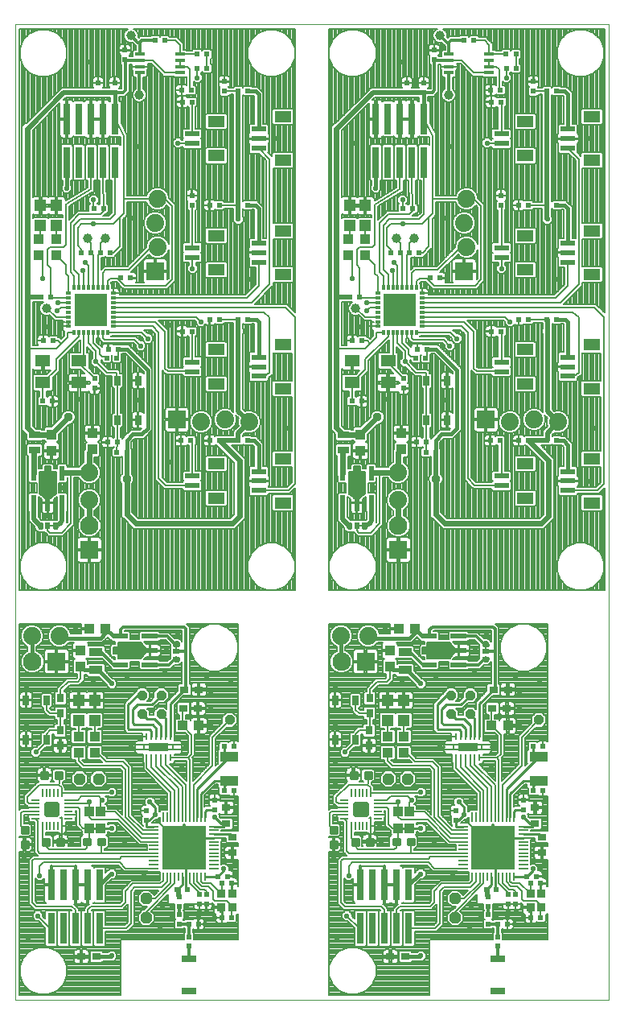
<source format=gtl>
G75*
G70*
%OFA0B0*%
%FSLAX25Y25*%
%IPPOS*%
%LPD*%
%AMOC8*
5,1,8,0,0,1.08239X$1,22.5*
%
%ADD100R,0.03940X0.00890*%
%ADD109C,0.01100*%
%ADD125R,0.02200X0.02200*%
%ADD129R,0.06500X0.02240*%
%ADD143R,0.13580X0.13580*%
%ADD144R,0.02560X0.04130*%
%ADD147C,0.02200*%
%ADD149R,0.03540X0.00790*%
%ADD154R,0.01970X0.02280*%
%ADD165C,0.00600*%
%ADD169R,0.03540X0.03150*%
%ADD18C,0.02000*%
%ADD188C,0.07400*%
%ADD189R,0.18110X0.18110*%
%ADD219R,0.03000X0.13000*%
%ADD233OC8,0.02200*%
%ADD239R,0.01000X0.03000*%
%ADD243R,0.04330X0.03940*%
%ADD244R,0.00790X0.03540*%
%ADD248C,0.02400*%
%ADD250OC8,0.04720*%
%ADD266R,0.02360X0.01180*%
%ADD267C,0.01600*%
%ADD273R,0.03940X0.04330*%
%ADD275OC8,0.04160*%
%ADD277C,0.01890*%
%ADD282R,0.04920X0.04720*%
%ADD311R,0.04720X0.00980*%
%ADD318R,0.07870X0.03540*%
%ADD329R,0.01970X0.02360*%
%ADD333R,0.06300X0.03150*%
%ADD345R,0.03000X0.01000*%
%ADD361R,0.01100X0.03150*%
%ADD365R,0.03350X0.03740*%
%ADD382C,0.00900*%
%ADD39R,0.00890X0.03270*%
%ADD42C,0.01200*%
%ADD421C,0.01400*%
%ADD427C,0.00880*%
%ADD431R,0.07600X0.07600*%
%ADD447R,0.03700X0.03000*%
%ADD459R,0.00890X0.03940*%
%ADD494R,0.07400X0.07400*%
%ADD513R,0.03150X0.03540*%
%ADD526R,0.02000X0.03000*%
%ADD541R,0.02360X0.01970*%
%ADD579C,0.01000*%
%ADD582R,0.03000X0.02000*%
%ADD622C,0.00700*%
%ADD679C,0.00800*%
%ADD69R,0.01970X0.01970*%
%ADD694R,0.02280X0.01970*%
%ADD699C,0.00500*%
%ADD700C,0.07600*%
%ADD727R,0.07480X0.04330*%
%ADD731R,0.01180X0.02360*%
%ADD751R,0.05510X0.03540*%
%ADD770C,0.03900*%
%ADD779R,0.02240X0.06500*%
%ADD781R,0.02240X0.05910*%
%ADD796R,0.06300X0.05120*%
%ADD797R,0.04090X0.01500*%
%ADD798R,0.06100X0.02360*%
%ADD799R,0.07090X0.04720*%
%ADD800R,0.04720X0.03150*%
%ADD82C,0.03760*%
%ADD99R,0.05910X0.02240*%
X0010000Y0010000D02*
G75*
%LPD*%
D282*
X0043070Y0133810D03*
X0036380Y0133810D03*
X0036380Y0125550D03*
X0043070Y0125550D03*
D243*
X0043070Y0118850D03*
X0043070Y0112160D03*
X0036380Y0112160D03*
X0036380Y0118850D03*
X0079490Y0123380D03*
X0086180Y0123380D03*
X0047570Y0163580D03*
X0040880Y0163580D03*
D727*
X0098870Y0110370D03*
X0098870Y0100530D03*
D169*
X0085830Y0130470D03*
X0079830Y0130470D03*
X0080230Y0138340D03*
X0086230Y0138340D03*
X0043730Y0027730D03*
X0037480Y0027730D03*
D219*
X0035070Y0039500D03*
X0030070Y0039500D03*
X0025070Y0039500D03*
X0040070Y0039500D03*
X0045070Y0039500D03*
X0045070Y0057500D03*
X0040070Y0057500D03*
X0035070Y0057500D03*
X0030070Y0057500D03*
X0025070Y0057500D03*
D361*
X0064620Y0110050D03*
X0066590Y0110050D03*
X0068560Y0110050D03*
X0070530Y0110050D03*
X0072500Y0110050D03*
X0074460Y0110050D03*
X0074460Y0118710D03*
X0072500Y0118710D03*
X0070530Y0118710D03*
X0068560Y0118710D03*
X0066590Y0118710D03*
X0064620Y0118710D03*
D318*
X0069540Y0114380D03*
D311*
X0063600Y0113400D03*
X0063600Y0115360D03*
X0075490Y0115360D03*
X0075490Y0113400D03*
D188*
X0028400Y0160540D03*
X0017000Y0160540D03*
D129*
X0065830Y0160400D03*
X0065830Y0154500D03*
X0065830Y0148590D03*
D99*
X0053730Y0148590D03*
X0053730Y0160400D03*
D699*
X0052840Y0157840D02*
X0062090Y0157840D01*
X0063960Y0155580D01*
X0063960Y0153410D01*
X0062090Y0151150D01*
X0052840Y0151150D01*
X0052840Y0153220D01*
X0050780Y0153220D01*
X0050780Y0155770D01*
X0052840Y0155770D01*
X0052840Y0157840D01*
X0052840Y0157610D02*
X0062290Y0157610D01*
X0062690Y0157120D02*
X0052840Y0157120D01*
X0052840Y0156640D02*
X0063090Y0156640D01*
X0063490Y0156150D02*
X0052840Y0156150D01*
X0050780Y0155670D02*
X0063890Y0155670D01*
X0063960Y0155180D02*
X0050780Y0155180D01*
X0050780Y0154700D02*
X0063960Y0154700D01*
X0063960Y0154210D02*
X0050780Y0154210D01*
X0050780Y0153730D02*
X0063960Y0153730D01*
X0063820Y0153240D02*
X0050780Y0153240D01*
X0052840Y0152760D02*
X0063420Y0152760D01*
X0063020Y0152270D02*
X0052840Y0152270D01*
X0052840Y0151790D02*
X0062620Y0151790D01*
X0062220Y0151300D02*
X0052840Y0151300D01*
D751*
X0043540Y0153870D03*
X0043540Y0146380D03*
D273*
X0037230Y0147880D03*
X0037230Y0154570D03*
X0040630Y0087690D03*
X0045350Y0087690D03*
X0045350Y0081000D03*
X0040630Y0081000D03*
D431*
X0027220Y0149910D03*
D700*
X0017220Y0149910D03*
D427*
X0020900Y0104220D02*
X0023520Y0104220D01*
X0023520Y0101600D01*
X0020900Y0101600D01*
X0020900Y0104220D01*
X0020900Y0103350D02*
X0023520Y0103350D01*
X0023520Y0102480D02*
X0020900Y0102480D01*
X0020900Y0101610D02*
X0023520Y0101610D01*
X0026900Y0104220D02*
X0029520Y0104220D01*
X0029520Y0101600D01*
X0026900Y0101600D01*
X0026900Y0104220D01*
X0026900Y0103350D02*
X0029520Y0103350D01*
X0029520Y0102480D02*
X0026900Y0102480D01*
X0026900Y0101610D02*
X0029520Y0101610D01*
X0012690Y0081490D02*
X0012690Y0078870D01*
X0012690Y0081490D02*
X0015310Y0081490D01*
X0015310Y0078870D01*
X0012690Y0078870D01*
X0012690Y0080620D02*
X0015310Y0080620D01*
X0015310Y0079750D02*
X0012690Y0079750D01*
X0012690Y0078880D02*
X0015310Y0078880D01*
X0012690Y0075490D02*
X0012690Y0072870D01*
X0012690Y0075490D02*
X0015310Y0075490D01*
X0015310Y0072870D01*
X0012690Y0072870D01*
X0012690Y0074620D02*
X0015310Y0074620D01*
X0015310Y0073750D02*
X0012690Y0073750D01*
X0012690Y0072880D02*
X0015310Y0072880D01*
X0021620Y0076610D02*
X0024240Y0076610D01*
X0024240Y0073990D01*
X0021620Y0073990D01*
X0021620Y0076610D01*
X0021620Y0075740D02*
X0024240Y0075740D01*
X0024240Y0074870D02*
X0021620Y0074870D01*
X0021620Y0074000D02*
X0024240Y0074000D01*
X0027620Y0076610D02*
X0030240Y0076610D01*
X0030240Y0073990D01*
X0027620Y0073990D01*
X0027620Y0076610D01*
X0027620Y0075740D02*
X0030240Y0075740D01*
X0030240Y0074870D02*
X0027620Y0074870D01*
X0027620Y0074000D02*
X0030240Y0074000D01*
X0038610Y0074050D02*
X0041230Y0074050D01*
X0038610Y0074050D02*
X0038610Y0076670D01*
X0041230Y0076670D01*
X0041230Y0074050D01*
X0041230Y0075800D02*
X0038610Y0075800D01*
X0038610Y0074930D02*
X0041230Y0074930D01*
X0041230Y0074060D02*
X0038610Y0074060D01*
X0044610Y0074050D02*
X0047230Y0074050D01*
X0044610Y0074050D02*
X0044610Y0076670D01*
X0047230Y0076670D01*
X0047230Y0074050D01*
X0047230Y0075800D02*
X0044610Y0075800D01*
X0044610Y0074930D02*
X0047230Y0074930D01*
X0047230Y0074060D02*
X0044610Y0074060D01*
D513*
X0028680Y0115130D03*
X0028680Y0121380D03*
X0028920Y0128530D03*
X0028920Y0134780D03*
D144*
X0023060Y0133940D03*
X0014590Y0133940D03*
X0014590Y0117610D03*
X0023060Y0117610D03*
D244*
X0022990Y0095620D03*
X0021420Y0095620D03*
X0024570Y0095620D03*
X0026140Y0095620D03*
X0027720Y0095620D03*
X0029290Y0095620D03*
X0029290Y0081850D03*
X0027720Y0081850D03*
X0026140Y0081850D03*
X0024570Y0081850D03*
X0022990Y0081850D03*
X0021420Y0081850D03*
D149*
X0018460Y0084800D03*
X0018460Y0086370D03*
X0018460Y0087950D03*
X0018460Y0089520D03*
X0018460Y0091100D03*
X0018460Y0092670D03*
X0032240Y0092670D03*
X0032240Y0091100D03*
X0032240Y0089520D03*
X0032240Y0087950D03*
X0032240Y0086370D03*
X0032240Y0084800D03*
D277*
X0027560Y0090950D02*
X0023140Y0090950D01*
X0027560Y0090950D02*
X0027560Y0086530D01*
X0023140Y0086530D01*
X0023140Y0090950D01*
X0023140Y0089070D02*
X0027560Y0089070D01*
X0027560Y0087190D02*
X0023140Y0087190D01*
D459*
X0071420Y0085470D03*
X0072990Y0085470D03*
X0074570Y0085470D03*
X0076140Y0085470D03*
X0077720Y0085470D03*
X0079290Y0085470D03*
X0080870Y0085470D03*
X0082440Y0085470D03*
X0084020Y0085470D03*
X0085590Y0085470D03*
X0087170Y0085470D03*
X0088740Y0085470D03*
D189*
X0080080Y0072990D03*
D100*
X0092560Y0073770D03*
X0092560Y0072200D03*
X0092560Y0070620D03*
X0092560Y0069050D03*
X0092560Y0067480D03*
X0092560Y0065900D03*
X0092560Y0064330D03*
X0092560Y0075350D03*
X0092560Y0076920D03*
X0092560Y0078500D03*
X0092560Y0080070D03*
X0092560Y0081650D03*
X0067600Y0081650D03*
X0067600Y0080070D03*
X0067600Y0078500D03*
X0067600Y0076920D03*
X0067600Y0075350D03*
X0067600Y0073770D03*
X0067600Y0072200D03*
X0067600Y0070620D03*
X0067600Y0069050D03*
X0067600Y0067480D03*
X0067600Y0065900D03*
X0067600Y0064330D03*
D39*
X0071420Y0060840D03*
X0072990Y0060840D03*
X0074570Y0060840D03*
X0076140Y0060840D03*
X0077720Y0060840D03*
X0079290Y0060840D03*
X0080870Y0060840D03*
X0082440Y0060840D03*
X0084020Y0060840D03*
X0085590Y0060840D03*
X0087170Y0060840D03*
X0088740Y0060840D03*
D694*
X0094020Y0060980D03*
X0095790Y0058030D03*
X0098030Y0060980D03*
X0099800Y0058030D03*
X0099800Y0043850D03*
X0095790Y0043850D03*
X0081300Y0055660D03*
X0077280Y0055660D03*
X0096710Y0096480D03*
X0100720Y0096480D03*
X0100720Y0114730D03*
X0096710Y0114730D03*
D329*
X0078110Y0052610D03*
X0078110Y0048680D03*
X0082050Y0036010D03*
X0082050Y0032070D03*
D154*
X0078110Y0041210D03*
X0078110Y0045220D03*
X0086420Y0049560D03*
X0089310Y0049560D03*
X0089310Y0053580D03*
X0086420Y0053580D03*
X0064610Y0084110D03*
X0064610Y0088120D03*
X0092720Y0088630D03*
X0092720Y0092650D03*
D365*
X0095530Y0053790D03*
X0100060Y0053790D03*
X0100060Y0048090D03*
X0095530Y0048090D03*
D447*
X0100200Y0070730D03*
X0100200Y0077330D03*
X0097500Y0082810D03*
X0097500Y0089410D03*
D333*
X0082050Y0026920D03*
X0082050Y0013540D03*
D541*
X0082050Y0041210D03*
X0085980Y0041210D03*
D345*
X0076930Y0151590D03*
X0076930Y0156590D03*
D579*
X0075930Y0156590D02*
X0077930Y0156590D01*
X0077930Y0157090D01*
X0077890Y0157350D01*
X0077800Y0157590D01*
X0077640Y0157800D01*
X0077430Y0157960D01*
X0077190Y0158060D01*
X0076930Y0158090D01*
X0076670Y0158060D01*
X0076430Y0157960D01*
X0076220Y0157800D01*
X0076060Y0157590D01*
X0075960Y0157350D01*
X0075930Y0157090D01*
X0075930Y0156590D01*
X0075930Y0156700D02*
X0077930Y0156700D01*
X0077720Y0157690D02*
X0076140Y0157690D01*
X0075930Y0151590D02*
X0077930Y0151590D01*
X0077930Y0151090D01*
X0077890Y0150830D01*
X0077800Y0150590D01*
X0077640Y0150380D01*
X0077430Y0150220D01*
X0077190Y0150120D01*
X0076930Y0150090D01*
X0076670Y0150120D01*
X0076430Y0150220D01*
X0076220Y0150380D01*
X0076060Y0150590D01*
X0075960Y0150830D01*
X0075930Y0151090D01*
X0075930Y0151590D01*
X0075980Y0150790D02*
X0077880Y0150790D01*
X0064610Y0084110D02*
X0064610Y0081650D01*
X0067600Y0081650D01*
X0080080Y0072990D02*
X0080870Y0072200D01*
X0092560Y0078500D02*
X0099030Y0078500D01*
X0100200Y0077330D01*
X0096340Y0081650D02*
X0097500Y0082810D01*
X0096340Y0081650D02*
X0092560Y0081650D01*
X0093880Y0060840D02*
X0088740Y0060840D01*
X0079290Y0060840D02*
X0079290Y0057670D01*
X0077280Y0055660D01*
X0050020Y0081000D02*
X0045350Y0081000D01*
X0040630Y0081000D01*
D582*
X0076930Y0154090D03*
D679*
X0102590Y0165580D02*
X0102590Y0116910D01*
X0102410Y0117020D01*
X0102050Y0117110D01*
X0100820Y0117110D01*
X0100820Y0114820D01*
X0100630Y0114820D01*
X0100630Y0117110D01*
X0099400Y0117110D01*
X0099040Y0117020D01*
X0098720Y0116830D01*
X0098460Y0116570D01*
X0098440Y0116530D01*
X0098260Y0116710D01*
X0095150Y0116710D01*
X0094570Y0116130D01*
X0094570Y0113390D01*
X0094130Y0112950D01*
X0094130Y0107790D01*
X0094180Y0107740D01*
X0093190Y0106740D01*
X0093190Y0118120D01*
X0097740Y0122670D01*
X0100250Y0122670D01*
X0102050Y0124470D01*
X0102050Y0127020D01*
X0100250Y0128820D01*
X0097700Y0128820D01*
X0095900Y0127020D01*
X0095900Y0124500D01*
X0090590Y0119190D01*
X0090590Y0107380D01*
X0083740Y0100540D01*
X0083740Y0109850D01*
X0083550Y0110050D01*
X0084530Y0111030D01*
X0084530Y0120010D01*
X0085780Y0120010D01*
X0085780Y0122980D01*
X0086580Y0122980D01*
X0086580Y0120010D01*
X0088530Y0120010D01*
X0088890Y0120110D01*
X0089210Y0120290D01*
X0089470Y0120550D01*
X0089650Y0120870D01*
X0089750Y0121230D01*
X0089750Y0122980D01*
X0086580Y0122980D01*
X0086580Y0123780D01*
X0085780Y0123780D01*
X0085780Y0126750D01*
X0083830Y0126750D01*
X0083480Y0126650D01*
X0083160Y0126470D01*
X0082900Y0126210D01*
X0082710Y0125890D01*
X0082650Y0125670D01*
X0082650Y0125760D01*
X0082070Y0126350D01*
X0080790Y0126350D01*
X0080790Y0127890D01*
X0082020Y0127890D01*
X0082610Y0128480D01*
X0082610Y0132460D01*
X0082020Y0133040D01*
X0077650Y0133040D01*
X0077060Y0132460D01*
X0077060Y0128480D01*
X0077650Y0127890D01*
X0078190Y0127890D01*
X0078190Y0126350D01*
X0076910Y0126350D01*
X0076320Y0125760D01*
X0076320Y0121000D01*
X0076910Y0120410D01*
X0080620Y0120410D01*
X0081930Y0119100D01*
X0081930Y0112110D01*
X0081170Y0111350D01*
X0076020Y0111350D01*
X0076020Y0111500D01*
X0081320Y0111500D01*
X0081930Y0112290D02*
X0079110Y0112290D01*
X0079150Y0112360D02*
X0079250Y0112720D01*
X0079250Y0113400D01*
X0079250Y0114070D01*
X0079170Y0114380D01*
X0079250Y0114690D01*
X0079250Y0115360D01*
X0075490Y0115360D01*
X0075490Y0113470D01*
X0075490Y0113400D01*
X0075490Y0113400D01*
X0079250Y0113400D01*
X0075490Y0113400D01*
X0075490Y0113400D01*
X0075490Y0115360D01*
X0075490Y0115360D01*
X0075490Y0115360D01*
X0079250Y0115360D01*
X0079250Y0116040D01*
X0079150Y0116400D01*
X0078970Y0116720D01*
X0078710Y0116980D01*
X0078390Y0117160D01*
X0078030Y0117260D01*
X0076020Y0117260D01*
X0076020Y0120700D01*
X0076010Y0120700D01*
X0076010Y0131940D01*
X0079850Y0135770D01*
X0082410Y0135770D01*
X0083000Y0136350D01*
X0083000Y0140330D01*
X0082470Y0140860D01*
X0082470Y0164200D01*
X0081680Y0164990D01*
X0081090Y0165580D01*
X0102590Y0165580D01*
X0102590Y0164880D02*
X0095970Y0164880D01*
X0094620Y0165440D02*
X0098210Y0163950D01*
X0100960Y0161200D01*
X0102450Y0157610D01*
X0102450Y0153720D01*
X0100960Y0150130D01*
X0098210Y0147380D01*
X0094620Y0145890D01*
X0090730Y0145890D01*
X0087140Y0147380D01*
X0084390Y0150130D01*
X0082900Y0153720D01*
X0082900Y0157610D01*
X0084390Y0161200D01*
X0087140Y0163950D01*
X0090730Y0165440D01*
X0094620Y0165440D01*
X0097860Y0164100D02*
X0102590Y0164100D01*
X0102590Y0163310D02*
X0098850Y0163310D01*
X0099640Y0162530D02*
X0102590Y0162530D01*
X0102590Y0161740D02*
X0100420Y0161740D01*
X0101060Y0160960D02*
X0102590Y0160960D01*
X0102590Y0160170D02*
X0101390Y0160170D01*
X0101720Y0159390D02*
X0102590Y0159390D01*
X0102590Y0158600D02*
X0102040Y0158600D01*
X0102370Y0157820D02*
X0102590Y0157820D01*
X0102590Y0157030D02*
X0102450Y0157030D01*
X0102450Y0156250D02*
X0102590Y0156250D01*
X0102590Y0155460D02*
X0102450Y0155460D01*
X0102450Y0154680D02*
X0102590Y0154680D01*
X0102590Y0153890D02*
X0102450Y0153890D01*
X0102590Y0153110D02*
X0102200Y0153110D01*
X0101870Y0152320D02*
X0102590Y0152320D01*
X0102590Y0151540D02*
X0101550Y0151540D01*
X0101220Y0150750D02*
X0102590Y0150750D01*
X0102590Y0149970D02*
X0100800Y0149970D01*
X0100020Y0149180D02*
X0102590Y0149180D01*
X0102590Y0148400D02*
X0099230Y0148400D01*
X0098450Y0147610D02*
X0102590Y0147610D01*
X0102590Y0146830D02*
X0096880Y0146830D01*
X0094980Y0146040D02*
X0102590Y0146040D01*
X0102590Y0145260D02*
X0082470Y0145260D01*
X0082470Y0146040D02*
X0090370Y0146040D01*
X0088480Y0146830D02*
X0082470Y0146830D01*
X0082470Y0147610D02*
X0086910Y0147610D01*
X0086120Y0148400D02*
X0082470Y0148400D01*
X0082470Y0149180D02*
X0085340Y0149180D01*
X0084550Y0149970D02*
X0082470Y0149970D01*
X0082470Y0150750D02*
X0084130Y0150750D01*
X0083810Y0151540D02*
X0082470Y0151540D01*
X0082470Y0152320D02*
X0083480Y0152320D01*
X0083160Y0153110D02*
X0082470Y0153110D01*
X0082470Y0153890D02*
X0082900Y0153890D01*
X0082900Y0154680D02*
X0082470Y0154680D01*
X0082470Y0155460D02*
X0082900Y0155460D01*
X0082900Y0156250D02*
X0082470Y0156250D01*
X0082470Y0157030D02*
X0082900Y0157030D01*
X0082990Y0157820D02*
X0082470Y0157820D01*
X0082470Y0158600D02*
X0083310Y0158600D01*
X0083640Y0159390D02*
X0082470Y0159390D01*
X0082470Y0160170D02*
X0083960Y0160170D01*
X0084290Y0160960D02*
X0082470Y0160960D01*
X0082470Y0161740D02*
X0084930Y0161740D01*
X0085720Y0162530D02*
X0082470Y0162530D01*
X0082470Y0163310D02*
X0086500Y0163310D01*
X0087490Y0164100D02*
X0082470Y0164100D01*
X0081790Y0164880D02*
X0089390Y0164880D01*
X0079270Y0162730D02*
X0079270Y0158190D01*
X0079170Y0158260D01*
X0079110Y0158350D01*
X0079060Y0158450D01*
X0079040Y0158610D01*
X0078980Y0158660D01*
X0078940Y0158740D01*
X0078790Y0158800D01*
X0078710Y0158870D01*
X0078640Y0158950D01*
X0078580Y0159100D01*
X0078500Y0159140D01*
X0078450Y0159200D01*
X0078290Y0159220D01*
X0078190Y0159270D01*
X0078100Y0159330D01*
X0078000Y0159460D01*
X0077920Y0159470D01*
X0077850Y0159520D01*
X0077690Y0159500D01*
X0077580Y0159520D01*
X0077480Y0159560D01*
X0077350Y0159660D01*
X0077270Y0159650D01*
X0077190Y0159680D01*
X0077040Y0159620D01*
X0076930Y0159600D01*
X0076820Y0159620D01*
X0076670Y0159680D01*
X0076590Y0159650D01*
X0076510Y0159660D01*
X0076380Y0159560D01*
X0076280Y0159520D01*
X0076270Y0159520D01*
X0073780Y0162000D01*
X0072460Y0162000D01*
X0070020Y0162000D01*
X0069500Y0162520D01*
X0062170Y0162520D01*
X0061590Y0161940D01*
X0061590Y0159090D01*
X0057680Y0159090D01*
X0057680Y0161940D01*
X0057100Y0162520D01*
X0055340Y0162520D01*
X0055540Y0162730D01*
X0079270Y0162730D01*
X0079270Y0162530D02*
X0055340Y0162530D01*
X0057680Y0161740D02*
X0061590Y0161740D01*
X0061590Y0160960D02*
X0057680Y0160960D01*
X0057680Y0160170D02*
X0061590Y0160170D01*
X0061590Y0159390D02*
X0057680Y0159390D01*
X0063350Y0158280D02*
X0069500Y0158280D01*
X0070020Y0158800D01*
X0072460Y0158800D01*
X0074390Y0156870D01*
X0074360Y0156670D01*
X0074430Y0156580D01*
X0074430Y0155680D01*
X0074510Y0155590D01*
X0074430Y0155500D01*
X0074430Y0152680D01*
X0074510Y0152590D01*
X0074430Y0152500D01*
X0074430Y0151600D01*
X0074360Y0151510D01*
X0074390Y0151310D01*
X0073270Y0150190D01*
X0070020Y0150190D01*
X0069500Y0150710D01*
X0063350Y0150710D01*
X0064400Y0151970D01*
X0065670Y0151970D01*
X0065670Y0154330D01*
X0066000Y0154330D01*
X0066000Y0151970D01*
X0069270Y0151970D01*
X0069620Y0152070D01*
X0069940Y0152250D01*
X0070200Y0152510D01*
X0070390Y0152830D01*
X0070480Y0153190D01*
X0070480Y0154330D01*
X0066000Y0154330D01*
X0066000Y0154660D01*
X0070480Y0154660D01*
X0070480Y0155800D01*
X0070390Y0156160D01*
X0070200Y0156480D01*
X0069940Y0156740D01*
X0069620Y0156920D01*
X0069270Y0157020D01*
X0066000Y0157020D01*
X0066000Y0154660D01*
X0065670Y0154660D01*
X0065670Y0157020D01*
X0064400Y0157020D01*
X0063350Y0158280D01*
X0063740Y0157820D02*
X0073440Y0157820D01*
X0072660Y0158600D02*
X0069820Y0158600D01*
X0070340Y0156250D02*
X0074430Y0156250D01*
X0074430Y0155460D02*
X0070480Y0155460D01*
X0070480Y0154680D02*
X0074430Y0154680D01*
X0074430Y0153890D02*
X0070480Y0153890D01*
X0070460Y0153110D02*
X0074430Y0153110D01*
X0074430Y0152320D02*
X0070010Y0152320D01*
X0066000Y0152320D02*
X0065670Y0152320D01*
X0065670Y0153110D02*
X0066000Y0153110D01*
X0066000Y0153890D02*
X0065670Y0153890D01*
X0065670Y0154680D02*
X0066000Y0154680D01*
X0066000Y0155460D02*
X0065670Y0155460D01*
X0065670Y0156250D02*
X0066000Y0156250D01*
X0064390Y0157030D02*
X0074230Y0157030D01*
X0075610Y0160170D02*
X0079270Y0160170D01*
X0079270Y0159390D02*
X0078060Y0159390D01*
X0079040Y0158600D02*
X0079270Y0158600D01*
X0079270Y0160960D02*
X0074830Y0160960D01*
X0074040Y0161740D02*
X0079270Y0161740D01*
X0076930Y0156590D02*
X0076930Y0154590D01*
X0074380Y0151540D02*
X0064040Y0151540D01*
X0063390Y0150750D02*
X0073830Y0150750D01*
X0076000Y0148400D02*
X0079270Y0148400D01*
X0079270Y0149180D02*
X0078620Y0149180D01*
X0078640Y0149230D02*
X0078710Y0149310D01*
X0078790Y0149380D01*
X0078940Y0149440D01*
X0078980Y0149520D01*
X0079040Y0149570D01*
X0079060Y0149730D01*
X0079110Y0149830D01*
X0079170Y0149920D01*
X0079270Y0149990D01*
X0079270Y0140920D01*
X0078040Y0140920D01*
X0077460Y0140330D01*
X0077460Y0137760D01*
X0072910Y0133220D01*
X0072910Y0130170D01*
X0071900Y0131180D01*
X0069350Y0131180D01*
X0067550Y0129380D01*
X0067550Y0127690D01*
X0065830Y0127690D01*
X0065830Y0129380D01*
X0064720Y0130490D01*
X0067330Y0130490D01*
X0068240Y0131400D01*
X0069740Y0132900D01*
X0071900Y0132900D01*
X0073710Y0134700D01*
X0073710Y0137250D01*
X0071900Y0139060D01*
X0069350Y0139060D01*
X0067550Y0137250D01*
X0067550Y0135090D01*
X0066050Y0133590D01*
X0064720Y0133590D01*
X0065830Y0134700D01*
X0065830Y0137250D01*
X0064030Y0139060D01*
X0061480Y0139060D01*
X0059680Y0137250D01*
X0059680Y0137060D01*
X0056210Y0133590D01*
X0055300Y0132680D01*
X0055300Y0121560D01*
X0056210Y0120650D01*
X0056600Y0120260D01*
X0062670Y0120260D01*
X0062670Y0118710D01*
X0062670Y0117260D01*
X0061050Y0117260D01*
X0060700Y0117160D01*
X0060380Y0116980D01*
X0060120Y0116720D01*
X0059930Y0116400D01*
X0059840Y0116040D01*
X0059840Y0115360D01*
X0059840Y0114690D01*
X0059920Y0114380D01*
X0059840Y0114070D01*
X0059840Y0113400D01*
X0063600Y0113400D01*
X0063600Y0113400D01*
X0063600Y0115360D01*
X0063600Y0115360D01*
X0063600Y0115290D01*
X0063600Y0113400D01*
X0063600Y0113400D01*
X0059840Y0113400D01*
X0059840Y0112720D01*
X0059930Y0112360D01*
X0060120Y0112040D01*
X0060380Y0111780D01*
X0060700Y0111600D01*
X0061050Y0111500D01*
X0063070Y0111500D01*
X0046550Y0111500D01*
X0046240Y0111820D02*
X0046240Y0114540D01*
X0045650Y0115130D01*
X0040490Y0115130D01*
X0039910Y0114540D01*
X0039910Y0109780D01*
X0040490Y0109190D01*
X0045190Y0109190D01*
X0046230Y0108150D01*
X0038880Y0108150D01*
X0037840Y0109190D01*
X0038960Y0109190D01*
X0039540Y0109780D01*
X0039540Y0114540D01*
X0038960Y0115130D01*
X0033800Y0115130D01*
X0033210Y0114540D01*
X0033210Y0109780D01*
X0033800Y0109190D01*
X0035080Y0109190D01*
X0035080Y0108280D01*
X0037050Y0106310D01*
X0037810Y0105550D01*
X0053560Y0105550D01*
X0054450Y0104650D01*
X0054450Y0086680D01*
X0052900Y0088230D01*
X0052140Y0088990D01*
X0048310Y0088990D01*
X0048310Y0090270D01*
X0047730Y0090850D01*
X0047370Y0090850D01*
X0048320Y0091800D01*
X0048320Y0093540D01*
X0047540Y0094320D01*
X0048680Y0094320D01*
X0049290Y0093720D01*
X0051030Y0093720D01*
X0052260Y0094950D01*
X0052260Y0096690D01*
X0051030Y0097920D01*
X0049290Y0097920D01*
X0048290Y0096920D01*
X0030680Y0096920D01*
X0030680Y0097810D01*
X0030590Y0097900D01*
X0030590Y0098330D01*
X0029800Y0099120D01*
X0029800Y0100160D01*
X0030120Y0100160D01*
X0030960Y0101000D01*
X0030960Y0104820D01*
X0030120Y0105660D01*
X0026300Y0105660D01*
X0025460Y0104820D01*
X0025460Y0101000D01*
X0026190Y0100270D01*
X0024800Y0100270D01*
X0024990Y0100470D01*
X0025230Y0100890D01*
X0025360Y0101350D01*
X0025360Y0102510D01*
X0022610Y0102510D01*
X0022610Y0103310D01*
X0021810Y0103310D01*
X0021810Y0106060D01*
X0020650Y0106060D01*
X0020190Y0105930D01*
X0019770Y0105690D01*
X0019430Y0105350D01*
X0019180Y0104930D01*
X0019060Y0104460D01*
X0019060Y0103310D01*
X0021810Y0103310D01*
X0021810Y0102510D01*
X0019060Y0102510D01*
X0019060Y0101350D01*
X0019180Y0100890D01*
X0019430Y0100470D01*
X0019660Y0100230D01*
X0018940Y0099510D01*
X0013820Y0094390D01*
X0013820Y0091350D01*
X0014580Y0090580D01*
X0015290Y0089870D01*
X0015290Y0089520D01*
X0011900Y0089520D01*
X0012610Y0089250D02*
X0011900Y0088540D01*
X0011900Y0165580D01*
X0037310Y0165580D01*
X0037310Y0163980D01*
X0040480Y0163980D01*
X0040480Y0163180D01*
X0037310Y0163180D01*
X0037310Y0161420D01*
X0037320Y0161400D01*
X0033100Y0161400D01*
X0033100Y0161480D01*
X0032390Y0163200D01*
X0031070Y0164530D01*
X0029340Y0165240D01*
X0027470Y0165240D01*
X0025740Y0164530D01*
X0024420Y0163200D01*
X0023700Y0161480D01*
X0023700Y0159610D01*
X0024420Y0157880D01*
X0025740Y0156560D01*
X0027470Y0155840D01*
X0029340Y0155840D01*
X0031070Y0156560D01*
X0032310Y0157800D01*
X0034340Y0157800D01*
X0034140Y0157590D01*
X0033950Y0157280D01*
X0033860Y0156920D01*
X0033860Y0154970D01*
X0036830Y0154970D01*
X0036830Y0154170D01*
X0033860Y0154170D01*
X0033860Y0152220D01*
X0033950Y0151860D01*
X0034140Y0151540D01*
X0034400Y0151280D01*
X0034720Y0151100D01*
X0034930Y0151040D01*
X0034840Y0151040D01*
X0034260Y0150460D01*
X0034260Y0145300D01*
X0034840Y0144710D01*
X0035830Y0144710D01*
X0035830Y0143310D01*
X0035400Y0142890D01*
X0031470Y0142890D01*
X0030650Y0142070D01*
X0027520Y0138940D01*
X0027520Y0137550D01*
X0026930Y0137550D01*
X0026340Y0136960D01*
X0026340Y0132590D01*
X0026930Y0132010D01*
X0030910Y0132010D01*
X0031490Y0132590D01*
X0031490Y0136960D01*
X0030910Y0137550D01*
X0030320Y0137550D01*
X0030320Y0137780D01*
X0032630Y0140090D01*
X0036560Y0140090D01*
X0037800Y0141330D01*
X0046990Y0141330D01*
X0047770Y0140550D02*
X0037020Y0140550D01*
X0037800Y0141330D02*
X0038630Y0142150D01*
X0038630Y0144580D01*
X0039780Y0144580D01*
X0039780Y0144200D01*
X0040370Y0143610D01*
X0044700Y0143610D01*
X0048060Y0140260D01*
X0048060Y0139830D01*
X0049290Y0138600D01*
X0051030Y0138600D01*
X0052260Y0139830D01*
X0052260Y0141570D01*
X0051030Y0142800D01*
X0050600Y0142800D01*
X0047290Y0146120D01*
X0047290Y0148570D01*
X0046710Y0149160D01*
X0040370Y0149160D01*
X0040190Y0148980D01*
X0040190Y0150460D01*
X0039610Y0151040D01*
X0039520Y0151040D01*
X0039730Y0151100D01*
X0040050Y0151280D01*
X0040110Y0151340D01*
X0040370Y0151090D01*
X0046170Y0151090D01*
X0049330Y0147930D01*
X0049780Y0147480D01*
X0049780Y0147050D01*
X0050360Y0146470D01*
X0057100Y0146470D01*
X0057680Y0147050D01*
X0057680Y0149900D01*
X0061590Y0149900D01*
X0061590Y0147050D01*
X0062170Y0146470D01*
X0069500Y0146470D01*
X0070020Y0146990D01*
X0074590Y0146990D01*
X0076270Y0148660D01*
X0076280Y0148660D01*
X0076380Y0148620D01*
X0076510Y0148520D01*
X0076590Y0148530D01*
X0076670Y0148500D01*
X0076820Y0148560D01*
X0076930Y0148580D01*
X0077040Y0148560D01*
X0077190Y0148500D01*
X0077270Y0148530D01*
X0077350Y0148520D01*
X0077480Y0148620D01*
X0077580Y0148660D01*
X0077690Y0148680D01*
X0077850Y0148660D01*
X0077920Y0148710D01*
X0078000Y0148720D01*
X0078100Y0148850D01*
X0078190Y0148910D01*
X0078290Y0148960D01*
X0078450Y0148980D01*
X0078500Y0149040D01*
X0078580Y0149080D01*
X0078640Y0149230D01*
X0079230Y0149970D02*
X0079270Y0149970D01*
X0079270Y0147610D02*
X0075210Y0147610D01*
X0079270Y0146830D02*
X0069850Y0146830D01*
X0061810Y0146830D02*
X0057450Y0146830D01*
X0057680Y0147610D02*
X0061590Y0147610D01*
X0061590Y0148400D02*
X0057680Y0148400D01*
X0057680Y0149180D02*
X0061590Y0149180D01*
X0051590Y0150710D02*
X0051070Y0150710D01*
X0047290Y0154490D01*
X0047290Y0156050D01*
X0046710Y0156640D01*
X0040590Y0156640D01*
X0040590Y0156920D01*
X0040500Y0157280D01*
X0040310Y0157590D01*
X0040110Y0157800D01*
X0046180Y0157800D01*
X0047230Y0158860D01*
X0048320Y0159940D01*
X0048490Y0160110D01*
X0048950Y0159650D01*
X0050000Y0158600D01*
X0050040Y0158600D01*
X0046980Y0158600D01*
X0047230Y0158860D02*
X0047230Y0158860D01*
X0047760Y0159390D02*
X0049220Y0159390D01*
X0048950Y0159650D02*
X0048950Y0159650D01*
X0048320Y0159940D02*
X0048320Y0159940D01*
X0050040Y0158600D02*
X0050360Y0158280D01*
X0051590Y0158280D01*
X0051590Y0157020D01*
X0050260Y0157020D01*
X0049530Y0156290D01*
X0049530Y0152700D01*
X0050260Y0151970D01*
X0051590Y0151970D01*
X0051590Y0150710D01*
X0051590Y0150750D02*
X0051030Y0150750D01*
X0051590Y0151540D02*
X0050250Y0151540D01*
X0049900Y0152320D02*
X0049460Y0152320D01*
X0049530Y0153110D02*
X0048680Y0153110D01*
X0047890Y0153890D02*
X0049530Y0153890D01*
X0049530Y0154680D02*
X0047290Y0154680D01*
X0047290Y0155460D02*
X0049530Y0155460D01*
X0049530Y0156250D02*
X0047100Y0156250D01*
X0046190Y0157820D02*
X0051590Y0157820D01*
X0051590Y0157030D02*
X0040560Y0157030D01*
X0036830Y0154680D02*
X0032040Y0154680D01*
X0032140Y0154570D02*
X0031880Y0154830D01*
X0031560Y0155020D01*
X0031200Y0155110D01*
X0027620Y0155110D01*
X0027620Y0150310D01*
X0032420Y0150310D01*
X0032420Y0153900D01*
X0032320Y0154250D01*
X0032140Y0154570D01*
X0032420Y0153890D02*
X0033860Y0153890D01*
X0033860Y0153110D02*
X0032420Y0153110D01*
X0032420Y0152320D02*
X0033860Y0152320D01*
X0034150Y0151540D02*
X0032420Y0151540D01*
X0032420Y0150750D02*
X0034550Y0150750D01*
X0034260Y0149970D02*
X0027620Y0149970D01*
X0027620Y0150310D02*
X0027620Y0149510D01*
X0027620Y0144710D01*
X0031200Y0144710D01*
X0031560Y0144810D01*
X0031880Y0144990D01*
X0032140Y0145250D01*
X0032320Y0145570D01*
X0032420Y0145930D01*
X0032420Y0149510D01*
X0027620Y0149510D01*
X0026820Y0149510D01*
X0026820Y0144710D01*
X0023230Y0144710D01*
X0022880Y0144810D01*
X0022560Y0144990D01*
X0022300Y0145250D01*
X0022110Y0145570D01*
X0022020Y0145930D01*
X0022020Y0149510D01*
X0026820Y0149510D01*
X0026820Y0150310D01*
X0026820Y0155110D01*
X0023230Y0155110D01*
X0022880Y0155020D01*
X0022560Y0154830D01*
X0022300Y0154570D01*
X0022110Y0154250D01*
X0022020Y0153900D01*
X0022020Y0150310D01*
X0026820Y0150310D01*
X0027620Y0150310D01*
X0027620Y0150750D02*
X0026820Y0150750D01*
X0026820Y0149970D02*
X0022020Y0149970D01*
X0022020Y0150750D02*
X0022020Y0150750D01*
X0022020Y0150870D02*
X0021290Y0152630D01*
X0019940Y0153980D01*
X0018800Y0154450D01*
X0018800Y0156200D01*
X0019670Y0156560D01*
X0020990Y0157880D01*
X0021700Y0159610D01*
X0021700Y0161480D01*
X0020990Y0163200D01*
X0019670Y0164530D01*
X0017940Y0165240D01*
X0016070Y0165240D01*
X0014340Y0164530D01*
X0013020Y0163200D01*
X0012300Y0161480D01*
X0012300Y0159610D01*
X0013020Y0157880D01*
X0014340Y0156560D01*
X0015200Y0156200D01*
X0015200Y0154270D01*
X0014500Y0153980D01*
X0013150Y0152630D01*
X0012420Y0150870D01*
X0012420Y0148960D01*
X0013150Y0147190D01*
X0014500Y0145840D01*
X0016260Y0145110D01*
X0018170Y0145110D01*
X0019940Y0145840D01*
X0021290Y0147190D01*
X0022020Y0148960D01*
X0022020Y0150870D01*
X0022020Y0151540D02*
X0021740Y0151540D01*
X0022020Y0152320D02*
X0021420Y0152320D01*
X0022020Y0153110D02*
X0020810Y0153110D01*
X0020030Y0153890D02*
X0022020Y0153890D01*
X0022400Y0154680D02*
X0018800Y0154680D01*
X0018800Y0155460D02*
X0033860Y0155460D01*
X0033860Y0156250D02*
X0030310Y0156250D01*
X0031540Y0157030D02*
X0033890Y0157030D01*
X0033000Y0161740D02*
X0037310Y0161740D01*
X0037310Y0162530D02*
X0032670Y0162530D01*
X0032280Y0163310D02*
X0040480Y0163310D01*
X0037310Y0164100D02*
X0031500Y0164100D01*
X0030210Y0164880D02*
X0037310Y0164880D01*
X0026600Y0164880D02*
X0018810Y0164880D01*
X0020100Y0164100D02*
X0025310Y0164100D01*
X0024530Y0163310D02*
X0020880Y0163310D01*
X0021270Y0162530D02*
X0024140Y0162530D01*
X0023810Y0161740D02*
X0021600Y0161740D01*
X0021700Y0160960D02*
X0023700Y0160960D01*
X0023700Y0160170D02*
X0021700Y0160170D01*
X0021610Y0159390D02*
X0023800Y0159390D01*
X0024120Y0158600D02*
X0021290Y0158600D01*
X0020920Y0157820D02*
X0024480Y0157820D01*
X0025270Y0157030D02*
X0020140Y0157030D01*
X0018910Y0156250D02*
X0026500Y0156250D01*
X0026820Y0154680D02*
X0027620Y0154680D01*
X0027620Y0153890D02*
X0026820Y0153890D01*
X0026820Y0153110D02*
X0027620Y0153110D01*
X0027620Y0152320D02*
X0026820Y0152320D01*
X0026820Y0151540D02*
X0027620Y0151540D01*
X0027620Y0149180D02*
X0026820Y0149180D01*
X0026820Y0148400D02*
X0027620Y0148400D01*
X0027620Y0147610D02*
X0026820Y0147610D01*
X0026820Y0146830D02*
X0027620Y0146830D01*
X0027620Y0146040D02*
X0026820Y0146040D01*
X0026820Y0145260D02*
X0027620Y0145260D01*
X0030690Y0142120D02*
X0011900Y0142120D01*
X0011900Y0142900D02*
X0035410Y0142900D01*
X0035830Y0143690D02*
X0011900Y0143690D01*
X0011900Y0144470D02*
X0035830Y0144470D01*
X0034300Y0145260D02*
X0032140Y0145260D01*
X0032420Y0146040D02*
X0034260Y0146040D01*
X0034260Y0146830D02*
X0032420Y0146830D01*
X0032420Y0147610D02*
X0034260Y0147610D01*
X0034260Y0148400D02*
X0032420Y0148400D01*
X0032420Y0149180D02*
X0034260Y0149180D01*
X0037230Y0147880D02*
X0037230Y0142730D01*
X0035980Y0141490D01*
X0032050Y0141490D01*
X0028920Y0138360D01*
X0028920Y0134780D01*
X0031490Y0135050D02*
X0032520Y0135050D01*
X0032520Y0134270D02*
X0031490Y0134270D01*
X0031490Y0133480D02*
X0035980Y0133480D01*
X0035980Y0133410D02*
X0032520Y0133410D01*
X0032520Y0131270D01*
X0032610Y0130910D01*
X0032800Y0130590D01*
X0033060Y0130330D01*
X0033380Y0130150D01*
X0033730Y0130050D01*
X0035980Y0130050D01*
X0035980Y0133410D01*
X0036780Y0133410D01*
X0036780Y0130050D01*
X0039020Y0130050D01*
X0039380Y0130150D01*
X0039700Y0130330D01*
X0039720Y0130360D01*
X0039750Y0130330D01*
X0040070Y0130150D01*
X0040430Y0130050D01*
X0042670Y0130050D01*
X0042670Y0133410D01*
X0043470Y0133410D01*
X0043470Y0130050D01*
X0045720Y0130050D01*
X0046070Y0130150D01*
X0046390Y0130330D01*
X0046650Y0130590D01*
X0046840Y0130910D01*
X0046930Y0131270D01*
X0046930Y0133410D01*
X0043470Y0133410D01*
X0043470Y0134210D01*
X0046930Y0134210D01*
X0046930Y0136360D01*
X0046840Y0136720D01*
X0046650Y0137040D01*
X0046390Y0137300D01*
X0046070Y0137480D01*
X0045720Y0137580D01*
X0043470Y0137580D01*
X0043470Y0134210D01*
X0042670Y0134210D01*
X0042670Y0133410D01*
X0036780Y0133410D01*
X0036780Y0134210D01*
X0040240Y0134210D01*
X0042670Y0134210D01*
X0042670Y0137580D01*
X0040430Y0137580D01*
X0040070Y0137480D01*
X0039750Y0137300D01*
X0039720Y0137270D01*
X0039700Y0137300D01*
X0039380Y0137480D01*
X0039020Y0137580D01*
X0036780Y0137580D01*
X0036780Y0134210D01*
X0035980Y0134210D01*
X0035980Y0133410D01*
X0035980Y0132700D02*
X0036780Y0132700D01*
X0036780Y0133480D02*
X0042670Y0133480D01*
X0042670Y0132700D02*
X0043470Y0132700D01*
X0043470Y0133480D02*
X0056100Y0133480D01*
X0056880Y0134270D02*
X0046930Y0134270D01*
X0046930Y0135050D02*
X0057670Y0135050D01*
X0058450Y0135840D02*
X0046930Y0135840D01*
X0046860Y0136620D02*
X0059240Y0136620D01*
X0059830Y0137410D02*
X0046200Y0137410D01*
X0043470Y0137410D02*
X0042670Y0137410D01*
X0042670Y0136620D02*
X0043470Y0136620D01*
X0043470Y0135840D02*
X0042670Y0135840D01*
X0042670Y0135050D02*
X0043470Y0135050D01*
X0043470Y0134270D02*
X0042670Y0134270D01*
X0042670Y0131910D02*
X0043470Y0131910D01*
X0043470Y0131130D02*
X0042670Y0131130D01*
X0042670Y0130340D02*
X0043470Y0130340D01*
X0045950Y0128910D02*
X0040200Y0128910D01*
X0039720Y0128440D01*
X0039250Y0128910D01*
X0033500Y0128910D01*
X0032920Y0128320D01*
X0032920Y0122770D01*
X0033500Y0122180D01*
X0035080Y0122180D01*
X0035080Y0121820D01*
X0033800Y0121820D01*
X0033210Y0121240D01*
X0033210Y0116470D01*
X0033800Y0115880D01*
X0038960Y0115880D01*
X0039540Y0116470D01*
X0039540Y0121240D01*
X0038960Y0121820D01*
X0037680Y0121820D01*
X0037680Y0122180D01*
X0039250Y0122180D01*
X0039720Y0122660D01*
X0040200Y0122180D01*
X0041770Y0122180D01*
X0041770Y0121820D01*
X0040490Y0121820D01*
X0039910Y0121240D01*
X0039910Y0116470D01*
X0040490Y0115880D01*
X0045650Y0115880D01*
X0046240Y0116470D01*
X0046240Y0121240D01*
X0045650Y0121820D01*
X0044370Y0121820D01*
X0044370Y0122180D01*
X0045950Y0122180D01*
X0046530Y0122770D01*
X0046530Y0128320D01*
X0045950Y0128910D01*
X0046080Y0128770D02*
X0055300Y0128770D01*
X0055300Y0127990D02*
X0046530Y0127990D01*
X0046530Y0127200D02*
X0055300Y0127200D01*
X0055300Y0126420D02*
X0046530Y0126420D01*
X0046530Y0125630D02*
X0055300Y0125630D01*
X0055300Y0124850D02*
X0046530Y0124850D01*
X0046530Y0124060D02*
X0055300Y0124060D01*
X0055300Y0123280D02*
X0046530Y0123280D01*
X0046250Y0122490D02*
X0055300Y0122490D01*
X0055300Y0121710D02*
X0045770Y0121710D01*
X0046240Y0120920D02*
X0055940Y0120920D01*
X0060410Y0117000D02*
X0046240Y0117000D01*
X0046240Y0117780D02*
X0062670Y0117780D01*
X0062670Y0118570D02*
X0046240Y0118570D01*
X0046240Y0119350D02*
X0062670Y0119350D01*
X0062670Y0118710D02*
X0064620Y0118710D01*
X0062670Y0118710D01*
X0062670Y0120140D02*
X0046240Y0120140D01*
X0045980Y0116210D02*
X0059880Y0116210D01*
X0059840Y0115430D02*
X0029060Y0115430D01*
X0029060Y0115520D02*
X0031650Y0115520D01*
X0031650Y0117090D01*
X0031560Y0117450D01*
X0031370Y0117760D01*
X0031110Y0118030D01*
X0030790Y0118210D01*
X0030440Y0118310D01*
X0029060Y0118310D01*
X0029060Y0115520D01*
X0028290Y0115520D01*
X0028290Y0114750D01*
X0025700Y0114750D01*
X0025700Y0113180D01*
X0025800Y0112820D01*
X0025980Y0112500D01*
X0026240Y0112240D01*
X0026560Y0112060D01*
X0026920Y0111960D01*
X0028290Y0111960D01*
X0028290Y0114750D01*
X0029060Y0114750D01*
X0029060Y0115520D01*
X0029060Y0116210D02*
X0028290Y0116210D01*
X0028290Y0115520D02*
X0028290Y0118310D01*
X0026920Y0118310D01*
X0026560Y0118210D01*
X0026240Y0118030D01*
X0025980Y0117760D01*
X0025800Y0117450D01*
X0025700Y0117090D01*
X0025700Y0115520D01*
X0028290Y0115520D01*
X0028290Y0115430D02*
X0025340Y0115430D01*
X0025340Y0115120D02*
X0025340Y0119980D01*
X0026100Y0119980D01*
X0026100Y0119200D01*
X0026690Y0118610D01*
X0030670Y0118610D01*
X0031250Y0119200D01*
X0031250Y0123570D01*
X0030670Y0124160D01*
X0030320Y0124160D01*
X0030320Y0125760D01*
X0030910Y0125760D01*
X0031490Y0126340D01*
X0031490Y0130710D01*
X0030910Y0131300D01*
X0026930Y0131300D01*
X0026340Y0130710D01*
X0026340Y0129930D01*
X0025120Y0129930D01*
X0024460Y0130590D01*
X0024460Y0130880D01*
X0024750Y0130880D01*
X0025340Y0131460D01*
X0025340Y0136430D01*
X0024750Y0137010D01*
X0021370Y0137010D01*
X0020780Y0136430D01*
X0020780Y0131460D01*
X0021370Y0130880D01*
X0021660Y0130880D01*
X0021660Y0129430D01*
X0022480Y0128610D01*
X0023960Y0127130D01*
X0026340Y0127130D01*
X0026340Y0126340D01*
X0026930Y0125760D01*
X0027520Y0125760D01*
X0027520Y0124160D01*
X0026690Y0124160D01*
X0026100Y0123570D01*
X0026100Y0122780D01*
X0023960Y0122780D01*
X0023140Y0121960D01*
X0021850Y0120670D01*
X0021370Y0120670D01*
X0020780Y0120090D01*
X0020780Y0116310D01*
X0018920Y0114460D01*
X0017790Y0114460D01*
X0016560Y0113230D01*
X0016560Y0111490D01*
X0017790Y0110260D01*
X0019530Y0110260D01*
X0020760Y0111490D01*
X0020760Y0112620D01*
X0022680Y0114540D01*
X0024750Y0114540D01*
X0025340Y0115120D01*
X0025700Y0114640D02*
X0024850Y0114640D01*
X0025700Y0113860D02*
X0022000Y0113860D01*
X0021210Y0113070D02*
X0025730Y0113070D01*
X0026200Y0112290D02*
X0020760Y0112290D01*
X0020760Y0111500D02*
X0033210Y0111500D01*
X0033210Y0110720D02*
X0019990Y0110720D01*
X0017330Y0110720D02*
X0011900Y0110720D01*
X0011900Y0111500D02*
X0016560Y0111500D01*
X0016560Y0112290D02*
X0011900Y0112290D01*
X0011900Y0113070D02*
X0016560Y0113070D01*
X0017190Y0113860D02*
X0011900Y0113860D01*
X0011900Y0114640D02*
X0012230Y0114640D01*
X0012190Y0114680D02*
X0012460Y0114420D01*
X0012770Y0114230D01*
X0013130Y0114140D01*
X0014350Y0114140D01*
X0014350Y0117370D01*
X0011910Y0117370D01*
X0011910Y0115350D01*
X0012010Y0115000D01*
X0012190Y0114680D01*
X0011910Y0115430D02*
X0011900Y0115430D01*
X0011910Y0116210D02*
X0011900Y0116210D01*
X0011910Y0117000D02*
X0011900Y0117000D01*
X0011900Y0117780D02*
X0014350Y0117780D01*
X0014350Y0117850D02*
X0014350Y0117370D01*
X0014830Y0117370D01*
X0014830Y0117850D01*
X0014350Y0117850D01*
X0011910Y0117850D01*
X0011910Y0119860D01*
X0012010Y0120210D01*
X0012190Y0120530D01*
X0012460Y0120790D01*
X0012770Y0120980D01*
X0013130Y0121070D01*
X0014350Y0121070D01*
X0014350Y0117850D01*
X0014830Y0117850D02*
X0014830Y0121070D01*
X0016060Y0121070D01*
X0016410Y0120980D01*
X0016730Y0120790D01*
X0016990Y0120530D01*
X0017180Y0120210D01*
X0017270Y0119860D01*
X0017270Y0117850D01*
X0014830Y0117850D01*
X0014830Y0117780D02*
X0020780Y0117780D01*
X0020780Y0117000D02*
X0017270Y0117000D01*
X0017270Y0117370D02*
X0017270Y0115350D01*
X0017180Y0115000D01*
X0016990Y0114680D01*
X0016730Y0114420D01*
X0016410Y0114230D01*
X0016060Y0114140D01*
X0014830Y0114140D01*
X0014830Y0117370D01*
X0017270Y0117370D01*
X0017270Y0116210D02*
X0020680Y0116210D01*
X0019890Y0115430D02*
X0017270Y0115430D01*
X0016960Y0114640D02*
X0019110Y0114640D01*
X0023060Y0117610D02*
X0023060Y0119900D01*
X0024540Y0121380D01*
X0028680Y0121380D01*
X0028920Y0121620D01*
X0028920Y0128530D01*
X0024540Y0128530D01*
X0023060Y0130010D01*
X0023060Y0133940D01*
X0020780Y0134270D02*
X0017270Y0134270D01*
X0017270Y0134180D02*
X0017270Y0136200D01*
X0017180Y0136550D01*
X0016990Y0136870D01*
X0016730Y0137130D01*
X0016410Y0137320D01*
X0016060Y0137410D01*
X0014830Y0137410D01*
X0014830Y0134180D01*
X0014350Y0134180D01*
X0014350Y0133700D01*
X0014830Y0133700D01*
X0014830Y0130480D01*
X0016060Y0130480D01*
X0016410Y0130570D01*
X0016730Y0130760D01*
X0016990Y0131020D01*
X0017180Y0131340D01*
X0017270Y0131690D01*
X0017270Y0133700D01*
X0014830Y0133700D01*
X0014830Y0134180D01*
X0017270Y0134180D01*
X0017270Y0133480D02*
X0020780Y0133480D01*
X0020780Y0132700D02*
X0017270Y0132700D01*
X0017270Y0131910D02*
X0020780Y0131910D01*
X0021120Y0131130D02*
X0017060Y0131130D01*
X0014830Y0131130D02*
X0014350Y0131130D01*
X0014350Y0130480D02*
X0014350Y0133700D01*
X0011910Y0133700D01*
X0011910Y0131690D01*
X0012010Y0131340D01*
X0012190Y0131020D01*
X0012460Y0130760D01*
X0012770Y0130570D01*
X0013130Y0130480D01*
X0014350Y0130480D01*
X0014350Y0131910D02*
X0014830Y0131910D01*
X0014830Y0132700D02*
X0014350Y0132700D01*
X0014350Y0133480D02*
X0014830Y0133480D01*
X0014830Y0134270D02*
X0014350Y0134270D01*
X0014350Y0134180D02*
X0014350Y0137410D01*
X0013130Y0137410D01*
X0012770Y0137320D01*
X0012460Y0137130D01*
X0012190Y0136870D01*
X0012010Y0136550D01*
X0011910Y0136200D01*
X0011910Y0134180D01*
X0014350Y0134180D01*
X0014350Y0135050D02*
X0014830Y0135050D01*
X0014830Y0135840D02*
X0014350Y0135840D01*
X0014350Y0136620D02*
X0014830Y0136620D01*
X0014830Y0137410D02*
X0014350Y0137410D01*
X0013110Y0137410D02*
X0011900Y0137410D01*
X0011900Y0138190D02*
X0027520Y0138190D01*
X0027550Y0138980D02*
X0011900Y0138980D01*
X0011900Y0139760D02*
X0028340Y0139760D01*
X0029120Y0140550D02*
X0011900Y0140550D01*
X0011900Y0141330D02*
X0029910Y0141330D01*
X0031510Y0138980D02*
X0048920Y0138980D01*
X0048130Y0139760D02*
X0032300Y0139760D01*
X0030730Y0138190D02*
X0060610Y0138190D01*
X0061400Y0138980D02*
X0051400Y0138980D01*
X0052180Y0139760D02*
X0077460Y0139760D01*
X0077460Y0138980D02*
X0071990Y0138980D01*
X0072770Y0138190D02*
X0077460Y0138190D01*
X0077100Y0137410D02*
X0073560Y0137410D01*
X0073710Y0136620D02*
X0076320Y0136620D01*
X0075530Y0135840D02*
X0073710Y0135840D01*
X0073710Y0135050D02*
X0074750Y0135050D01*
X0073960Y0134270D02*
X0073270Y0134270D01*
X0073180Y0133480D02*
X0072480Y0133480D01*
X0072910Y0132700D02*
X0069540Y0132700D01*
X0068750Y0131910D02*
X0072910Y0131910D01*
X0072910Y0131130D02*
X0071960Y0131130D01*
X0072750Y0130340D02*
X0072910Y0130340D01*
X0076010Y0130340D02*
X0077060Y0130340D01*
X0077060Y0129560D02*
X0076010Y0129560D01*
X0076010Y0128770D02*
X0077060Y0128770D01*
X0077560Y0127990D02*
X0076010Y0127990D01*
X0076010Y0127200D02*
X0078190Y0127200D01*
X0078190Y0126420D02*
X0076010Y0126420D01*
X0076010Y0125630D02*
X0076320Y0125630D01*
X0076320Y0124850D02*
X0076010Y0124850D01*
X0076010Y0124060D02*
X0076320Y0124060D01*
X0076320Y0123280D02*
X0076010Y0123280D01*
X0076010Y0122490D02*
X0076320Y0122490D01*
X0076320Y0121710D02*
X0076010Y0121710D01*
X0076010Y0120920D02*
X0076400Y0120920D01*
X0076020Y0120140D02*
X0080900Y0120140D01*
X0081680Y0119350D02*
X0076020Y0119350D01*
X0076020Y0118570D02*
X0081930Y0118570D01*
X0081930Y0117780D02*
X0076020Y0117780D01*
X0075490Y0114640D02*
X0075490Y0114640D01*
X0075490Y0113860D02*
X0075490Y0113860D01*
X0076020Y0111500D02*
X0078030Y0111500D01*
X0078390Y0111600D01*
X0078710Y0111780D01*
X0078970Y0112040D01*
X0079150Y0112360D01*
X0079250Y0113070D02*
X0081930Y0113070D01*
X0081930Y0113860D02*
X0079250Y0113860D01*
X0079240Y0114640D02*
X0081930Y0114640D01*
X0081930Y0115430D02*
X0079250Y0115430D01*
X0079200Y0116210D02*
X0081930Y0116210D01*
X0081930Y0117000D02*
X0078680Y0117000D01*
X0084530Y0117000D02*
X0090590Y0117000D01*
X0090590Y0117780D02*
X0084530Y0117780D01*
X0084530Y0118570D02*
X0090590Y0118570D01*
X0090740Y0119350D02*
X0084530Y0119350D01*
X0085780Y0120140D02*
X0086580Y0120140D01*
X0086580Y0120920D02*
X0085780Y0120920D01*
X0085780Y0121710D02*
X0086580Y0121710D01*
X0086580Y0122490D02*
X0085780Y0122490D01*
X0086580Y0123280D02*
X0094670Y0123280D01*
X0095450Y0124060D02*
X0089750Y0124060D01*
X0089750Y0123780D02*
X0089750Y0125530D01*
X0089650Y0125890D01*
X0089470Y0126210D01*
X0089210Y0126470D01*
X0088890Y0126650D01*
X0088530Y0126750D01*
X0086580Y0126750D01*
X0086580Y0123780D01*
X0089750Y0123780D01*
X0089750Y0124850D02*
X0095900Y0124850D01*
X0095900Y0125630D02*
X0089720Y0125630D01*
X0089260Y0126420D02*
X0095900Y0126420D01*
X0096080Y0127200D02*
X0080790Y0127200D01*
X0080790Y0126420D02*
X0083100Y0126420D01*
X0083520Y0127590D02*
X0083880Y0127490D01*
X0085450Y0127490D01*
X0085450Y0130080D01*
X0086220Y0130080D01*
X0086220Y0127490D01*
X0087790Y0127490D01*
X0088150Y0127590D01*
X0088470Y0127770D01*
X0088730Y0128030D01*
X0088910Y0128350D01*
X0089010Y0128710D01*
X0089010Y0130080D01*
X0086220Y0130080D01*
X0086220Y0130850D01*
X0089010Y0130850D01*
X0089010Y0132230D01*
X0088910Y0132580D01*
X0088730Y0132900D01*
X0088470Y0133160D01*
X0088150Y0133350D01*
X0087790Y0133440D01*
X0086220Y0133440D01*
X0086220Y0130850D01*
X0085450Y0130850D01*
X0085450Y0130080D01*
X0082660Y0130080D01*
X0082660Y0128710D01*
X0082760Y0128350D01*
X0082940Y0128030D01*
X0083200Y0127770D01*
X0083520Y0127590D01*
X0082990Y0127990D02*
X0082110Y0127990D01*
X0082610Y0128770D02*
X0082660Y0128770D01*
X0082660Y0129560D02*
X0082610Y0129560D01*
X0082610Y0130340D02*
X0085450Y0130340D01*
X0085450Y0130850D02*
X0082660Y0130850D01*
X0082660Y0132230D01*
X0082760Y0132580D01*
X0082940Y0132900D01*
X0083200Y0133160D01*
X0083520Y0133350D01*
X0083880Y0133440D01*
X0085450Y0133440D01*
X0085450Y0130850D01*
X0085450Y0131130D02*
X0086220Y0131130D01*
X0086220Y0131910D02*
X0085450Y0131910D01*
X0085450Y0132700D02*
X0086220Y0132700D01*
X0086220Y0130340D02*
X0102590Y0130340D01*
X0102590Y0129560D02*
X0089010Y0129560D01*
X0089010Y0128770D02*
X0097650Y0128770D01*
X0096870Y0127990D02*
X0088680Y0127990D01*
X0086220Y0127990D02*
X0085450Y0127990D01*
X0085450Y0128770D02*
X0086220Y0128770D01*
X0086220Y0129560D02*
X0085450Y0129560D01*
X0085780Y0126420D02*
X0086580Y0126420D01*
X0086580Y0125630D02*
X0085780Y0125630D01*
X0085780Y0124850D02*
X0086580Y0124850D01*
X0086580Y0124060D02*
X0085780Y0124060D01*
X0088930Y0120140D02*
X0091530Y0120140D01*
X0092310Y0120920D02*
X0089660Y0120920D01*
X0089750Y0121710D02*
X0093100Y0121710D01*
X0093880Y0122490D02*
X0089750Y0122490D01*
X0093640Y0118570D02*
X0102590Y0118570D01*
X0102590Y0119350D02*
X0094420Y0119350D01*
X0095210Y0120140D02*
X0102590Y0120140D01*
X0102590Y0120920D02*
X0095990Y0120920D01*
X0096780Y0121710D02*
X0102590Y0121710D01*
X0102590Y0122490D02*
X0097560Y0122490D01*
X0100860Y0123280D02*
X0102590Y0123280D01*
X0102590Y0124060D02*
X0101650Y0124060D01*
X0102050Y0124850D02*
X0102590Y0124850D01*
X0102590Y0125630D02*
X0102050Y0125630D01*
X0102050Y0126420D02*
X0102590Y0126420D01*
X0102590Y0127200D02*
X0101870Y0127200D01*
X0102590Y0127990D02*
X0101090Y0127990D01*
X0100300Y0128770D02*
X0102590Y0128770D01*
X0102590Y0131130D02*
X0089010Y0131130D01*
X0089010Y0131910D02*
X0102590Y0131910D01*
X0102590Y0132700D02*
X0088850Y0132700D01*
X0088180Y0135370D02*
X0088540Y0135460D01*
X0088860Y0135650D01*
X0089120Y0135910D01*
X0089300Y0136230D01*
X0089400Y0136580D01*
X0089400Y0137950D01*
X0086620Y0137950D01*
X0086620Y0138730D01*
X0089400Y0138730D01*
X0089400Y0140100D01*
X0089300Y0140460D01*
X0089120Y0140780D01*
X0088860Y0141040D01*
X0088540Y0141220D01*
X0088180Y0141320D01*
X0086620Y0141320D01*
X0086620Y0138730D01*
X0085840Y0138730D01*
X0085840Y0141320D01*
X0084270Y0141320D01*
X0083920Y0141220D01*
X0083600Y0141040D01*
X0083340Y0140780D01*
X0083150Y0140460D01*
X0083060Y0140100D01*
X0083060Y0138730D01*
X0085840Y0138730D01*
X0085840Y0137950D01*
X0086620Y0137950D01*
X0086620Y0135370D01*
X0088180Y0135370D01*
X0089050Y0135840D02*
X0102590Y0135840D01*
X0102590Y0136620D02*
X0089400Y0136620D01*
X0089400Y0137410D02*
X0102590Y0137410D01*
X0102590Y0138190D02*
X0086620Y0138190D01*
X0085840Y0138190D02*
X0083000Y0138190D01*
X0083060Y0137950D02*
X0083060Y0136580D01*
X0083150Y0136230D01*
X0083340Y0135910D01*
X0083600Y0135650D01*
X0083920Y0135460D01*
X0084270Y0135370D01*
X0085840Y0135370D01*
X0085840Y0137950D01*
X0083060Y0137950D01*
X0083060Y0137410D02*
X0083000Y0137410D01*
X0083060Y0136620D02*
X0083000Y0136620D01*
X0083410Y0135840D02*
X0082480Y0135840D01*
X0082370Y0132700D02*
X0082820Y0132700D01*
X0082660Y0131910D02*
X0082610Y0131910D01*
X0082660Y0131130D02*
X0082610Y0131130D01*
X0079130Y0135050D02*
X0102590Y0135050D01*
X0102590Y0134270D02*
X0078340Y0134270D01*
X0077560Y0133480D02*
X0102590Y0133480D01*
X0102590Y0138980D02*
X0089400Y0138980D01*
X0089400Y0139760D02*
X0102590Y0139760D01*
X0102590Y0140550D02*
X0089250Y0140550D01*
X0086620Y0140550D02*
X0085840Y0140550D01*
X0085840Y0139760D02*
X0086620Y0139760D01*
X0086620Y0138980D02*
X0085840Y0138980D01*
X0085840Y0137410D02*
X0086620Y0137410D01*
X0086620Y0136620D02*
X0085840Y0136620D01*
X0085840Y0135840D02*
X0086620Y0135840D01*
X0083060Y0138980D02*
X0083000Y0138980D01*
X0083060Y0139760D02*
X0083000Y0139760D01*
X0083200Y0140550D02*
X0082790Y0140550D01*
X0082470Y0141330D02*
X0102590Y0141330D01*
X0102590Y0142120D02*
X0082470Y0142120D01*
X0082470Y0142900D02*
X0102590Y0142900D01*
X0102590Y0143690D02*
X0082470Y0143690D01*
X0082470Y0144470D02*
X0102590Y0144470D01*
X0079270Y0144470D02*
X0048940Y0144470D01*
X0049720Y0143690D02*
X0079270Y0143690D01*
X0079270Y0142900D02*
X0050510Y0142900D01*
X0051720Y0142120D02*
X0079270Y0142120D01*
X0079270Y0141330D02*
X0052260Y0141330D01*
X0052260Y0140550D02*
X0077670Y0140550D01*
X0079270Y0145260D02*
X0048150Y0145260D01*
X0047370Y0146040D02*
X0079270Y0146040D01*
X0069270Y0138980D02*
X0064110Y0138980D01*
X0064900Y0138190D02*
X0068490Y0138190D01*
X0067700Y0137410D02*
X0065680Y0137410D01*
X0065830Y0136620D02*
X0067550Y0136620D01*
X0067550Y0135840D02*
X0065830Y0135840D01*
X0065830Y0135050D02*
X0067510Y0135050D01*
X0066720Y0134270D02*
X0065390Y0134270D01*
X0064870Y0130340D02*
X0068510Y0130340D01*
X0067970Y0131130D02*
X0069300Y0131130D01*
X0067730Y0129560D02*
X0065660Y0129560D01*
X0065830Y0128770D02*
X0067550Y0128770D01*
X0067550Y0127990D02*
X0065830Y0127990D01*
X0064620Y0118710D02*
X0064620Y0118710D01*
X0063600Y0115360D02*
X0063600Y0115360D01*
X0059840Y0115360D01*
X0063600Y0115360D01*
X0063600Y0114640D02*
X0063600Y0114640D01*
X0063600Y0113860D02*
X0063600Y0113860D01*
X0063070Y0111500D02*
X0063070Y0108060D01*
X0063320Y0107810D01*
X0063320Y0105230D01*
X0064080Y0104470D01*
X0073270Y0095280D01*
X0073270Y0088440D01*
X0070560Y0088440D01*
X0069970Y0087850D01*
X0069970Y0087720D01*
X0069660Y0088030D01*
X0069660Y0090320D01*
X0068750Y0091230D01*
X0068010Y0091980D01*
X0068010Y0092750D01*
X0066780Y0093980D01*
X0065040Y0093980D01*
X0063810Y0092750D01*
X0063810Y0091010D01*
X0064160Y0090660D01*
X0063440Y0090660D01*
X0063080Y0090570D01*
X0062760Y0090380D01*
X0062500Y0090120D01*
X0062320Y0089800D01*
X0062220Y0089450D01*
X0062220Y0088210D01*
X0064510Y0088210D01*
X0064510Y0088030D01*
X0062220Y0088030D01*
X0062220Y0086790D01*
X0062320Y0086440D01*
X0062500Y0086120D01*
X0062760Y0085860D01*
X0062800Y0085840D01*
X0062620Y0085660D01*
X0062620Y0082550D01*
X0063110Y0082070D01*
X0063110Y0081920D01*
X0058540Y0086480D01*
X0058540Y0106600D01*
X0055420Y0109720D01*
X0048330Y0109720D01*
X0046240Y0111820D01*
X0046240Y0112290D02*
X0059980Y0112290D01*
X0059840Y0113070D02*
X0046240Y0113070D01*
X0046240Y0113860D02*
X0059840Y0113860D01*
X0059850Y0114640D02*
X0046140Y0114640D01*
X0047340Y0110720D02*
X0063070Y0110720D01*
X0063070Y0109930D02*
X0048120Y0109930D01*
X0046020Y0108360D02*
X0038670Y0108360D01*
X0037880Y0109150D02*
X0045230Y0109150D01*
X0046040Y0104700D02*
X0043250Y0104700D01*
X0041280Y0102730D01*
X0041280Y0099940D01*
X0043250Y0097970D01*
X0046040Y0097970D01*
X0048010Y0099940D01*
X0048010Y0102730D01*
X0046040Y0104700D01*
X0046300Y0104440D02*
X0054450Y0104440D01*
X0054450Y0103650D02*
X0047080Y0103650D01*
X0047870Y0102870D02*
X0054450Y0102870D01*
X0054450Y0102080D02*
X0048010Y0102080D01*
X0048010Y0101300D02*
X0054450Y0101300D01*
X0054450Y0100510D02*
X0048010Y0100510D01*
X0047790Y0099730D02*
X0054450Y0099730D01*
X0054450Y0098940D02*
X0047010Y0098940D01*
X0046220Y0098160D02*
X0054450Y0098160D01*
X0054450Y0097370D02*
X0051580Y0097370D01*
X0052260Y0096590D02*
X0054450Y0096590D01*
X0054450Y0095800D02*
X0052260Y0095800D01*
X0052260Y0095020D02*
X0054450Y0095020D01*
X0054450Y0094230D02*
X0051540Y0094230D01*
X0048780Y0094230D02*
X0047630Y0094230D01*
X0048320Y0093450D02*
X0054450Y0093450D01*
X0054450Y0092660D02*
X0048320Y0092660D01*
X0048320Y0091880D02*
X0054450Y0091880D01*
X0054450Y0091090D02*
X0047610Y0091090D01*
X0048280Y0090310D02*
X0054450Y0090310D01*
X0054450Y0089520D02*
X0048310Y0089520D01*
X0052390Y0088740D02*
X0054450Y0088740D01*
X0054450Y0087950D02*
X0053170Y0087950D01*
X0052900Y0088230D02*
X0052900Y0088230D01*
X0053960Y0087170D02*
X0054450Y0087170D01*
X0058540Y0087170D02*
X0062220Y0087170D01*
X0062220Y0087950D02*
X0058540Y0087950D01*
X0058540Y0088740D02*
X0062220Y0088740D01*
X0062240Y0089520D02*
X0058540Y0089520D01*
X0058540Y0090310D02*
X0062680Y0090310D01*
X0063810Y0091090D02*
X0058540Y0091090D01*
X0058540Y0091880D02*
X0063810Y0091880D01*
X0063810Y0092660D02*
X0058540Y0092660D01*
X0058540Y0093450D02*
X0064500Y0093450D01*
X0067310Y0093450D02*
X0073270Y0093450D01*
X0073270Y0094230D02*
X0058540Y0094230D01*
X0058540Y0095020D02*
X0073270Y0095020D01*
X0072750Y0095800D02*
X0058540Y0095800D01*
X0058540Y0096590D02*
X0071960Y0096590D01*
X0071180Y0097370D02*
X0058540Y0097370D01*
X0058540Y0098160D02*
X0070390Y0098160D01*
X0069610Y0098940D02*
X0058540Y0098940D01*
X0058540Y0099730D02*
X0068820Y0099730D01*
X0068040Y0100510D02*
X0058540Y0100510D01*
X0058540Y0101300D02*
X0067250Y0101300D01*
X0066470Y0102080D02*
X0058540Y0102080D01*
X0058540Y0102870D02*
X0065680Y0102870D01*
X0064900Y0103650D02*
X0058540Y0103650D01*
X0058540Y0104440D02*
X0064110Y0104440D01*
X0063330Y0105220D02*
X0058540Y0105220D01*
X0058540Y0106010D02*
X0063320Y0106010D01*
X0063320Y0106790D02*
X0058350Y0106790D01*
X0057570Y0107580D02*
X0063320Y0107580D01*
X0063070Y0108360D02*
X0056780Y0108360D01*
X0056000Y0109150D02*
X0063070Y0109150D01*
X0053880Y0105220D02*
X0030550Y0105220D01*
X0030960Y0104440D02*
X0035120Y0104440D01*
X0035380Y0104700D02*
X0033410Y0102730D01*
X0033410Y0099940D01*
X0035380Y0097970D01*
X0038160Y0097970D01*
X0040130Y0099940D01*
X0040130Y0102730D01*
X0038160Y0104700D01*
X0035380Y0104700D01*
X0034330Y0103650D02*
X0030960Y0103650D01*
X0030960Y0102870D02*
X0033550Y0102870D01*
X0033410Y0102080D02*
X0030960Y0102080D01*
X0030960Y0101300D02*
X0033410Y0101300D01*
X0033410Y0100510D02*
X0030470Y0100510D01*
X0029800Y0099730D02*
X0033630Y0099730D01*
X0034410Y0098940D02*
X0029980Y0098940D01*
X0030590Y0098160D02*
X0035200Y0098160D01*
X0038350Y0098160D02*
X0043070Y0098160D01*
X0042280Y0098940D02*
X0039130Y0098940D01*
X0039920Y0099730D02*
X0041500Y0099730D01*
X0041280Y0100510D02*
X0040130Y0100510D01*
X0040130Y0101300D02*
X0041280Y0101300D01*
X0041280Y0102080D02*
X0040130Y0102080D01*
X0039990Y0102870D02*
X0041420Y0102870D01*
X0042210Y0103650D02*
X0039210Y0103650D01*
X0038420Y0104440D02*
X0042990Y0104440D01*
X0037350Y0106010D02*
X0023960Y0106010D01*
X0023760Y0106060D02*
X0022610Y0106060D01*
X0022610Y0103310D01*
X0025360Y0103310D01*
X0025360Y0104460D01*
X0025230Y0104930D01*
X0024990Y0105350D01*
X0024650Y0105690D01*
X0024230Y0105930D01*
X0023760Y0106060D01*
X0022610Y0106010D02*
X0021810Y0106010D01*
X0021810Y0105220D02*
X0022610Y0105220D01*
X0022610Y0104440D02*
X0021810Y0104440D01*
X0021810Y0103650D02*
X0022610Y0103650D01*
X0022610Y0102870D02*
X0025460Y0102870D01*
X0025460Y0103650D02*
X0025360Y0103650D01*
X0025460Y0104440D02*
X0025360Y0104440D01*
X0025070Y0105220D02*
X0025860Y0105220D01*
X0025460Y0102080D02*
X0025360Y0102080D01*
X0025460Y0101300D02*
X0025340Y0101300D01*
X0025020Y0100510D02*
X0025950Y0100510D01*
X0021810Y0102870D02*
X0011900Y0102870D01*
X0011900Y0103650D02*
X0019060Y0103650D01*
X0019060Y0104440D02*
X0011900Y0104440D01*
X0011900Y0105220D02*
X0019350Y0105220D01*
X0020460Y0106010D02*
X0011900Y0106010D01*
X0011900Y0106790D02*
X0036560Y0106790D01*
X0035780Y0107580D02*
X0011900Y0107580D01*
X0011900Y0108360D02*
X0035080Y0108360D01*
X0035080Y0109150D02*
X0011900Y0109150D01*
X0011900Y0109930D02*
X0033210Y0109930D01*
X0033210Y0112290D02*
X0031150Y0112290D01*
X0031110Y0112240D02*
X0031370Y0112500D01*
X0031560Y0112820D01*
X0031650Y0113180D01*
X0031650Y0114750D01*
X0029060Y0114750D01*
X0029060Y0111960D01*
X0030440Y0111960D01*
X0030790Y0112060D01*
X0031110Y0112240D01*
X0031620Y0113070D02*
X0033210Y0113070D01*
X0033210Y0113860D02*
X0031650Y0113860D01*
X0031650Y0114640D02*
X0033310Y0114640D01*
X0033470Y0116210D02*
X0031650Y0116210D01*
X0031650Y0117000D02*
X0033210Y0117000D01*
X0033210Y0117780D02*
X0031360Y0117780D01*
X0031250Y0119350D02*
X0033210Y0119350D01*
X0033210Y0118570D02*
X0025340Y0118570D01*
X0025340Y0119350D02*
X0026100Y0119350D01*
X0026000Y0117780D02*
X0025340Y0117780D01*
X0025340Y0117000D02*
X0025700Y0117000D01*
X0025700Y0116210D02*
X0025340Y0116210D01*
X0028290Y0117000D02*
X0029060Y0117000D01*
X0029060Y0117780D02*
X0028290Y0117780D01*
X0028290Y0114640D02*
X0029060Y0114640D01*
X0029060Y0113860D02*
X0028290Y0113860D01*
X0028290Y0113070D02*
X0029060Y0113070D01*
X0029060Y0112290D02*
X0028290Y0112290D01*
X0031250Y0120140D02*
X0033210Y0120140D01*
X0033210Y0120920D02*
X0031250Y0120920D01*
X0031250Y0121710D02*
X0033680Y0121710D01*
X0033200Y0122490D02*
X0031250Y0122490D01*
X0031250Y0123280D02*
X0032920Y0123280D01*
X0032920Y0124060D02*
X0030760Y0124060D01*
X0030320Y0124850D02*
X0032920Y0124850D01*
X0032920Y0125630D02*
X0030320Y0125630D01*
X0031490Y0126420D02*
X0032920Y0126420D01*
X0032920Y0127200D02*
X0031490Y0127200D01*
X0031490Y0127990D02*
X0032920Y0127990D01*
X0033360Y0128770D02*
X0031490Y0128770D01*
X0031490Y0129560D02*
X0055300Y0129560D01*
X0055300Y0130340D02*
X0046400Y0130340D01*
X0046890Y0131130D02*
X0055300Y0131130D01*
X0055300Y0131910D02*
X0046930Y0131910D01*
X0046930Y0132700D02*
X0055310Y0132700D01*
X0046200Y0142120D02*
X0038590Y0142120D01*
X0038630Y0142900D02*
X0045420Y0142900D01*
X0047290Y0146830D02*
X0050000Y0146830D01*
X0049650Y0147610D02*
X0047290Y0147610D01*
X0047290Y0148400D02*
X0048860Y0148400D01*
X0048080Y0149180D02*
X0040190Y0149180D01*
X0040190Y0149970D02*
X0047290Y0149970D01*
X0046510Y0150750D02*
X0039900Y0150750D01*
X0039780Y0144470D02*
X0038630Y0144470D01*
X0038630Y0143690D02*
X0040290Y0143690D01*
X0039940Y0137410D02*
X0039510Y0137410D01*
X0036780Y0137410D02*
X0035980Y0137410D01*
X0035980Y0137580D02*
X0033730Y0137580D01*
X0033380Y0137480D01*
X0033060Y0137300D01*
X0032800Y0137040D01*
X0032610Y0136720D01*
X0032520Y0136360D01*
X0032520Y0134210D01*
X0035980Y0134210D01*
X0035980Y0137580D01*
X0035980Y0136620D02*
X0036780Y0136620D01*
X0036780Y0135840D02*
X0035980Y0135840D01*
X0035980Y0135050D02*
X0036780Y0135050D01*
X0036780Y0134270D02*
X0035980Y0134270D01*
X0035980Y0131910D02*
X0036780Y0131910D01*
X0036780Y0131130D02*
X0035980Y0131130D01*
X0035980Y0130340D02*
X0036780Y0130340D01*
X0039710Y0130340D02*
X0039740Y0130340D01*
X0040060Y0128770D02*
X0039390Y0128770D01*
X0039560Y0122490D02*
X0039890Y0122490D01*
X0040370Y0121710D02*
X0039070Y0121710D01*
X0039540Y0120920D02*
X0039910Y0120920D01*
X0039910Y0120140D02*
X0039540Y0120140D01*
X0039540Y0119350D02*
X0039910Y0119350D01*
X0039910Y0118570D02*
X0039540Y0118570D01*
X0039540Y0117780D02*
X0039910Y0117780D01*
X0039910Y0117000D02*
X0039540Y0117000D01*
X0039280Y0116210D02*
X0040170Y0116210D01*
X0040000Y0114640D02*
X0039450Y0114640D01*
X0039540Y0113860D02*
X0039910Y0113860D01*
X0039910Y0113070D02*
X0039540Y0113070D01*
X0039540Y0112290D02*
X0039910Y0112290D01*
X0039910Y0111500D02*
X0039540Y0111500D01*
X0039540Y0110720D02*
X0039910Y0110720D01*
X0039910Y0109930D02*
X0039540Y0109930D01*
X0026100Y0123280D02*
X0011900Y0123280D01*
X0011900Y0124060D02*
X0026590Y0124060D01*
X0027520Y0124850D02*
X0011900Y0124850D01*
X0011900Y0125630D02*
X0027520Y0125630D01*
X0026340Y0126420D02*
X0011900Y0126420D01*
X0011900Y0127200D02*
X0023890Y0127200D01*
X0023100Y0127990D02*
X0011900Y0127990D01*
X0011900Y0128770D02*
X0022320Y0128770D01*
X0021660Y0129560D02*
X0011900Y0129560D01*
X0011900Y0130340D02*
X0021660Y0130340D01*
X0024710Y0130340D02*
X0026340Y0130340D01*
X0026750Y0131130D02*
X0025000Y0131130D01*
X0025340Y0131910D02*
X0032520Y0131910D01*
X0032520Y0132700D02*
X0031490Y0132700D01*
X0031080Y0131130D02*
X0032560Y0131130D01*
X0033050Y0130340D02*
X0031490Y0130340D01*
X0031490Y0135840D02*
X0032520Y0135840D01*
X0032590Y0136620D02*
X0031490Y0136620D01*
X0031050Y0137410D02*
X0033250Y0137410D01*
X0026780Y0137410D02*
X0016080Y0137410D01*
X0017140Y0136620D02*
X0020970Y0136620D01*
X0020780Y0135840D02*
X0017270Y0135840D01*
X0017270Y0135050D02*
X0020780Y0135050D01*
X0025140Y0136620D02*
X0026340Y0136620D01*
X0026340Y0135840D02*
X0025340Y0135840D01*
X0025340Y0135050D02*
X0026340Y0135050D01*
X0026340Y0134270D02*
X0025340Y0134270D01*
X0025340Y0133480D02*
X0026340Y0133480D01*
X0026340Y0132700D02*
X0025340Y0132700D01*
X0023660Y0122490D02*
X0011900Y0122490D01*
X0011900Y0121710D02*
X0022880Y0121710D01*
X0022090Y0120920D02*
X0016510Y0120920D01*
X0017200Y0120140D02*
X0020830Y0120140D01*
X0020780Y0119350D02*
X0017270Y0119350D01*
X0017270Y0118570D02*
X0020780Y0118570D01*
X0014830Y0118570D02*
X0014350Y0118570D01*
X0014350Y0119350D02*
X0014830Y0119350D01*
X0014830Y0120140D02*
X0014350Y0120140D01*
X0014350Y0120920D02*
X0014830Y0120920D01*
X0012680Y0120920D02*
X0011900Y0120920D01*
X0011990Y0120140D02*
X0011900Y0120140D01*
X0011910Y0119350D02*
X0011900Y0119350D01*
X0011910Y0118570D02*
X0011900Y0118570D01*
X0014350Y0117000D02*
X0014830Y0117000D01*
X0014830Y0116210D02*
X0014350Y0116210D01*
X0014350Y0115430D02*
X0014830Y0115430D01*
X0014830Y0114640D02*
X0014350Y0114640D01*
X0011900Y0102080D02*
X0019060Y0102080D01*
X0019070Y0101300D02*
X0011900Y0101300D01*
X0011900Y0100510D02*
X0019400Y0100510D01*
X0019150Y0099730D02*
X0011900Y0099730D01*
X0011900Y0098940D02*
X0018370Y0098940D01*
X0017580Y0098160D02*
X0011900Y0098160D01*
X0011900Y0097370D02*
X0016800Y0097370D01*
X0016010Y0096590D02*
X0011900Y0096590D01*
X0011900Y0095800D02*
X0015230Y0095800D01*
X0014440Y0095020D02*
X0011900Y0095020D01*
X0011900Y0094230D02*
X0013820Y0094230D01*
X0013820Y0093450D02*
X0011900Y0093450D01*
X0011900Y0092660D02*
X0013820Y0092660D01*
X0013820Y0091880D02*
X0011900Y0091880D01*
X0011900Y0091090D02*
X0014070Y0091090D01*
X0014580Y0090580D02*
X0014580Y0090580D01*
X0014860Y0090310D02*
X0011900Y0090310D01*
X0012610Y0089250D02*
X0015290Y0089250D01*
X0015290Y0089520D01*
X0018460Y0089520D01*
X0018460Y0089520D01*
X0015290Y0089520D01*
X0015290Y0086650D02*
X0015290Y0086370D01*
X0015290Y0085790D01*
X0015390Y0085440D01*
X0015570Y0085120D01*
X0015690Y0085000D01*
X0015690Y0083990D01*
X0016280Y0083400D01*
X0018020Y0083400D01*
X0018150Y0083280D01*
X0018150Y0070870D01*
X0018910Y0070110D01*
X0019460Y0069560D01*
X0017340Y0069560D01*
X0015790Y0068010D01*
X0015790Y0049610D01*
X0018120Y0047280D01*
X0033080Y0047280D01*
X0033360Y0047000D01*
X0033160Y0047000D01*
X0032570Y0046410D01*
X0031980Y0047000D01*
X0028160Y0047000D01*
X0027570Y0046410D01*
X0027570Y0032580D01*
X0028160Y0032000D01*
X0031980Y0032000D01*
X0032570Y0032580D01*
X0032570Y0046410D01*
X0032570Y0032580D01*
X0033160Y0032000D01*
X0036980Y0032000D01*
X0037570Y0032580D01*
X0038160Y0032000D01*
X0041980Y0032000D01*
X0042570Y0032580D01*
X0043160Y0032000D01*
X0046980Y0032000D01*
X0047570Y0032580D01*
X0047570Y0038200D01*
X0056580Y0038200D01*
X0057340Y0038960D01*
X0059330Y0040950D01*
X0059330Y0054340D01*
X0060140Y0055150D01*
X0069620Y0055150D01*
X0067640Y0053170D01*
X0065720Y0055090D01*
X0062940Y0055090D01*
X0060970Y0053120D01*
X0060970Y0050330D01*
X0062940Y0048370D01*
X0064640Y0048370D01*
X0063490Y0047220D01*
X0062940Y0047220D01*
X0060970Y0045250D01*
X0060970Y0042460D01*
X0062940Y0040490D01*
X0065720Y0040490D01*
X0067690Y0042460D01*
X0067690Y0045250D01*
X0066450Y0046490D01*
X0073330Y0053380D01*
X0073330Y0049930D01*
X0073590Y0049660D01*
X0076130Y0049660D01*
X0076130Y0047080D01*
X0076280Y0046930D01*
X0076130Y0046780D01*
X0076130Y0043670D01*
X0076580Y0043220D01*
X0076130Y0042760D01*
X0076130Y0039650D01*
X0076710Y0039070D01*
X0079510Y0039070D01*
X0079950Y0039510D01*
X0080170Y0039510D01*
X0080350Y0039330D01*
X0080350Y0037890D01*
X0080060Y0037610D01*
X0080060Y0034850D01*
X0053910Y0034850D01*
X0053640Y0034590D01*
X0053640Y0011900D01*
X0011900Y0011900D01*
X0011900Y0071200D01*
X0011970Y0071160D01*
X0012440Y0071030D01*
X0013600Y0071030D01*
X0013600Y0073780D01*
X0014400Y0073780D01*
X0014400Y0071030D01*
X0015550Y0071030D01*
X0016020Y0071160D01*
X0016440Y0071400D01*
X0016780Y0071740D01*
X0017020Y0072160D01*
X0017150Y0072630D01*
X0017150Y0073780D01*
X0014400Y0073780D01*
X0014400Y0074580D01*
X0017150Y0074580D01*
X0017150Y0075740D01*
X0017020Y0076210D01*
X0016780Y0076620D01*
X0016440Y0076970D01*
X0016020Y0077210D01*
X0015550Y0077330D01*
X0014400Y0077330D01*
X0014400Y0074580D01*
X0013600Y0074580D01*
X0013600Y0077330D01*
X0012440Y0077330D01*
X0011970Y0077210D01*
X0011900Y0077170D01*
X0011900Y0077620D01*
X0012090Y0077430D01*
X0015900Y0077430D01*
X0016750Y0078280D01*
X0016750Y0082090D01*
X0015900Y0082930D01*
X0013660Y0082930D01*
X0013660Y0086620D01*
X0013690Y0086650D01*
X0015290Y0086650D01*
X0015290Y0086380D02*
X0013660Y0086380D01*
X0013660Y0085600D02*
X0015350Y0085600D01*
X0015290Y0086370D02*
X0018460Y0086370D01*
X0018460Y0086370D01*
X0015290Y0086370D01*
X0015690Y0084810D02*
X0013660Y0084810D01*
X0013660Y0084030D02*
X0015690Y0084030D01*
X0016380Y0082460D02*
X0018150Y0082460D01*
X0018150Y0083240D02*
X0013660Y0083240D01*
X0016750Y0081670D02*
X0018150Y0081670D01*
X0018150Y0080890D02*
X0016750Y0080890D01*
X0016750Y0080100D02*
X0018150Y0080100D01*
X0018150Y0079320D02*
X0016750Y0079320D01*
X0016750Y0078530D02*
X0018150Y0078530D01*
X0018150Y0077750D02*
X0016210Y0077750D01*
X0016440Y0076960D02*
X0018150Y0076960D01*
X0018150Y0076180D02*
X0017030Y0076180D01*
X0017150Y0075390D02*
X0018150Y0075390D01*
X0018150Y0074610D02*
X0017150Y0074610D01*
X0018150Y0073820D02*
X0014400Y0073820D01*
X0014400Y0073040D02*
X0013600Y0073040D01*
X0013600Y0072250D02*
X0014400Y0072250D01*
X0014400Y0071470D02*
X0013600Y0071470D01*
X0011900Y0070680D02*
X0018340Y0070680D01*
X0018150Y0071470D02*
X0016500Y0071470D01*
X0017040Y0072250D02*
X0018150Y0072250D01*
X0018150Y0073040D02*
X0017150Y0073040D01*
X0019130Y0069900D02*
X0011900Y0069900D01*
X0011900Y0069110D02*
X0016880Y0069110D01*
X0016100Y0068330D02*
X0011900Y0068330D01*
X0011900Y0067540D02*
X0015790Y0067540D01*
X0015790Y0066760D02*
X0011900Y0066760D01*
X0011900Y0065970D02*
X0015790Y0065970D01*
X0015790Y0065190D02*
X0011900Y0065190D01*
X0011900Y0064400D02*
X0015790Y0064400D01*
X0015790Y0063620D02*
X0011900Y0063620D01*
X0011900Y0062830D02*
X0015790Y0062830D01*
X0015790Y0062050D02*
X0011900Y0062050D01*
X0011900Y0061260D02*
X0015790Y0061260D01*
X0015790Y0060480D02*
X0011900Y0060480D01*
X0011900Y0059690D02*
X0015790Y0059690D01*
X0015790Y0058910D02*
X0011900Y0058910D01*
X0011900Y0058120D02*
X0015790Y0058120D01*
X0015790Y0057340D02*
X0011900Y0057340D01*
X0011900Y0056550D02*
X0015790Y0056550D01*
X0015790Y0055770D02*
X0011900Y0055770D01*
X0011900Y0054980D02*
X0015790Y0054980D01*
X0015790Y0054200D02*
X0011900Y0054200D01*
X0011900Y0053410D02*
X0015790Y0053410D01*
X0015790Y0052630D02*
X0011900Y0052630D01*
X0011900Y0051840D02*
X0015790Y0051840D01*
X0015790Y0051060D02*
X0011900Y0051060D01*
X0011900Y0050270D02*
X0015790Y0050270D01*
X0015920Y0049490D02*
X0011900Y0049490D01*
X0011900Y0048700D02*
X0016700Y0048700D01*
X0017490Y0047920D02*
X0011900Y0047920D01*
X0011900Y0047130D02*
X0033230Y0047130D01*
X0032570Y0046350D02*
X0032570Y0046350D01*
X0032570Y0045560D02*
X0032570Y0045560D01*
X0032570Y0044780D02*
X0032570Y0044780D01*
X0032570Y0043990D02*
X0032570Y0043990D01*
X0032570Y0043210D02*
X0032570Y0043210D01*
X0032570Y0042420D02*
X0032570Y0042420D01*
X0032570Y0041640D02*
X0032570Y0041640D01*
X0032570Y0040850D02*
X0032570Y0040850D01*
X0032570Y0040070D02*
X0032570Y0040070D01*
X0032570Y0039280D02*
X0032570Y0039280D01*
X0032570Y0038500D02*
X0032570Y0038500D01*
X0032570Y0037710D02*
X0032570Y0037710D01*
X0032570Y0036930D02*
X0032570Y0036930D01*
X0032570Y0036140D02*
X0032570Y0036140D01*
X0032570Y0035360D02*
X0032570Y0035360D01*
X0032570Y0034570D02*
X0032570Y0034570D01*
X0032570Y0033790D02*
X0032570Y0033790D01*
X0032570Y0033000D02*
X0032570Y0033000D01*
X0032940Y0032220D02*
X0032200Y0032220D01*
X0034590Y0030170D02*
X0034400Y0029850D01*
X0034310Y0029490D01*
X0034310Y0028120D01*
X0037090Y0028120D01*
X0037090Y0030710D01*
X0035520Y0030710D01*
X0035160Y0030610D01*
X0034850Y0030430D01*
X0034590Y0030170D01*
X0034410Y0029860D02*
X0027580Y0029860D01*
X0027350Y0030090D02*
X0030100Y0027340D01*
X0031580Y0023750D01*
X0031580Y0019860D01*
X0030100Y0016270D01*
X0027350Y0013520D01*
X0023760Y0012030D01*
X0019870Y0012030D01*
X0016270Y0013520D01*
X0013520Y0016270D01*
X0012040Y0019860D01*
X0012040Y0023750D01*
X0013520Y0027340D01*
X0016270Y0030090D01*
X0019870Y0031580D01*
X0023760Y0031580D01*
X0027350Y0030090D01*
X0028360Y0029080D02*
X0034310Y0029080D01*
X0034310Y0028290D02*
X0029150Y0028290D01*
X0029930Y0027510D02*
X0037090Y0027510D01*
X0037090Y0027340D02*
X0034310Y0027340D01*
X0034310Y0025970D01*
X0034400Y0025620D01*
X0034590Y0025300D01*
X0034850Y0025040D01*
X0035160Y0024850D01*
X0035520Y0024760D01*
X0037090Y0024760D01*
X0037090Y0027340D01*
X0037860Y0027340D01*
X0037860Y0024760D01*
X0039430Y0024760D01*
X0039790Y0024850D01*
X0040110Y0025040D01*
X0040370Y0025300D01*
X0040550Y0025620D01*
X0040650Y0025970D01*
X0040650Y0027340D01*
X0037860Y0027340D01*
X0037860Y0028120D01*
X0037090Y0028120D01*
X0037090Y0027340D01*
X0037090Y0026720D02*
X0037860Y0026720D01*
X0037860Y0025930D02*
X0037090Y0025930D01*
X0037090Y0025150D02*
X0037860Y0025150D01*
X0037860Y0027510D02*
X0040960Y0027510D01*
X0040650Y0028120D02*
X0040650Y0029490D01*
X0040550Y0029850D01*
X0040370Y0030170D01*
X0040110Y0030430D01*
X0039790Y0030610D01*
X0039430Y0030710D01*
X0037860Y0030710D01*
X0037860Y0028120D01*
X0040650Y0028120D01*
X0040650Y0028290D02*
X0040960Y0028290D01*
X0040960Y0029080D02*
X0040650Y0029080D01*
X0040960Y0029720D02*
X0040960Y0025740D01*
X0041540Y0025160D01*
X0045910Y0025160D01*
X0046500Y0025740D01*
X0046500Y0025930D01*
X0050530Y0025930D01*
X0050600Y0026010D01*
X0051030Y0026010D01*
X0052260Y0027240D01*
X0052260Y0028980D01*
X0051030Y0030210D01*
X0049290Y0030210D01*
X0048610Y0029530D01*
X0046500Y0029530D01*
X0046500Y0029720D01*
X0045910Y0030310D01*
X0041540Y0030310D01*
X0040960Y0029720D01*
X0041100Y0029860D02*
X0040550Y0029860D01*
X0039660Y0030650D02*
X0053640Y0030650D01*
X0053640Y0031430D02*
X0024120Y0031430D01*
X0023160Y0032000D02*
X0026980Y0032000D01*
X0027570Y0032580D01*
X0027570Y0046410D01*
X0026980Y0047000D01*
X0023160Y0047000D01*
X0022570Y0046410D01*
X0022570Y0043360D01*
X0021550Y0044380D01*
X0021550Y0045510D01*
X0020320Y0046740D01*
X0018580Y0046740D01*
X0017350Y0045510D01*
X0017350Y0043770D01*
X0018580Y0042540D01*
X0019710Y0042540D01*
X0022570Y0039680D01*
X0022570Y0032580D01*
X0023160Y0032000D01*
X0022940Y0032220D02*
X0011900Y0032220D01*
X0011900Y0033000D02*
X0022570Y0033000D01*
X0022570Y0033790D02*
X0011900Y0033790D01*
X0011900Y0034570D02*
X0022570Y0034570D01*
X0022570Y0035360D02*
X0011900Y0035360D01*
X0011900Y0036140D02*
X0022570Y0036140D01*
X0022570Y0036930D02*
X0011900Y0036930D01*
X0011900Y0037710D02*
X0022570Y0037710D01*
X0022570Y0038500D02*
X0011900Y0038500D01*
X0011900Y0039280D02*
X0022570Y0039280D01*
X0022190Y0040070D02*
X0011900Y0040070D01*
X0011900Y0040850D02*
X0021400Y0040850D01*
X0020620Y0041640D02*
X0011900Y0041640D01*
X0011900Y0042420D02*
X0019830Y0042420D01*
X0017910Y0043210D02*
X0011900Y0043210D01*
X0011900Y0043990D02*
X0017350Y0043990D01*
X0017350Y0044780D02*
X0011900Y0044780D01*
X0011900Y0045560D02*
X0017400Y0045560D01*
X0018180Y0046350D02*
X0011900Y0046350D01*
X0018390Y0050690D02*
X0018390Y0060060D01*
X0019370Y0059080D01*
X0021110Y0059080D01*
X0022170Y0060140D01*
X0022170Y0057850D01*
X0024720Y0057850D01*
X0024720Y0065390D01*
X0025420Y0065390D01*
X0025420Y0057850D01*
X0024720Y0057850D01*
X0024720Y0057150D01*
X0022170Y0057150D01*
X0022170Y0050810D01*
X0022270Y0050460D01*
X0022450Y0050140D01*
X0022710Y0049880D01*
X0022710Y0049880D01*
X0019200Y0049880D01*
X0018390Y0050690D01*
X0018390Y0051060D02*
X0022170Y0051060D01*
X0022170Y0051840D02*
X0018390Y0051840D01*
X0018390Y0052630D02*
X0022170Y0052630D01*
X0022170Y0053410D02*
X0018390Y0053410D01*
X0018390Y0054200D02*
X0022170Y0054200D01*
X0022170Y0054980D02*
X0018390Y0054980D01*
X0018390Y0055770D02*
X0022170Y0055770D01*
X0022170Y0056550D02*
X0018390Y0056550D01*
X0018390Y0057340D02*
X0024720Y0057340D01*
X0024720Y0058120D02*
X0025420Y0058120D01*
X0025420Y0058910D02*
X0024720Y0058910D01*
X0024720Y0059690D02*
X0025420Y0059690D01*
X0025420Y0060480D02*
X0024720Y0060480D01*
X0024720Y0061260D02*
X0025420Y0061260D01*
X0025420Y0062050D02*
X0024720Y0062050D01*
X0024720Y0062830D02*
X0025420Y0062830D01*
X0025420Y0063620D02*
X0024720Y0063620D01*
X0024720Y0064400D02*
X0025420Y0064400D01*
X0025420Y0065190D02*
X0024720Y0065190D01*
X0022170Y0059690D02*
X0021720Y0059690D01*
X0022170Y0058910D02*
X0018390Y0058910D01*
X0018390Y0059690D02*
X0018750Y0059690D01*
X0018390Y0058120D02*
X0022170Y0058120D01*
X0022370Y0050270D02*
X0018810Y0050270D01*
X0020710Y0046350D02*
X0022570Y0046350D01*
X0022570Y0045560D02*
X0021500Y0045560D01*
X0021550Y0044780D02*
X0022570Y0044780D01*
X0022570Y0043990D02*
X0021940Y0043990D01*
X0027570Y0043990D02*
X0027570Y0043990D01*
X0027570Y0043210D02*
X0027570Y0043210D01*
X0027570Y0042420D02*
X0027570Y0042420D01*
X0027570Y0041640D02*
X0027570Y0041640D01*
X0027570Y0040850D02*
X0027570Y0040850D01*
X0027570Y0040070D02*
X0027570Y0040070D01*
X0027570Y0039280D02*
X0027570Y0039280D01*
X0027570Y0038500D02*
X0027570Y0038500D01*
X0027570Y0037710D02*
X0027570Y0037710D01*
X0027570Y0036930D02*
X0027570Y0036930D01*
X0027570Y0036140D02*
X0027570Y0036140D01*
X0027570Y0035360D02*
X0027570Y0035360D01*
X0027570Y0034570D02*
X0027570Y0034570D01*
X0027570Y0033790D02*
X0027570Y0033790D01*
X0027570Y0033000D02*
X0027570Y0033000D01*
X0027940Y0032220D02*
X0027200Y0032220D01*
X0026010Y0030650D02*
X0035290Y0030650D01*
X0037090Y0030650D02*
X0037860Y0030650D01*
X0037860Y0029860D02*
X0037090Y0029860D01*
X0037090Y0029080D02*
X0037860Y0029080D01*
X0037860Y0028290D02*
X0037090Y0028290D01*
X0034310Y0026720D02*
X0030350Y0026720D01*
X0030680Y0025930D02*
X0034320Y0025930D01*
X0034730Y0025150D02*
X0031010Y0025150D01*
X0031330Y0024360D02*
X0053640Y0024360D01*
X0053640Y0023580D02*
X0031580Y0023580D01*
X0031580Y0022790D02*
X0053640Y0022790D01*
X0053640Y0022010D02*
X0031580Y0022010D01*
X0031580Y0021220D02*
X0053640Y0021220D01*
X0053640Y0020440D02*
X0031580Y0020440D01*
X0031500Y0019650D02*
X0053640Y0019650D01*
X0053640Y0018870D02*
X0031170Y0018870D01*
X0030850Y0018080D02*
X0053640Y0018080D01*
X0053640Y0017300D02*
X0030520Y0017300D01*
X0030200Y0016510D02*
X0053640Y0016510D01*
X0053640Y0015730D02*
X0029560Y0015730D01*
X0028770Y0014940D02*
X0053640Y0014940D01*
X0053640Y0014160D02*
X0027990Y0014160D01*
X0027000Y0013370D02*
X0053640Y0013370D01*
X0053640Y0012590D02*
X0025100Y0012590D01*
X0018520Y0012590D02*
X0011900Y0012590D01*
X0011900Y0013370D02*
X0016620Y0013370D01*
X0015630Y0014160D02*
X0011900Y0014160D01*
X0011900Y0014940D02*
X0014850Y0014940D01*
X0014060Y0015730D02*
X0011900Y0015730D01*
X0011900Y0016510D02*
X0013420Y0016510D01*
X0013100Y0017300D02*
X0011900Y0017300D01*
X0011900Y0018080D02*
X0012770Y0018080D01*
X0012450Y0018870D02*
X0011900Y0018870D01*
X0011900Y0019650D02*
X0012120Y0019650D01*
X0012040Y0020440D02*
X0011900Y0020440D01*
X0011900Y0021220D02*
X0012040Y0021220D01*
X0012040Y0022010D02*
X0011900Y0022010D01*
X0011900Y0022790D02*
X0012040Y0022790D01*
X0012040Y0023580D02*
X0011900Y0023580D01*
X0011900Y0024360D02*
X0012290Y0024360D01*
X0012620Y0025150D02*
X0011900Y0025150D01*
X0011900Y0025930D02*
X0012940Y0025930D01*
X0013270Y0026720D02*
X0011900Y0026720D01*
X0011900Y0027510D02*
X0013690Y0027510D01*
X0014470Y0028290D02*
X0011900Y0028290D01*
X0011900Y0029080D02*
X0015260Y0029080D01*
X0016040Y0029860D02*
X0011900Y0029860D01*
X0011900Y0030650D02*
X0017610Y0030650D01*
X0019500Y0031430D02*
X0011900Y0031430D01*
X0027570Y0044780D02*
X0027570Y0044780D01*
X0027570Y0045560D02*
X0027570Y0045560D01*
X0027570Y0046350D02*
X0027570Y0046350D01*
X0034440Y0049600D02*
X0034720Y0049600D01*
X0034720Y0057150D01*
X0035420Y0057150D01*
X0035420Y0057850D01*
X0035420Y0065390D01*
X0034720Y0065390D01*
X0034720Y0057850D01*
X0035420Y0057850D01*
X0039720Y0057850D01*
X0039720Y0057150D01*
X0037170Y0057150D01*
X0035420Y0057150D01*
X0035420Y0049600D01*
X0036760Y0049600D01*
X0037110Y0049690D01*
X0037430Y0049880D01*
X0037570Y0050020D01*
X0037710Y0049880D01*
X0038030Y0049690D01*
X0038390Y0049600D01*
X0039720Y0049600D01*
X0039720Y0057150D01*
X0040420Y0057150D01*
X0040420Y0049600D01*
X0040680Y0049600D01*
X0039530Y0048450D01*
X0038770Y0047690D01*
X0038770Y0047000D01*
X0038160Y0047000D01*
X0037570Y0046410D01*
X0037570Y0032580D01*
X0037570Y0046410D01*
X0036980Y0047000D01*
X0036370Y0047000D01*
X0036370Y0047670D01*
X0035610Y0048430D01*
X0034920Y0049120D01*
X0034440Y0049600D01*
X0034550Y0049490D02*
X0040560Y0049490D01*
X0040420Y0050270D02*
X0039720Y0050270D01*
X0039720Y0051060D02*
X0040420Y0051060D01*
X0040420Y0051840D02*
X0039720Y0051840D01*
X0039720Y0052630D02*
X0040420Y0052630D01*
X0040420Y0053410D02*
X0039720Y0053410D01*
X0039720Y0054200D02*
X0040420Y0054200D01*
X0040420Y0054980D02*
X0039720Y0054980D01*
X0039720Y0055770D02*
X0040420Y0055770D01*
X0040420Y0056550D02*
X0039720Y0056550D01*
X0039720Y0057340D02*
X0035420Y0057340D01*
X0035420Y0058120D02*
X0034720Y0058120D01*
X0034720Y0058910D02*
X0035420Y0058910D01*
X0035420Y0059690D02*
X0034720Y0059690D01*
X0034720Y0060480D02*
X0035420Y0060480D01*
X0035420Y0061260D02*
X0034720Y0061260D01*
X0034720Y0062050D02*
X0035420Y0062050D01*
X0035420Y0062830D02*
X0034720Y0062830D01*
X0034720Y0063620D02*
X0035420Y0063620D01*
X0035420Y0064400D02*
X0034720Y0064400D01*
X0034720Y0065190D02*
X0035420Y0065190D01*
X0041800Y0065390D02*
X0052770Y0065390D01*
X0055130Y0063030D01*
X0065070Y0063030D01*
X0065220Y0062880D01*
X0069970Y0062880D01*
X0069970Y0059600D01*
X0069700Y0059330D01*
X0058280Y0059330D01*
X0054370Y0055420D01*
X0054370Y0050690D01*
X0053560Y0049880D01*
X0042430Y0049880D01*
X0042690Y0050140D01*
X0042810Y0050350D01*
X0043160Y0050000D01*
X0046980Y0050000D01*
X0047570Y0050580D01*
X0047570Y0057450D01*
X0049980Y0059860D01*
X0051030Y0059860D01*
X0052260Y0061090D01*
X0052260Y0062830D01*
X0069970Y0062830D01*
X0069970Y0062050D02*
X0052260Y0062050D01*
X0052260Y0062830D02*
X0051030Y0064060D01*
X0049290Y0064060D01*
X0048990Y0063760D01*
X0048790Y0063760D01*
X0047570Y0062540D01*
X0047570Y0064410D01*
X0046980Y0065000D01*
X0043160Y0065000D01*
X0042810Y0064650D01*
X0042690Y0064860D01*
X0042430Y0065120D01*
X0042110Y0065300D01*
X0041800Y0065390D01*
X0042320Y0065190D02*
X0052970Y0065190D01*
X0053760Y0064400D02*
X0047570Y0064400D01*
X0047570Y0063620D02*
X0048640Y0063620D01*
X0047860Y0062830D02*
X0047570Y0062830D01*
X0049810Y0059690D02*
X0069970Y0059690D01*
X0069970Y0060480D02*
X0051640Y0060480D01*
X0052260Y0061260D02*
X0069970Y0061260D01*
X0069450Y0054980D02*
X0065830Y0054980D01*
X0066620Y0054200D02*
X0068660Y0054200D01*
X0067880Y0053410D02*
X0067400Y0053410D01*
X0070220Y0050270D02*
X0073330Y0050270D01*
X0073330Y0051060D02*
X0071010Y0051060D01*
X0071790Y0051840D02*
X0073330Y0051840D01*
X0073330Y0052630D02*
X0072580Y0052630D01*
X0069440Y0049490D02*
X0076130Y0049490D01*
X0076130Y0048700D02*
X0068650Y0048700D01*
X0067870Y0047920D02*
X0076130Y0047920D01*
X0076130Y0047130D02*
X0067080Y0047130D01*
X0066590Y0046350D02*
X0076130Y0046350D01*
X0076130Y0045560D02*
X0067380Y0045560D01*
X0067690Y0044780D02*
X0076130Y0044780D01*
X0076130Y0043990D02*
X0067690Y0043990D01*
X0067690Y0043210D02*
X0076570Y0043210D01*
X0076130Y0042420D02*
X0067650Y0042420D01*
X0066870Y0041640D02*
X0076130Y0041640D01*
X0076130Y0040850D02*
X0066080Y0040850D01*
X0062580Y0040850D02*
X0059230Y0040850D01*
X0059330Y0041640D02*
X0061790Y0041640D01*
X0061010Y0042420D02*
X0059330Y0042420D01*
X0059330Y0043210D02*
X0060970Y0043210D01*
X0060970Y0043990D02*
X0059330Y0043990D01*
X0059330Y0044780D02*
X0060970Y0044780D01*
X0061280Y0045560D02*
X0059330Y0045560D01*
X0059330Y0046350D02*
X0062070Y0046350D01*
X0062850Y0047130D02*
X0059330Y0047130D01*
X0059330Y0047920D02*
X0064190Y0047920D01*
X0062600Y0048700D02*
X0059330Y0048700D01*
X0059330Y0049490D02*
X0061820Y0049490D01*
X0061030Y0050270D02*
X0059330Y0050270D01*
X0059330Y0051060D02*
X0060970Y0051060D01*
X0060970Y0051840D02*
X0059330Y0051840D01*
X0059330Y0052630D02*
X0060970Y0052630D01*
X0061260Y0053410D02*
X0059330Y0053410D01*
X0059330Y0054200D02*
X0062040Y0054200D01*
X0062830Y0054980D02*
X0059970Y0054980D01*
X0057070Y0058120D02*
X0048240Y0058120D01*
X0047570Y0057340D02*
X0056290Y0057340D01*
X0055500Y0056550D02*
X0047570Y0056550D01*
X0047570Y0055770D02*
X0054720Y0055770D01*
X0054370Y0054980D02*
X0047570Y0054980D01*
X0047570Y0054200D02*
X0054370Y0054200D01*
X0054370Y0053410D02*
X0047570Y0053410D01*
X0047570Y0052630D02*
X0054370Y0052630D01*
X0054370Y0051840D02*
X0047570Y0051840D01*
X0047570Y0051060D02*
X0054370Y0051060D01*
X0053950Y0050270D02*
X0047260Y0050270D01*
X0046980Y0047000D02*
X0043160Y0047000D01*
X0042570Y0046410D01*
X0042570Y0032580D01*
X0042570Y0046410D01*
X0041980Y0047000D01*
X0041760Y0047000D01*
X0042030Y0047280D01*
X0054630Y0047280D01*
X0055390Y0048040D01*
X0056730Y0049380D01*
X0056730Y0042030D01*
X0055500Y0040800D01*
X0047570Y0040800D01*
X0047570Y0046410D01*
X0046980Y0047000D01*
X0047570Y0046350D02*
X0056730Y0046350D01*
X0056730Y0047130D02*
X0041890Y0047130D01*
X0042570Y0046350D02*
X0042570Y0046350D01*
X0042570Y0045560D02*
X0042570Y0045560D01*
X0042570Y0044780D02*
X0042570Y0044780D01*
X0042570Y0043990D02*
X0042570Y0043990D01*
X0042570Y0043210D02*
X0042570Y0043210D01*
X0042570Y0042420D02*
X0042570Y0042420D01*
X0042570Y0041640D02*
X0042570Y0041640D01*
X0042570Y0040850D02*
X0042570Y0040850D01*
X0042570Y0040070D02*
X0042570Y0040070D01*
X0042570Y0039280D02*
X0042570Y0039280D01*
X0042570Y0038500D02*
X0042570Y0038500D01*
X0042570Y0037710D02*
X0042570Y0037710D01*
X0042570Y0036930D02*
X0042570Y0036930D01*
X0042570Y0036140D02*
X0042570Y0036140D01*
X0042570Y0035360D02*
X0042570Y0035360D01*
X0042570Y0034570D02*
X0042570Y0034570D01*
X0042570Y0033790D02*
X0042570Y0033790D01*
X0042570Y0033000D02*
X0042570Y0033000D01*
X0042940Y0032220D02*
X0042200Y0032220D01*
X0037940Y0032220D02*
X0037200Y0032220D01*
X0037570Y0033000D02*
X0037570Y0033000D01*
X0037570Y0033790D02*
X0037570Y0033790D01*
X0037570Y0034570D02*
X0037570Y0034570D01*
X0037570Y0035360D02*
X0037570Y0035360D01*
X0037570Y0036140D02*
X0037570Y0036140D01*
X0037570Y0036930D02*
X0037570Y0036930D01*
X0037570Y0037710D02*
X0037570Y0037710D01*
X0037570Y0038500D02*
X0037570Y0038500D01*
X0037570Y0039280D02*
X0037570Y0039280D01*
X0037570Y0040070D02*
X0037570Y0040070D01*
X0037570Y0040850D02*
X0037570Y0040850D01*
X0037570Y0041640D02*
X0037570Y0041640D01*
X0037570Y0042420D02*
X0037570Y0042420D01*
X0037570Y0043210D02*
X0037570Y0043210D01*
X0037570Y0043990D02*
X0037570Y0043990D01*
X0037570Y0044780D02*
X0037570Y0044780D01*
X0037570Y0045560D02*
X0037570Y0045560D01*
X0037570Y0046350D02*
X0037570Y0046350D01*
X0038770Y0047130D02*
X0036370Y0047130D01*
X0036120Y0047920D02*
X0038990Y0047920D01*
X0039780Y0048700D02*
X0035340Y0048700D01*
X0035420Y0050270D02*
X0034720Y0050270D01*
X0034720Y0051060D02*
X0035420Y0051060D01*
X0035420Y0051840D02*
X0034720Y0051840D01*
X0034720Y0052630D02*
X0035420Y0052630D01*
X0035420Y0053410D02*
X0034720Y0053410D01*
X0034720Y0054200D02*
X0035420Y0054200D01*
X0035420Y0054980D02*
X0034720Y0054980D01*
X0034720Y0055770D02*
X0035420Y0055770D01*
X0035420Y0056550D02*
X0034720Y0056550D01*
X0042430Y0049880D02*
X0042430Y0049880D01*
X0042770Y0050270D02*
X0042890Y0050270D01*
X0047570Y0045560D02*
X0056730Y0045560D01*
X0056730Y0044780D02*
X0047570Y0044780D01*
X0047570Y0043990D02*
X0056730Y0043990D01*
X0056730Y0043210D02*
X0047570Y0043210D01*
X0047570Y0042420D02*
X0056730Y0042420D01*
X0056340Y0041640D02*
X0047570Y0041640D01*
X0047570Y0040850D02*
X0055550Y0040850D01*
X0057660Y0039280D02*
X0076500Y0039280D01*
X0076130Y0040070D02*
X0058440Y0040070D01*
X0056870Y0038500D02*
X0080350Y0038500D01*
X0080350Y0039280D02*
X0079720Y0039280D01*
X0080170Y0037710D02*
X0047570Y0037710D01*
X0047570Y0036930D02*
X0080060Y0036930D01*
X0080060Y0036140D02*
X0047570Y0036140D01*
X0047570Y0035360D02*
X0080060Y0035360D01*
X0084030Y0035360D02*
X0102590Y0035360D01*
X0102590Y0034850D02*
X0084030Y0034850D01*
X0084030Y0037610D01*
X0083750Y0037890D01*
X0083750Y0039300D01*
X0083940Y0039100D01*
X0084260Y0038920D01*
X0084620Y0038820D01*
X0085890Y0038820D01*
X0085890Y0041120D01*
X0086080Y0041120D01*
X0086080Y0041300D01*
X0088570Y0041300D01*
X0088570Y0042380D01*
X0088470Y0042730D01*
X0088290Y0043050D01*
X0088020Y0043310D01*
X0087710Y0043500D01*
X0087350Y0043590D01*
X0086080Y0043590D01*
X0086080Y0041300D01*
X0085890Y0041300D01*
X0085890Y0043590D01*
X0084620Y0043590D01*
X0084260Y0043500D01*
X0083940Y0043310D01*
X0083730Y0043100D01*
X0083640Y0043190D01*
X0080450Y0043190D01*
X0080170Y0042910D01*
X0079950Y0042910D01*
X0079640Y0043220D01*
X0080090Y0043670D01*
X0080090Y0046780D01*
X0079940Y0046930D01*
X0080090Y0047080D01*
X0080090Y0049660D01*
X0084030Y0049660D01*
X0084030Y0049650D01*
X0086320Y0049650D01*
X0086320Y0049470D01*
X0084030Y0049470D01*
X0084030Y0048240D01*
X0084130Y0047880D01*
X0084310Y0047560D01*
X0084570Y0047300D01*
X0084890Y0047120D01*
X0085250Y0047020D01*
X0086330Y0047020D01*
X0086330Y0049470D01*
X0086510Y0049470D01*
X0086510Y0049650D01*
X0089220Y0049650D01*
X0089220Y0049470D01*
X0086930Y0049470D01*
X0086510Y0049470D01*
X0086510Y0047020D01*
X0087590Y0047020D01*
X0087870Y0047100D01*
X0088150Y0047020D01*
X0089220Y0047020D01*
X0089220Y0049470D01*
X0089410Y0049470D01*
X0089410Y0049650D01*
X0091700Y0049650D01*
X0091700Y0050080D01*
X0092140Y0049640D01*
X0092460Y0049640D01*
X0092460Y0048490D01*
X0095130Y0048490D01*
X0095130Y0047690D01*
X0092460Y0047690D01*
X0092460Y0046030D01*
X0092550Y0045680D01*
X0092740Y0045360D01*
X0093000Y0045100D01*
X0093250Y0044950D01*
X0093250Y0043950D01*
X0095700Y0043950D01*
X0095700Y0046240D01*
X0095130Y0046240D01*
X0095130Y0047690D01*
X0095930Y0047690D01*
X0095930Y0046240D01*
X0095880Y0046240D01*
X0095880Y0043950D01*
X0095700Y0043950D01*
X0095700Y0043760D01*
X0095880Y0043760D01*
X0095880Y0041470D01*
X0097110Y0041470D01*
X0097470Y0041560D01*
X0097790Y0041750D01*
X0098050Y0042010D01*
X0098070Y0042050D01*
X0098250Y0041870D01*
X0101360Y0041870D01*
X0101940Y0042450D01*
X0101940Y0045220D01*
X0102150Y0045220D01*
X0102590Y0045660D01*
X0102590Y0034850D01*
X0102590Y0036140D02*
X0084030Y0036140D01*
X0084030Y0036930D02*
X0102590Y0036930D01*
X0102590Y0037710D02*
X0083930Y0037710D01*
X0083750Y0038500D02*
X0102590Y0038500D01*
X0102590Y0039280D02*
X0088200Y0039280D01*
X0088290Y0039360D02*
X0088470Y0039680D01*
X0088570Y0040040D01*
X0088570Y0041120D01*
X0086080Y0041120D01*
X0086080Y0038820D01*
X0087350Y0038820D01*
X0087710Y0038920D01*
X0088020Y0039100D01*
X0088290Y0039360D01*
X0088570Y0040070D02*
X0102590Y0040070D01*
X0102590Y0040850D02*
X0088570Y0040850D01*
X0088570Y0041640D02*
X0093980Y0041640D01*
X0094110Y0041560D02*
X0094460Y0041470D01*
X0095700Y0041470D01*
X0095700Y0043760D01*
X0093250Y0043760D01*
X0093250Y0042680D01*
X0093340Y0042330D01*
X0093530Y0042010D01*
X0093790Y0041750D01*
X0094110Y0041560D01*
X0093320Y0042420D02*
X0088550Y0042420D01*
X0088130Y0043210D02*
X0093250Y0043210D01*
X0093250Y0043990D02*
X0080090Y0043990D01*
X0080090Y0044780D02*
X0093250Y0044780D01*
X0092620Y0045560D02*
X0080090Y0045560D01*
X0080090Y0046350D02*
X0092460Y0046350D01*
X0092460Y0047130D02*
X0090860Y0047130D01*
X0090840Y0047120D02*
X0091160Y0047300D01*
X0091420Y0047560D01*
X0091600Y0047880D01*
X0091700Y0048240D01*
X0091700Y0049470D01*
X0089410Y0049470D01*
X0089410Y0047020D01*
X0090480Y0047020D01*
X0090840Y0047120D01*
X0091610Y0047920D02*
X0095130Y0047920D01*
X0095130Y0047130D02*
X0095930Y0047130D01*
X0095930Y0046350D02*
X0095130Y0046350D01*
X0095700Y0045560D02*
X0095880Y0045560D01*
X0095880Y0044780D02*
X0095700Y0044780D01*
X0095700Y0043990D02*
X0095880Y0043990D01*
X0095880Y0043210D02*
X0095700Y0043210D01*
X0095700Y0042420D02*
X0095880Y0042420D01*
X0095880Y0041640D02*
X0095700Y0041640D01*
X0097590Y0041640D02*
X0102590Y0041640D01*
X0102590Y0042420D02*
X0101910Y0042420D01*
X0101940Y0043210D02*
X0102590Y0043210D01*
X0102590Y0043990D02*
X0101940Y0043990D01*
X0101940Y0044780D02*
X0102590Y0044780D01*
X0102590Y0045560D02*
X0102490Y0045560D01*
X0100460Y0054190D02*
X0099660Y0054190D01*
X0099660Y0055640D01*
X0099710Y0055640D01*
X0099710Y0057930D01*
X0099900Y0057930D01*
X0099900Y0058120D01*
X0102340Y0058120D01*
X0102590Y0058120D01*
X0102340Y0058120D02*
X0102340Y0059200D01*
X0102250Y0059550D01*
X0102060Y0059870D01*
X0101800Y0060130D01*
X0101490Y0060320D01*
X0101130Y0060410D01*
X0100570Y0060410D01*
X0100570Y0060890D01*
X0098120Y0060890D01*
X0098120Y0061070D01*
X0100570Y0061070D01*
X0100570Y0062150D01*
X0100480Y0062500D01*
X0100290Y0062820D01*
X0100030Y0063080D01*
X0099710Y0063270D01*
X0099360Y0063360D01*
X0098640Y0063360D01*
X0098640Y0064920D01*
X0097410Y0066150D01*
X0095670Y0066150D01*
X0095530Y0066010D01*
X0095530Y0075500D01*
X0095650Y0075620D01*
X0095830Y0075940D01*
X0095930Y0076300D01*
X0095930Y0076920D01*
X0092560Y0076920D01*
X0092560Y0076920D01*
X0095930Y0076920D01*
X0095930Y0077000D01*
X0097350Y0077000D01*
X0097350Y0075420D01*
X0097930Y0074830D01*
X0102460Y0074830D01*
X0102590Y0074960D01*
X0102590Y0073540D01*
X0102590Y0073540D01*
X0102230Y0073630D01*
X0100550Y0073630D01*
X0100550Y0071080D01*
X0099850Y0071080D01*
X0099850Y0070380D01*
X0100550Y0070380D01*
X0100550Y0067830D01*
X0102230Y0067830D01*
X0102590Y0067930D01*
X0102590Y0056790D01*
X0102340Y0056930D01*
X0102340Y0057930D01*
X0099900Y0057930D01*
X0099900Y0055640D01*
X0100460Y0055640D01*
X0100460Y0054190D01*
X0100460Y0054200D02*
X0099660Y0054200D01*
X0099660Y0054980D02*
X0100460Y0054980D01*
X0099900Y0055770D02*
X0099710Y0055770D01*
X0099710Y0056550D02*
X0099900Y0056550D01*
X0099900Y0057340D02*
X0099710Y0057340D01*
X0100570Y0060480D02*
X0102590Y0060480D01*
X0102590Y0061260D02*
X0100570Y0061260D01*
X0100570Y0062050D02*
X0102590Y0062050D01*
X0102590Y0062830D02*
X0100290Y0062830D01*
X0098640Y0063620D02*
X0102590Y0063620D01*
X0102590Y0064400D02*
X0098640Y0064400D01*
X0098370Y0065190D02*
X0102590Y0065190D01*
X0102590Y0065970D02*
X0097590Y0065970D01*
X0098160Y0067830D02*
X0099850Y0067830D01*
X0099850Y0070380D01*
X0096950Y0070380D01*
X0096950Y0069050D01*
X0097040Y0068690D01*
X0097230Y0068370D01*
X0097490Y0068110D01*
X0097810Y0067930D01*
X0098160Y0067830D01*
X0097280Y0068330D02*
X0095530Y0068330D01*
X0095530Y0069110D02*
X0096950Y0069110D01*
X0096950Y0069900D02*
X0095530Y0069900D01*
X0095530Y0070680D02*
X0099850Y0070680D01*
X0099850Y0071080D02*
X0096950Y0071080D01*
X0096950Y0072420D01*
X0097040Y0072770D01*
X0097230Y0073090D01*
X0097490Y0073350D01*
X0097810Y0073540D01*
X0098160Y0073630D01*
X0099850Y0073630D01*
X0099850Y0071080D01*
X0099850Y0071470D02*
X0100550Y0071470D01*
X0100550Y0072250D02*
X0099850Y0072250D01*
X0099850Y0073040D02*
X0100550Y0073040D01*
X0102590Y0073820D02*
X0095530Y0073820D01*
X0095530Y0073040D02*
X0097190Y0073040D01*
X0096950Y0072250D02*
X0095530Y0072250D01*
X0095530Y0071470D02*
X0096950Y0071470D01*
X0099850Y0069900D02*
X0100550Y0069900D01*
X0100550Y0069110D02*
X0099850Y0069110D01*
X0099850Y0068330D02*
X0100550Y0068330D01*
X0102590Y0067930D02*
X0102590Y0067930D01*
X0102590Y0067540D02*
X0095530Y0067540D01*
X0095530Y0066760D02*
X0102590Y0066760D01*
X0102590Y0059690D02*
X0102170Y0059690D01*
X0102340Y0058910D02*
X0102590Y0058910D01*
X0102590Y0057340D02*
X0102340Y0057340D01*
X0092460Y0049490D02*
X0089410Y0049490D01*
X0089220Y0049490D02*
X0086510Y0049490D01*
X0086320Y0049490D02*
X0080090Y0049490D01*
X0080090Y0048700D02*
X0084030Y0048700D01*
X0084120Y0047920D02*
X0080090Y0047920D01*
X0080090Y0047130D02*
X0084870Y0047130D01*
X0086330Y0047130D02*
X0086510Y0047130D01*
X0086510Y0047920D02*
X0086330Y0047920D01*
X0086330Y0048700D02*
X0086510Y0048700D01*
X0089220Y0048700D02*
X0089410Y0048700D01*
X0089410Y0047920D02*
X0089220Y0047920D01*
X0089220Y0047130D02*
X0089410Y0047130D01*
X0091700Y0048700D02*
X0092460Y0048700D01*
X0086080Y0043210D02*
X0085890Y0043210D01*
X0085890Y0042420D02*
X0086080Y0042420D01*
X0086080Y0041640D02*
X0085890Y0041640D01*
X0085890Y0040850D02*
X0086080Y0040850D01*
X0086080Y0040070D02*
X0085890Y0040070D01*
X0085890Y0039280D02*
X0086080Y0039280D01*
X0083770Y0039280D02*
X0083750Y0039280D01*
X0083840Y0043210D02*
X0079650Y0043210D01*
X0057860Y0058910D02*
X0049020Y0058910D01*
X0051480Y0063620D02*
X0054540Y0063620D01*
X0047220Y0071920D02*
X0047220Y0072610D01*
X0047830Y0072610D01*
X0048670Y0073450D01*
X0048670Y0077270D01*
X0047920Y0078020D01*
X0048310Y0078420D01*
X0048310Y0079500D01*
X0048550Y0079500D01*
X0049290Y0078760D01*
X0051030Y0078760D01*
X0052260Y0079990D01*
X0052260Y0081730D01*
X0051030Y0082960D01*
X0049290Y0082960D01*
X0048820Y0082500D01*
X0048310Y0082500D01*
X0048310Y0083100D01*
X0052370Y0083100D01*
X0061430Y0074050D01*
X0064630Y0074050D01*
X0064630Y0073060D01*
X0064630Y0071920D01*
X0047220Y0071920D01*
X0047220Y0072250D02*
X0064630Y0072250D01*
X0064630Y0073040D02*
X0048250Y0073040D01*
X0048670Y0073820D02*
X0064630Y0073820D01*
X0060870Y0074610D02*
X0048670Y0074610D01*
X0048670Y0075390D02*
X0060090Y0075390D01*
X0059300Y0076180D02*
X0048670Y0076180D01*
X0048670Y0076960D02*
X0058520Y0076960D01*
X0057730Y0077750D02*
X0048190Y0077750D01*
X0048310Y0078530D02*
X0056950Y0078530D01*
X0056160Y0079320D02*
X0051580Y0079320D01*
X0052260Y0080100D02*
X0055380Y0080100D01*
X0054590Y0080890D02*
X0052260Y0080890D01*
X0052260Y0081670D02*
X0053810Y0081670D01*
X0053020Y0082460D02*
X0051530Y0082460D01*
X0048730Y0079320D02*
X0048310Y0079320D01*
X0037990Y0078090D02*
X0037170Y0077270D01*
X0037170Y0073500D01*
X0032010Y0073500D01*
X0032080Y0073750D01*
X0032080Y0074900D01*
X0029330Y0074900D01*
X0029330Y0075700D01*
X0032080Y0075700D01*
X0032080Y0076860D01*
X0031950Y0077330D01*
X0031710Y0077740D01*
X0031370Y0078090D01*
X0030950Y0078330D01*
X0030480Y0078450D01*
X0029330Y0078450D01*
X0029330Y0075700D01*
X0028530Y0075700D01*
X0028530Y0074900D01*
X0025780Y0074900D01*
X0025780Y0073750D01*
X0025850Y0073500D01*
X0025680Y0073500D01*
X0025680Y0077210D01*
X0024840Y0078050D01*
X0022720Y0078050D01*
X0022720Y0079070D01*
X0027920Y0079070D01*
X0028040Y0078950D01*
X0028360Y0078770D01*
X0028710Y0078670D01*
X0029290Y0078670D01*
X0029290Y0081850D01*
X0029290Y0085020D01*
X0028800Y0085020D01*
X0029190Y0085410D01*
X0029350Y0085120D01*
X0029450Y0085020D01*
X0029290Y0085020D01*
X0029290Y0081850D01*
X0029290Y0081850D01*
X0031080Y0081850D01*
X0031080Y0083400D01*
X0034430Y0083400D01*
X0035020Y0083990D01*
X0035020Y0085000D01*
X0035140Y0085120D01*
X0035320Y0085440D01*
X0035420Y0085790D01*
X0035420Y0086370D01*
X0032240Y0086370D01*
X0032240Y0086370D01*
X0035420Y0086370D01*
X0035420Y0086950D01*
X0035320Y0087310D01*
X0035140Y0087630D01*
X0035020Y0087750D01*
X0035020Y0088220D01*
X0035450Y0088220D01*
X0035470Y0088200D01*
X0035470Y0081900D01*
X0036910Y0080460D01*
X0037670Y0079700D01*
X0037670Y0078420D01*
X0037990Y0078090D01*
X0037640Y0077750D02*
X0031710Y0077750D01*
X0032050Y0076960D02*
X0037170Y0076960D01*
X0037170Y0076180D02*
X0032080Y0076180D01*
X0032080Y0074610D02*
X0037170Y0074610D01*
X0037170Y0075390D02*
X0029330Y0075390D01*
X0029330Y0076180D02*
X0028530Y0076180D01*
X0028530Y0075700D02*
X0028530Y0078450D01*
X0027370Y0078450D01*
X0026910Y0078330D01*
X0026490Y0078090D01*
X0026150Y0077740D01*
X0025900Y0077330D01*
X0025780Y0076860D01*
X0025780Y0075700D01*
X0028530Y0075700D01*
X0028530Y0075390D02*
X0025680Y0075390D01*
X0025780Y0074610D02*
X0025680Y0074610D01*
X0025780Y0073820D02*
X0025680Y0073820D01*
X0025780Y0076180D02*
X0025680Y0076180D01*
X0025680Y0076960D02*
X0025810Y0076960D01*
X0026150Y0077750D02*
X0025140Y0077750D01*
X0022720Y0078530D02*
X0037670Y0078530D01*
X0037670Y0079320D02*
X0030860Y0079320D01*
X0030810Y0079210D02*
X0030990Y0079530D01*
X0031080Y0079890D01*
X0031080Y0081850D01*
X0029290Y0081850D01*
X0029290Y0081850D01*
X0029290Y0081850D01*
X0029290Y0078670D01*
X0029870Y0078670D01*
X0030230Y0078770D01*
X0030540Y0078950D01*
X0030810Y0079210D01*
X0031080Y0080100D02*
X0037270Y0080100D01*
X0036480Y0080890D02*
X0031080Y0080890D01*
X0031080Y0081670D02*
X0035700Y0081670D01*
X0035470Y0082460D02*
X0031080Y0082460D01*
X0031080Y0083240D02*
X0035470Y0083240D01*
X0035470Y0084030D02*
X0035020Y0084030D01*
X0035020Y0084810D02*
X0035470Y0084810D01*
X0035470Y0085600D02*
X0035360Y0085600D01*
X0035470Y0086380D02*
X0035420Y0086380D01*
X0035470Y0087170D02*
X0035360Y0087170D01*
X0035470Y0087950D02*
X0035020Y0087950D01*
X0029290Y0084810D02*
X0029290Y0084810D01*
X0029290Y0084030D02*
X0029290Y0084030D01*
X0029290Y0083240D02*
X0029290Y0083240D01*
X0029290Y0082460D02*
X0029290Y0082460D01*
X0029290Y0081670D02*
X0029290Y0081670D01*
X0029290Y0080890D02*
X0029290Y0080890D01*
X0029290Y0080100D02*
X0029290Y0080100D01*
X0029290Y0079320D02*
X0029290Y0079320D01*
X0029330Y0077750D02*
X0028530Y0077750D01*
X0028530Y0076960D02*
X0029330Y0076960D01*
X0032080Y0073820D02*
X0037170Y0073820D01*
X0058640Y0086380D02*
X0062350Y0086380D01*
X0062620Y0085600D02*
X0059430Y0085600D01*
X0060210Y0084810D02*
X0062620Y0084810D01*
X0062620Y0084030D02*
X0061000Y0084030D01*
X0061780Y0083240D02*
X0062620Y0083240D01*
X0062720Y0082460D02*
X0062570Y0082460D01*
X0066840Y0083150D02*
X0068200Y0084510D01*
X0068980Y0084510D01*
X0069970Y0085500D01*
X0069970Y0083090D01*
X0068280Y0083090D01*
X0068220Y0083150D01*
X0066840Y0083150D01*
X0066930Y0083240D02*
X0069970Y0083240D01*
X0069970Y0084030D02*
X0067720Y0084030D01*
X0069280Y0084810D02*
X0069970Y0084810D01*
X0070070Y0087950D02*
X0069740Y0087950D01*
X0069660Y0088740D02*
X0073270Y0088740D01*
X0073270Y0089520D02*
X0069660Y0089520D01*
X0069660Y0090310D02*
X0073270Y0090310D01*
X0073270Y0091090D02*
X0068890Y0091090D01*
X0068110Y0091880D02*
X0073270Y0091880D01*
X0073270Y0092660D02*
X0068010Y0092660D01*
X0078810Y0102870D02*
X0081140Y0102870D01*
X0081140Y0103650D02*
X0078030Y0103650D01*
X0077240Y0104440D02*
X0081140Y0104440D01*
X0081140Y0105220D02*
X0076460Y0105220D01*
X0075670Y0106010D02*
X0081140Y0106010D01*
X0081140Y0106790D02*
X0074890Y0106790D01*
X0075430Y0107470D02*
X0074200Y0107470D01*
X0081140Y0100540D01*
X0081140Y0108750D01*
X0076020Y0108750D01*
X0076020Y0108060D01*
X0075430Y0107470D01*
X0075530Y0107580D02*
X0081140Y0107580D01*
X0081140Y0108360D02*
X0076020Y0108360D01*
X0079600Y0102080D02*
X0081140Y0102080D01*
X0081140Y0101300D02*
X0080380Y0101300D01*
X0083740Y0101300D02*
X0084500Y0101300D01*
X0083740Y0102080D02*
X0085290Y0102080D01*
X0086070Y0102870D02*
X0083740Y0102870D01*
X0083740Y0103650D02*
X0086860Y0103650D01*
X0087640Y0104440D02*
X0083740Y0104440D01*
X0083740Y0105220D02*
X0088430Y0105220D01*
X0089210Y0106010D02*
X0083740Y0106010D01*
X0083740Y0106790D02*
X0090000Y0106790D01*
X0090590Y0107580D02*
X0083740Y0107580D01*
X0083740Y0108360D02*
X0090590Y0108360D01*
X0090590Y0109150D02*
X0083740Y0109150D01*
X0083670Y0109930D02*
X0090590Y0109930D01*
X0090590Y0110720D02*
X0084210Y0110720D01*
X0084530Y0111500D02*
X0090590Y0111500D01*
X0090590Y0112290D02*
X0084530Y0112290D01*
X0084530Y0113070D02*
X0090590Y0113070D01*
X0090590Y0113860D02*
X0084530Y0113860D01*
X0084530Y0114640D02*
X0090590Y0114640D01*
X0090590Y0115430D02*
X0084530Y0115430D01*
X0084530Y0116210D02*
X0090590Y0116210D01*
X0093190Y0116210D02*
X0094650Y0116210D01*
X0094570Y0115430D02*
X0093190Y0115430D01*
X0093190Y0114640D02*
X0094570Y0114640D01*
X0094570Y0113860D02*
X0093190Y0113860D01*
X0093190Y0113070D02*
X0094250Y0113070D01*
X0094130Y0112290D02*
X0093190Y0112290D01*
X0093190Y0111500D02*
X0094130Y0111500D01*
X0094130Y0110720D02*
X0093190Y0110720D01*
X0093190Y0109930D02*
X0094130Y0109930D01*
X0094130Y0109150D02*
X0093190Y0109150D01*
X0093190Y0108360D02*
X0094130Y0108360D01*
X0094020Y0107580D02*
X0093190Y0107580D01*
X0093240Y0106790D02*
X0093190Y0106790D01*
X0093260Y0099080D02*
X0094130Y0099080D01*
X0094130Y0097950D01*
X0094570Y0097510D01*
X0094570Y0095080D01*
X0095150Y0094490D01*
X0098260Y0094490D01*
X0098440Y0094670D01*
X0098460Y0094630D01*
X0098720Y0094370D01*
X0099040Y0094190D01*
X0099400Y0094090D01*
X0100630Y0094090D01*
X0100630Y0096380D01*
X0100820Y0096380D01*
X0100820Y0094090D01*
X0102050Y0094090D01*
X0102410Y0094190D01*
X0102590Y0094290D01*
X0102590Y0079710D01*
X0102460Y0079830D01*
X0099820Y0079830D01*
X0099650Y0080000D01*
X0095530Y0080000D01*
X0095530Y0080150D01*
X0096960Y0080150D01*
X0097130Y0080310D01*
X0099770Y0080310D01*
X0100350Y0080900D01*
X0100350Y0084730D01*
X0099770Y0085310D01*
X0095240Y0085310D01*
X0095190Y0085260D01*
X0094780Y0085680D01*
X0094780Y0086460D01*
X0094430Y0086800D01*
X0094610Y0086980D01*
X0094790Y0086790D01*
X0095110Y0086610D01*
X0095470Y0086510D01*
X0097150Y0086510D01*
X0097150Y0089060D01*
X0097850Y0089060D01*
X0097850Y0086510D01*
X0099540Y0086510D01*
X0099890Y0086610D01*
X0100210Y0086790D01*
X0100470Y0087050D01*
X0100660Y0087370D01*
X0100750Y0087730D01*
X0100750Y0089060D01*
X0097850Y0089060D01*
X0097850Y0089760D01*
X0097150Y0089760D01*
X0097150Y0092310D01*
X0095470Y0092310D01*
X0095110Y0092220D01*
X0095110Y0092210D01*
X0095110Y0092560D01*
X0092820Y0092560D01*
X0092820Y0092740D01*
X0095110Y0092740D01*
X0095110Y0093970D01*
X0095010Y0094330D01*
X0094830Y0094650D01*
X0094570Y0094910D01*
X0094250Y0095090D01*
X0093890Y0095190D01*
X0092820Y0095190D01*
X0092820Y0092740D01*
X0092630Y0092740D01*
X0092630Y0092560D01*
X0090340Y0092560D01*
X0090340Y0091320D01*
X0090440Y0090970D01*
X0090620Y0090650D01*
X0090880Y0090390D01*
X0090920Y0090370D01*
X0090740Y0090190D01*
X0090740Y0090080D01*
X0088820Y0090080D01*
X0088620Y0089870D01*
X0088620Y0094430D01*
X0093260Y0099080D01*
X0093120Y0098940D02*
X0094130Y0098940D01*
X0094130Y0098160D02*
X0092340Y0098160D01*
X0091550Y0097370D02*
X0094570Y0097370D01*
X0094570Y0096590D02*
X0090770Y0096590D01*
X0089980Y0095800D02*
X0094570Y0095800D01*
X0094630Y0095020D02*
X0094390Y0095020D01*
X0095040Y0094230D02*
X0098970Y0094230D01*
X0100630Y0094230D02*
X0100820Y0094230D01*
X0100820Y0095020D02*
X0100630Y0095020D01*
X0100630Y0095800D02*
X0100820Y0095800D01*
X0102480Y0094230D02*
X0102590Y0094230D01*
X0102590Y0093450D02*
X0095110Y0093450D01*
X0092820Y0093450D02*
X0092630Y0093450D01*
X0092630Y0092740D02*
X0092630Y0095190D01*
X0091560Y0095190D01*
X0091200Y0095090D01*
X0090880Y0094910D01*
X0090620Y0094650D01*
X0090440Y0094330D01*
X0090340Y0093970D01*
X0090340Y0092740D01*
X0092630Y0092740D01*
X0092630Y0092660D02*
X0088620Y0092660D01*
X0088620Y0091880D02*
X0090340Y0091880D01*
X0090400Y0091090D02*
X0088620Y0091090D01*
X0088620Y0090310D02*
X0090860Y0090310D01*
X0092820Y0092660D02*
X0102590Y0092660D01*
X0102590Y0091880D02*
X0100370Y0091880D01*
X0100470Y0091770D02*
X0100210Y0092030D01*
X0099890Y0092220D01*
X0099540Y0092310D01*
X0097850Y0092310D01*
X0097850Y0089760D01*
X0100750Y0089760D01*
X0100750Y0091100D01*
X0100660Y0091450D01*
X0100470Y0091770D01*
X0100750Y0091090D02*
X0102590Y0091090D01*
X0102590Y0090310D02*
X0100750Y0090310D01*
X0100750Y0088740D02*
X0102590Y0088740D01*
X0102590Y0089520D02*
X0097850Y0089520D01*
X0097850Y0088740D02*
X0097150Y0088740D01*
X0097150Y0087950D02*
X0097850Y0087950D01*
X0097850Y0087170D02*
X0097150Y0087170D01*
X0094780Y0086380D02*
X0102590Y0086380D01*
X0102590Y0085600D02*
X0094860Y0085600D01*
X0095530Y0080100D02*
X0102590Y0080100D01*
X0102590Y0080890D02*
X0100340Y0080890D01*
X0100350Y0081670D02*
X0102590Y0081670D01*
X0102590Y0082460D02*
X0100350Y0082460D01*
X0100350Y0083240D02*
X0102590Y0083240D01*
X0102590Y0084030D02*
X0100350Y0084030D01*
X0100270Y0084810D02*
X0102590Y0084810D01*
X0102590Y0087170D02*
X0100540Y0087170D01*
X0100750Y0087950D02*
X0102590Y0087950D01*
X0097850Y0090310D02*
X0097150Y0090310D01*
X0097150Y0091090D02*
X0097850Y0091090D01*
X0097850Y0091880D02*
X0097150Y0091880D01*
X0092820Y0094230D02*
X0092630Y0094230D01*
X0092630Y0095020D02*
X0092820Y0095020D01*
X0091060Y0095020D02*
X0089200Y0095020D01*
X0088620Y0094230D02*
X0090410Y0094230D01*
X0090340Y0093450D02*
X0088620Y0093450D01*
X0080480Y0082500D02*
X0080480Y0073390D01*
X0079680Y0073390D01*
X0079680Y0082500D01*
X0080480Y0082500D01*
X0080480Y0082460D02*
X0079680Y0082460D01*
X0079680Y0081670D02*
X0080480Y0081670D01*
X0080480Y0080890D02*
X0079680Y0080890D01*
X0079680Y0080100D02*
X0080480Y0080100D01*
X0080480Y0079320D02*
X0079680Y0079320D01*
X0079680Y0078530D02*
X0080480Y0078530D01*
X0080480Y0077750D02*
X0079680Y0077750D01*
X0079680Y0076960D02*
X0080480Y0076960D01*
X0080480Y0076180D02*
X0079680Y0076180D01*
X0079680Y0075390D02*
X0080480Y0075390D01*
X0080480Y0074610D02*
X0079680Y0074610D01*
X0079680Y0073820D02*
X0080480Y0073820D01*
X0095530Y0074610D02*
X0102590Y0074610D01*
X0097380Y0075390D02*
X0095530Y0075390D01*
X0095900Y0076180D02*
X0097350Y0076180D01*
X0097350Y0076960D02*
X0095930Y0076960D01*
X0100630Y0115430D02*
X0100820Y0115430D01*
X0100820Y0116210D02*
X0100630Y0116210D01*
X0100630Y0117000D02*
X0100820Y0117000D01*
X0102440Y0117000D02*
X0102590Y0117000D01*
X0102590Y0117780D02*
X0093190Y0117780D01*
X0093190Y0117000D02*
X0099010Y0117000D01*
X0077060Y0131130D02*
X0076010Y0131130D01*
X0076010Y0131910D02*
X0077060Y0131910D01*
X0077300Y0132700D02*
X0076770Y0132700D01*
X0048740Y0097370D02*
X0030680Y0097370D01*
X0012100Y0088740D02*
X0011900Y0088740D01*
X0013600Y0076960D02*
X0014400Y0076960D01*
X0014400Y0076180D02*
X0013600Y0076180D01*
X0013600Y0075390D02*
X0014400Y0075390D01*
X0014400Y0074610D02*
X0013600Y0074610D01*
X0055270Y0047920D02*
X0056730Y0047920D01*
X0056730Y0048700D02*
X0056060Y0048700D01*
X0053640Y0034570D02*
X0047570Y0034570D01*
X0047570Y0033790D02*
X0053640Y0033790D01*
X0053640Y0033000D02*
X0047570Y0033000D01*
X0047200Y0032220D02*
X0053640Y0032220D01*
X0053640Y0029860D02*
X0051370Y0029860D01*
X0052160Y0029080D02*
X0053640Y0029080D01*
X0053640Y0028290D02*
X0052260Y0028290D01*
X0052260Y0027510D02*
X0053640Y0027510D01*
X0053640Y0026720D02*
X0051740Y0026720D01*
X0050530Y0025930D02*
X0053640Y0025930D01*
X0053640Y0025150D02*
X0040220Y0025150D01*
X0040640Y0025930D02*
X0040960Y0025930D01*
X0040960Y0026720D02*
X0040650Y0026720D01*
X0046360Y0029860D02*
X0048940Y0029860D01*
X0012130Y0131130D02*
X0011900Y0131130D01*
X0011910Y0131910D02*
X0011900Y0131910D01*
X0011910Y0132700D02*
X0011900Y0132700D01*
X0011910Y0133480D02*
X0011900Y0133480D01*
X0011910Y0134270D02*
X0011900Y0134270D01*
X0011910Y0135050D02*
X0011900Y0135050D01*
X0011910Y0135840D02*
X0011900Y0135840D01*
X0011900Y0136620D02*
X0012050Y0136620D01*
X0011900Y0145260D02*
X0015920Y0145260D01*
X0014300Y0146040D02*
X0011900Y0146040D01*
X0011900Y0146830D02*
X0013520Y0146830D01*
X0012980Y0147610D02*
X0011900Y0147610D01*
X0011900Y0148400D02*
X0012650Y0148400D01*
X0012420Y0149180D02*
X0011900Y0149180D01*
X0011900Y0149970D02*
X0012420Y0149970D01*
X0012420Y0150750D02*
X0011900Y0150750D01*
X0011900Y0151540D02*
X0012700Y0151540D01*
X0013020Y0152320D02*
X0011900Y0152320D01*
X0011900Y0153110D02*
X0013620Y0153110D01*
X0014410Y0153890D02*
X0011900Y0153890D01*
X0011900Y0154680D02*
X0015200Y0154680D01*
X0015200Y0155460D02*
X0011900Y0155460D01*
X0011900Y0156250D02*
X0015100Y0156250D01*
X0013870Y0157030D02*
X0011900Y0157030D01*
X0011900Y0157820D02*
X0013080Y0157820D01*
X0012720Y0158600D02*
X0011900Y0158600D01*
X0011900Y0159390D02*
X0012400Y0159390D01*
X0012300Y0160170D02*
X0011900Y0160170D01*
X0011900Y0160960D02*
X0012300Y0160960D01*
X0012410Y0161740D02*
X0011900Y0161740D01*
X0011900Y0162530D02*
X0012740Y0162530D01*
X0013130Y0163310D02*
X0011900Y0163310D01*
X0011900Y0164100D02*
X0013910Y0164100D01*
X0015200Y0164880D02*
X0011900Y0164880D01*
X0022020Y0149180D02*
X0022020Y0149180D01*
X0022020Y0148400D02*
X0021790Y0148400D01*
X0022020Y0147610D02*
X0021460Y0147610D01*
X0020920Y0146830D02*
X0022020Y0146830D01*
X0022020Y0146040D02*
X0020140Y0146040D01*
X0018520Y0145260D02*
X0022300Y0145260D01*
D125*
X0014650Y0139580D03*
X0014650Y0123040D03*
X0014650Y0108870D03*
X0014650Y0099420D03*
X0032910Y0081200D03*
X0033540Y0075330D03*
X0013860Y0068600D03*
X0015440Y0034850D03*
X0055370Y0060500D03*
X0063470Y0060840D03*
X0055600Y0074220D03*
X0071100Y0092220D03*
X0061900Y0097850D03*
X0057960Y0114380D03*
X0080790Y0114380D03*
X0087880Y0108080D03*
X0079220Y0105720D03*
X0091030Y0124620D03*
X0091030Y0130130D03*
X0091030Y0138000D03*
X0089450Y0143520D03*
X0099490Y0140880D03*
X0077400Y0161230D03*
X0072780Y0154180D03*
X0072280Y0145090D03*
X0056380Y0142730D03*
X0042450Y0142190D03*
X0048280Y0157760D03*
X0035270Y0164380D03*
D147*
X0050160Y0140700D03*
X0018660Y0112360D03*
X0040710Y0091880D03*
X0046220Y0092670D03*
X0050160Y0095820D03*
X0050160Y0080860D03*
X0068110Y0086610D03*
X0069210Y0083810D03*
X0072910Y0079880D03*
X0077640Y0079880D03*
X0082360Y0079880D03*
X0087090Y0079880D03*
X0087090Y0075150D03*
X0087090Y0070430D03*
X0087090Y0065700D03*
X0082360Y0065700D03*
X0077640Y0065700D03*
X0072910Y0065700D03*
X0072910Y0070430D03*
X0072910Y0075150D03*
X0077640Y0075150D03*
X0077640Y0070430D03*
X0082360Y0070430D03*
X0082360Y0075150D03*
X0092680Y0085590D03*
X0101650Y0089330D03*
X0101650Y0092870D03*
X0100870Y0118070D03*
X0101260Y0066490D03*
X0099570Y0064050D03*
X0096540Y0064050D03*
X0101180Y0061100D03*
X0089530Y0046610D03*
X0092680Y0043850D03*
X0095630Y0040900D03*
X0094840Y0036180D03*
X0090120Y0036180D03*
X0085390Y0036180D03*
X0088940Y0041290D03*
X0085980Y0044010D03*
X0086380Y0046610D03*
X0081260Y0044640D03*
X0081260Y0048660D03*
X0074960Y0048660D03*
X0071020Y0047870D03*
X0074960Y0044640D03*
X0070240Y0040000D03*
X0068070Y0036180D03*
X0073580Y0036180D03*
X0078700Y0036180D03*
X0062950Y0036180D03*
X0057440Y0036180D03*
X0050160Y0028110D03*
X0050160Y0061960D03*
X0099960Y0036180D03*
D382*
X0095790Y0043850D02*
X0095790Y0047830D01*
X0095530Y0048090D01*
X0100060Y0053790D02*
X0099800Y0054050D01*
X0099800Y0058030D01*
X0096540Y0063500D02*
X0094020Y0060980D01*
X0096540Y0063500D02*
X0096540Y0064050D01*
X0092560Y0076920D02*
X0080080Y0076920D01*
X0080080Y0072990D01*
X0080870Y0072200D02*
X0080870Y0060840D01*
X0080870Y0056100D01*
X0081300Y0055660D01*
X0085590Y0085470D02*
X0085590Y0097090D01*
X0098870Y0110370D01*
X0096710Y0112530D01*
X0096710Y0114730D01*
X0098870Y0100530D02*
X0096710Y0098370D01*
X0096710Y0096480D01*
X0098870Y0100530D02*
X0092660Y0100530D01*
X0087170Y0095030D01*
X0087170Y0085470D01*
X0088740Y0085470D02*
X0088740Y0087950D01*
X0089430Y0088630D01*
X0092720Y0088630D01*
X0069250Y0083810D02*
X0069210Y0083810D01*
D622*
X0069050Y0084010D02*
X0080080Y0072990D01*
D165*
X0082440Y0060840D02*
X0082440Y0058070D01*
X0086420Y0054090D01*
X0086420Y0053580D01*
X0086690Y0055660D02*
X0088500Y0055660D01*
X0089310Y0054850D01*
X0089310Y0053580D01*
X0092170Y0054760D02*
X0089960Y0056960D01*
X0087320Y0056960D01*
X0085590Y0058700D01*
X0085590Y0060840D01*
X0084020Y0060840D02*
X0084020Y0058340D01*
X0086690Y0055660D01*
X0087950Y0058180D02*
X0091140Y0058180D01*
X0095530Y0053790D01*
X0095790Y0054050D01*
X0095790Y0058030D01*
X0095630Y0058180D01*
X0092170Y0054760D02*
X0092170Y0051450D01*
X0092680Y0050940D01*
X0097870Y0050940D01*
X0100060Y0048750D01*
X0100060Y0048090D01*
X0099800Y0047830D01*
X0099800Y0043850D01*
X0087950Y0058180D02*
X0087170Y0058970D01*
X0087170Y0060840D01*
X0076140Y0060840D02*
X0076140Y0058030D01*
X0064330Y0046220D01*
X0064330Y0043850D01*
X0058030Y0041490D02*
X0056040Y0039500D01*
X0045070Y0039500D01*
X0040070Y0039500D02*
X0040070Y0047150D01*
X0041500Y0048580D01*
X0054090Y0048580D01*
X0055670Y0050150D01*
X0055670Y0054880D01*
X0058820Y0058030D01*
X0070240Y0058030D01*
X0071420Y0059210D01*
X0071420Y0060840D01*
X0072990Y0060840D02*
X0072990Y0058810D01*
X0070630Y0056450D01*
X0059610Y0056450D01*
X0058030Y0054880D01*
X0058030Y0041490D01*
X0064330Y0051730D02*
X0068030Y0051730D01*
X0074570Y0058260D01*
X0074570Y0060840D01*
X0067600Y0064330D02*
X0055670Y0064330D01*
X0053310Y0066690D01*
X0021810Y0066690D01*
X0020240Y0065110D01*
X0020240Y0061180D01*
X0025070Y0064440D02*
X0025750Y0065110D01*
X0034410Y0065110D01*
X0035070Y0064450D01*
X0035070Y0057500D01*
X0033620Y0048580D02*
X0018660Y0048580D01*
X0017090Y0050150D01*
X0017090Y0067480D01*
X0017870Y0068260D01*
X0053310Y0068260D01*
X0054090Y0069050D01*
X0067600Y0069050D01*
X0067600Y0070620D02*
X0045430Y0070620D01*
X0045920Y0070930D01*
X0045920Y0075360D01*
X0045430Y0070620D02*
X0020240Y0070620D01*
X0019450Y0071410D01*
X0019450Y0083810D01*
X0018460Y0084800D01*
X0017870Y0084800D01*
X0018460Y0087950D02*
X0013150Y0087950D01*
X0012360Y0087160D01*
X0012360Y0081820D01*
X0014000Y0080180D01*
X0021420Y0081850D02*
X0021420Y0076810D01*
X0022930Y0075300D01*
X0022930Y0073440D01*
X0024170Y0072200D01*
X0039130Y0072200D01*
X0039920Y0072990D01*
X0039920Y0075360D01*
X0039920Y0075360D01*
X0040630Y0076080D01*
X0040630Y0081000D01*
X0038210Y0081000D01*
X0036770Y0082440D01*
X0036770Y0088740D01*
X0035980Y0089520D01*
X0032240Y0089520D01*
X0032240Y0091100D02*
X0040630Y0091100D01*
X0040630Y0087690D01*
X0040630Y0091810D01*
X0040710Y0091880D01*
X0040630Y0089600D02*
X0040630Y0087690D01*
X0040630Y0085660D01*
X0041890Y0084400D01*
X0052910Y0084400D01*
X0061970Y0075350D01*
X0067600Y0075350D01*
X0067600Y0076920D02*
X0062360Y0076920D01*
X0051600Y0087690D01*
X0045350Y0087690D01*
X0045350Y0091800D01*
X0046220Y0092670D01*
X0044650Y0094250D01*
X0037560Y0094250D01*
X0035980Y0092670D01*
X0032240Y0092670D01*
X0029290Y0095620D02*
X0029290Y0097790D01*
X0028110Y0098970D01*
X0028500Y0099370D01*
X0028500Y0102610D01*
X0028210Y0102910D01*
X0028110Y0098970D02*
X0020240Y0098970D01*
X0015120Y0093850D01*
X0015120Y0091880D01*
X0015910Y0091100D01*
X0018460Y0091100D01*
X0029290Y0095620D02*
X0049960Y0095620D01*
X0050160Y0095820D01*
X0055750Y0105190D02*
X0054090Y0106850D01*
X0038350Y0106850D01*
X0036380Y0108810D01*
X0036380Y0112160D01*
X0043070Y0112160D02*
X0044050Y0112160D01*
X0047800Y0108420D01*
X0054880Y0108420D01*
X0057240Y0106060D01*
X0057240Y0085940D01*
X0063110Y0080070D01*
X0067600Y0080070D01*
X0067600Y0078500D02*
X0062830Y0078500D01*
X0055750Y0085590D01*
X0055750Y0105190D01*
X0064620Y0105770D02*
X0064620Y0110050D01*
X0066590Y0110050D02*
X0066590Y0106160D01*
X0076140Y0096610D01*
X0076140Y0085470D01*
X0074570Y0085470D02*
X0074570Y0095820D01*
X0064620Y0105770D01*
X0068560Y0106550D02*
X0068560Y0110050D01*
X0070530Y0110050D02*
X0070530Y0106950D01*
X0079290Y0098180D01*
X0079290Y0085470D01*
X0077720Y0085470D02*
X0077720Y0097400D01*
X0068560Y0106550D01*
X0072500Y0107340D02*
X0072500Y0110050D01*
X0074460Y0110050D02*
X0081710Y0110050D01*
X0082440Y0109320D01*
X0082440Y0085470D01*
X0080870Y0085470D02*
X0080870Y0098970D01*
X0072500Y0107340D01*
X0069540Y0114380D02*
X0070530Y0115360D01*
X0075490Y0115360D01*
X0081710Y0110050D02*
X0083230Y0111570D01*
X0083230Y0119640D01*
X0079490Y0123380D01*
X0079490Y0130470D01*
X0079830Y0130470D01*
X0091890Y0118660D02*
X0098980Y0125740D01*
X0091890Y0118660D02*
X0091890Y0106850D01*
X0084020Y0098970D01*
X0084020Y0085470D01*
X0050160Y0080860D02*
X0050020Y0081000D01*
X0025070Y0064440D02*
X0025070Y0057500D01*
X0033620Y0048580D02*
X0035070Y0047130D01*
X0035070Y0039500D01*
X0025070Y0039500D02*
X0024590Y0039500D01*
X0019450Y0044640D01*
X0018660Y0044640D01*
X0018660Y0112360D02*
X0023060Y0116750D01*
X0023060Y0117610D01*
X0036380Y0118850D02*
X0036380Y0125550D01*
X0043070Y0125550D02*
X0043070Y0118850D01*
D275*
X0062760Y0128110D03*
X0062760Y0135980D03*
X0070630Y0135980D03*
X0070630Y0128110D03*
X0098980Y0125740D03*
D109*
X0080230Y0138340D02*
X0074460Y0132580D01*
X0074460Y0118710D01*
X0072500Y0118710D02*
X0072500Y0126240D01*
X0070630Y0128110D01*
X0067870Y0126140D02*
X0070530Y0123480D01*
X0070530Y0118710D01*
X0068560Y0118710D02*
X0068560Y0122300D01*
X0067090Y0123770D01*
X0059610Y0123770D01*
X0058820Y0124560D01*
X0058820Y0130070D01*
X0060790Y0132040D01*
X0066690Y0132040D01*
X0070630Y0135980D01*
X0062760Y0135980D02*
X0060790Y0135980D01*
X0056850Y0132040D01*
X0056850Y0122200D01*
X0057240Y0121810D01*
X0065910Y0121810D01*
X0066590Y0121120D01*
X0066590Y0118710D01*
X0067870Y0126140D02*
X0064720Y0126140D01*
X0062760Y0128110D01*
X0065910Y0091880D02*
X0068110Y0089680D01*
X0068110Y0086610D01*
X0065610Y0084110D01*
X0064610Y0084110D01*
X0092680Y0085590D02*
X0095450Y0082810D01*
X0097500Y0082810D01*
X0094020Y0060980D02*
X0093880Y0060840D01*
D42*
X0080230Y0138340D02*
X0080230Y0138490D01*
X0080870Y0139130D01*
X0080870Y0154090D01*
X0076930Y0154090D01*
X0076930Y0151590D02*
X0073930Y0148590D01*
X0065830Y0148590D01*
X0065830Y0160400D02*
X0073120Y0160400D01*
X0076930Y0156590D01*
X0080870Y0154090D02*
X0080870Y0163540D01*
X0080080Y0164330D01*
X0054880Y0164330D01*
X0053730Y0163170D01*
X0053730Y0160400D01*
X0051530Y0160400D01*
X0045660Y0153870D02*
X0050930Y0148590D01*
X0053730Y0148590D01*
X0045660Y0153870D02*
X0043540Y0153870D01*
D267*
X0045430Y0159600D02*
X0047570Y0161740D01*
X0047570Y0163580D01*
X0050750Y0160400D01*
X0051530Y0160400D01*
X0045430Y0159600D02*
X0029350Y0159600D01*
X0028400Y0160540D01*
X0017000Y0160540D02*
X0017000Y0150130D01*
X0017220Y0149910D01*
X0037230Y0147880D02*
X0038720Y0146380D01*
X0043540Y0146380D01*
X0044480Y0146380D01*
X0050160Y0140700D01*
X0050160Y0061960D02*
X0049540Y0061960D01*
X0045070Y0057500D01*
X0043730Y0027730D02*
X0049780Y0027730D01*
X0050160Y0028110D01*
D18*
X0077800Y0052930D02*
X0078110Y0052610D01*
X0077800Y0052930D02*
X0077800Y0055430D01*
X0077560Y0055660D01*
X0077280Y0055660D01*
D233*
X0065910Y0091880D03*
X0020240Y0061180D03*
X0019450Y0044640D03*
D421*
X0078110Y0045220D02*
X0078110Y0048680D01*
X0078110Y0041210D02*
X0082050Y0041210D01*
X0082050Y0036010D01*
X0082050Y0032070D02*
X0082050Y0026920D01*
D250*
X0064330Y0043850D03*
X0064330Y0051730D03*
X0044650Y0101330D03*
X0036770Y0101330D03*
X0010000Y0177480D02*
G75*
%LPD*%
D731*
X0048390Y0286340D03*
X0046420Y0286340D03*
X0044450Y0286340D03*
X0042480Y0286340D03*
X0040510Y0286340D03*
X0038540Y0286340D03*
X0036570Y0286340D03*
X0034610Y0286340D03*
X0034610Y0304840D03*
X0036570Y0304840D03*
X0038540Y0304840D03*
X0040510Y0304840D03*
X0042480Y0304840D03*
X0044450Y0304840D03*
X0046420Y0304840D03*
X0048390Y0304840D03*
D266*
X0050750Y0302480D03*
X0050750Y0300510D03*
X0050750Y0298540D03*
X0050750Y0296570D03*
X0050750Y0294610D03*
X0050750Y0292640D03*
X0050750Y0290670D03*
X0050750Y0288700D03*
X0032240Y0288700D03*
X0032240Y0290670D03*
X0032240Y0292640D03*
X0032240Y0294610D03*
X0032240Y0296570D03*
X0032240Y0298540D03*
X0032240Y0300510D03*
X0032240Y0302480D03*
D143*
X0041500Y0295590D03*
D694*
X0048690Y0279300D03*
X0052700Y0279300D03*
X0053930Y0308760D03*
X0057950Y0308760D03*
X0049410Y0319210D03*
X0045390Y0319210D03*
X0041540Y0319210D03*
X0037520Y0319210D03*
X0042700Y0337580D03*
X0046720Y0337580D03*
X0024790Y0300710D03*
X0020770Y0300710D03*
X0021770Y0282790D03*
X0025790Y0282790D03*
X0025600Y0257720D03*
X0021590Y0257720D03*
X0048420Y0240770D03*
X0052440Y0240770D03*
X0052280Y0236530D03*
X0056300Y0236530D03*
X0078860Y0241410D03*
X0082870Y0241410D03*
X0090670Y0241410D03*
X0094680Y0241410D03*
X0102480Y0241410D03*
X0106500Y0241410D03*
X0083370Y0286650D03*
X0079360Y0286650D03*
X0090670Y0291650D03*
X0094680Y0291650D03*
X0102480Y0291650D03*
X0106500Y0291650D03*
X0106500Y0338900D03*
X0102480Y0338900D03*
X0094680Y0338900D03*
X0090670Y0338900D03*
X0083370Y0381640D03*
X0083120Y0386590D03*
X0079100Y0386590D03*
X0079360Y0381640D03*
X0085600Y0395590D03*
X0085500Y0401390D03*
X0089520Y0401390D03*
X0089620Y0395590D03*
X0102480Y0386140D03*
X0106500Y0386140D03*
X0072120Y0407090D03*
X0068100Y0407090D03*
D796*
X0036570Y0274440D03*
X0036570Y0265390D03*
X0021610Y0265390D03*
X0021610Y0274440D03*
D154*
X0042980Y0267080D03*
X0042980Y0263070D03*
X0083370Y0338890D03*
X0083370Y0342900D03*
X0096760Y0386020D03*
X0096760Y0390030D03*
X0055610Y0399080D03*
X0055610Y0403100D03*
X0051300Y0389550D03*
X0051300Y0385530D03*
X0044390Y0385530D03*
X0044390Y0389550D03*
D69*
X0048130Y0275460D03*
X0052130Y0275460D03*
D144*
X0052500Y0266280D03*
X0052500Y0249940D03*
X0060970Y0249940D03*
X0060970Y0266280D03*
D219*
X0051500Y0356580D03*
X0046500Y0356580D03*
X0041500Y0356580D03*
X0036500Y0356580D03*
X0031500Y0356580D03*
X0031500Y0374580D03*
X0036500Y0374580D03*
X0041500Y0374580D03*
X0046500Y0374580D03*
X0051500Y0374580D03*
D798*
X0083520Y0368420D03*
X0083520Y0364490D03*
X0083520Y0321180D03*
X0083520Y0317240D03*
X0083520Y0273940D03*
X0083520Y0270000D03*
X0083520Y0226690D03*
X0083520Y0222760D03*
X0111080Y0224720D03*
X0111080Y0228660D03*
X0111080Y0220790D03*
X0111080Y0268030D03*
X0111080Y0271970D03*
X0111080Y0275900D03*
X0111080Y0315280D03*
X0111080Y0319210D03*
X0111080Y0323150D03*
X0111080Y0362520D03*
X0111080Y0366460D03*
X0111080Y0370390D03*
D799*
X0121020Y0375510D03*
X0121020Y0357400D03*
X0121020Y0328270D03*
X0121020Y0310160D03*
X0121020Y0281020D03*
X0121020Y0262910D03*
X0121020Y0233780D03*
X0121020Y0215670D03*
X0093460Y0217640D03*
X0093460Y0231810D03*
X0093460Y0264880D03*
X0093460Y0279050D03*
X0093460Y0312130D03*
X0093460Y0326300D03*
X0093460Y0359370D03*
X0093460Y0373540D03*
D188*
X0069110Y0341590D03*
X0068110Y0331590D03*
X0069110Y0321590D03*
X0097110Y0250090D03*
X0107110Y0249090D03*
X0087110Y0249090D03*
X0040750Y0228220D03*
X0040750Y0216820D03*
D779*
X0029520Y0215680D03*
X0023610Y0215680D03*
X0017700Y0215680D03*
D781*
X0017700Y0227790D03*
X0029520Y0227790D03*
D699*
X0026960Y0228680D02*
X0026960Y0219420D01*
X0024690Y0217550D01*
X0022530Y0217550D01*
X0020260Y0219420D01*
X0020260Y0228680D01*
X0022330Y0228680D01*
X0022330Y0230740D01*
X0024890Y0230740D01*
X0024890Y0228680D01*
X0026960Y0228680D01*
X0026740Y0228680D02*
X0026740Y0219250D01*
X0026260Y0218850D02*
X0026260Y0228680D01*
X0025770Y0228680D02*
X0025770Y0218450D01*
X0025290Y0218050D02*
X0025290Y0228680D01*
X0024800Y0230740D02*
X0024800Y0217650D01*
X0024320Y0217550D02*
X0024320Y0230740D01*
X0023830Y0230740D02*
X0023830Y0217550D01*
X0023350Y0217550D02*
X0023350Y0230740D01*
X0022860Y0230740D02*
X0022860Y0217550D01*
X0022380Y0217680D02*
X0022380Y0230740D01*
X0021890Y0228680D02*
X0021890Y0218080D01*
X0021410Y0218480D02*
X0021410Y0228680D01*
X0020920Y0228680D02*
X0020920Y0218880D01*
X0020440Y0219280D02*
X0020440Y0228680D01*
D800*
X0018110Y0237440D03*
X0018110Y0243740D03*
D273*
X0025110Y0243940D03*
X0025110Y0237240D03*
X0042110Y0237740D03*
X0042110Y0244440D03*
D431*
X0040830Y0196190D03*
D700*
X0040830Y0206190D03*
D239*
X0026110Y0206090D03*
X0021110Y0206090D03*
D579*
X0021110Y0205090D02*
X0021110Y0207090D01*
X0020610Y0207090D01*
X0020350Y0207060D01*
X0020110Y0206960D01*
X0019900Y0206800D01*
X0019740Y0206590D01*
X0019640Y0206350D01*
X0019610Y0206090D01*
X0019640Y0205830D01*
X0019740Y0205590D01*
X0019900Y0205380D01*
X0020110Y0205220D01*
X0020350Y0205120D01*
X0020610Y0205090D01*
X0021110Y0205090D01*
X0020740Y0205090D02*
X0020740Y0207090D01*
X0019760Y0206610D02*
X0019760Y0205570D01*
X0026110Y0205090D02*
X0026110Y0207090D01*
X0026610Y0207090D01*
X0026870Y0207060D01*
X0027110Y0206960D01*
X0027320Y0206800D01*
X0027480Y0206590D01*
X0027580Y0206350D01*
X0027610Y0206090D01*
X0027580Y0205830D01*
X0027480Y0205590D01*
X0027320Y0205380D01*
X0027110Y0205220D01*
X0026870Y0205120D01*
X0026610Y0205090D01*
X0026110Y0205090D01*
X0026650Y0205100D02*
X0026650Y0207080D01*
D526*
X0023610Y0206090D03*
D679*
X0011900Y0179380D02*
X0126210Y0179380D01*
X0126210Y0221710D01*
X0123890Y0219390D01*
X0115130Y0219390D01*
X0115130Y0219190D01*
X0114550Y0218610D01*
X0107620Y0218610D01*
X0107030Y0219190D01*
X0107030Y0222380D01*
X0107120Y0222470D01*
X0106910Y0222680D01*
X0106730Y0223000D01*
X0106630Y0223360D01*
X0106630Y0224530D01*
X0110890Y0224530D01*
X0110890Y0224910D01*
X0106630Y0224910D01*
X0106630Y0226090D01*
X0106730Y0226450D01*
X0106910Y0226760D01*
X0107120Y0226980D01*
X0107030Y0227070D01*
X0107030Y0230260D01*
X0107620Y0230840D01*
X0109280Y0230840D01*
X0109280Y0238770D01*
X0108460Y0239590D01*
X0108220Y0239590D01*
X0108050Y0239420D01*
X0104940Y0239420D01*
X0104490Y0239880D01*
X0104040Y0239420D01*
X0103320Y0239420D01*
X0103310Y0239410D01*
X0099900Y0239410D01*
X0104020Y0235290D01*
X0104020Y0235290D01*
X0105310Y0234000D01*
X0105310Y0209180D01*
X0102310Y0206180D01*
X0101020Y0204890D01*
X0059200Y0204890D01*
X0055400Y0208690D01*
X0054110Y0209980D01*
X0054110Y0223720D01*
X0053870Y0223960D01*
X0053430Y0225020D01*
X0053430Y0226160D01*
X0053870Y0227220D01*
X0054300Y0227650D01*
X0054300Y0234990D01*
X0054290Y0235000D01*
X0053840Y0234550D01*
X0050730Y0234550D01*
X0050140Y0235140D01*
X0050140Y0237930D01*
X0050730Y0238520D01*
X0050950Y0238520D01*
X0050960Y0238790D01*
X0050880Y0238790D01*
X0050700Y0238960D01*
X0050680Y0238930D01*
X0050420Y0238670D01*
X0050100Y0238480D01*
X0049750Y0238390D01*
X0048510Y0238390D01*
X0048510Y0240680D01*
X0048330Y0240680D01*
X0048330Y0238390D01*
X0047090Y0238390D01*
X0046740Y0238480D01*
X0046420Y0238670D01*
X0046160Y0238930D01*
X0045970Y0239250D01*
X0045880Y0239600D01*
X0045880Y0240680D01*
X0048330Y0240680D01*
X0048330Y0240860D01*
X0045880Y0240860D01*
X0045880Y0241940D01*
X0045970Y0242300D01*
X0046160Y0242610D01*
X0046420Y0242880D01*
X0046740Y0243060D01*
X0047090Y0243160D01*
X0048330Y0243160D01*
X0048330Y0240860D01*
X0048510Y0240860D01*
X0048510Y0243160D01*
X0049750Y0243160D01*
X0050100Y0243060D01*
X0050420Y0242880D01*
X0050680Y0242610D01*
X0050700Y0242580D01*
X0050880Y0242760D01*
X0051070Y0242760D01*
X0051100Y0244640D01*
X0051100Y0246870D01*
X0050810Y0246870D01*
X0050220Y0247460D01*
X0050220Y0252420D01*
X0050810Y0253000D01*
X0051100Y0253000D01*
X0051100Y0263210D01*
X0050810Y0263210D01*
X0050220Y0263790D01*
X0050220Y0268190D01*
X0047530Y0268190D01*
X0043730Y0271990D01*
X0042740Y0271990D01*
X0041510Y0273220D01*
X0041510Y0274960D01*
X0042210Y0275660D01*
X0042210Y0278010D01*
X0039940Y0280280D01*
X0039940Y0278000D01*
X0040140Y0278000D01*
X0040720Y0277420D01*
X0040720Y0271470D01*
X0040650Y0271400D01*
X0042820Y0269220D01*
X0044380Y0269220D01*
X0044970Y0268640D01*
X0044970Y0265530D01*
X0044790Y0265350D01*
X0044830Y0265330D01*
X0045090Y0265070D01*
X0045270Y0264750D01*
X0045370Y0264390D01*
X0045370Y0263160D01*
X0043080Y0263160D01*
X0043080Y0262970D01*
X0043080Y0260520D01*
X0044150Y0260520D01*
X0044510Y0260620D01*
X0044830Y0260800D01*
X0045090Y0261070D01*
X0045270Y0261380D01*
X0045370Y0261740D01*
X0045370Y0262970D01*
X0043080Y0262970D01*
X0042890Y0262970D01*
X0042890Y0260520D01*
X0041820Y0260520D01*
X0041460Y0260620D01*
X0041140Y0260800D01*
X0040880Y0261070D01*
X0040700Y0261380D01*
X0040600Y0261730D01*
X0040580Y0261710D01*
X0040260Y0261520D01*
X0039910Y0261430D01*
X0036970Y0261430D01*
X0036970Y0264990D01*
X0036170Y0264990D01*
X0032020Y0264990D01*
X0032020Y0262650D01*
X0032120Y0262290D01*
X0032300Y0261970D01*
X0032570Y0261710D01*
X0032880Y0261520D01*
X0033240Y0261430D01*
X0036170Y0261430D01*
X0036170Y0264990D01*
X0036170Y0265790D01*
X0032020Y0265790D01*
X0032020Y0268130D01*
X0032120Y0268490D01*
X0032300Y0268810D01*
X0032570Y0269070D01*
X0032880Y0269250D01*
X0033240Y0269350D01*
X0036170Y0269350D01*
X0036170Y0265790D01*
X0036970Y0265790D01*
X0036970Y0269350D01*
X0038740Y0269350D01*
X0037200Y0270880D01*
X0033010Y0270880D01*
X0032420Y0271470D01*
X0032420Y0277420D01*
X0033010Y0278000D01*
X0037140Y0278000D01*
X0037140Y0283140D01*
X0028510Y0274510D01*
X0028510Y0270300D01*
X0025760Y0267560D01*
X0025760Y0262420D01*
X0025180Y0261830D01*
X0023010Y0261830D01*
X0023010Y0259700D01*
X0023140Y0259700D01*
X0023320Y0259520D01*
X0023340Y0259560D01*
X0023600Y0259820D01*
X0023920Y0260000D01*
X0024280Y0260100D01*
X0025510Y0260100D01*
X0025510Y0257810D01*
X0025690Y0257810D01*
X0025690Y0260100D01*
X0026930Y0260100D01*
X0027280Y0260000D01*
X0027600Y0259820D01*
X0027860Y0259560D01*
X0028050Y0259240D01*
X0028140Y0258880D01*
X0028140Y0257810D01*
X0025690Y0257810D01*
X0025690Y0257620D01*
X0025690Y0255330D01*
X0026930Y0255330D01*
X0027280Y0255430D01*
X0027600Y0255610D01*
X0027860Y0255870D01*
X0028050Y0256190D01*
X0028140Y0256550D01*
X0028140Y0257620D01*
X0025690Y0257620D01*
X0025510Y0257620D01*
X0025510Y0255330D01*
X0024280Y0255330D01*
X0023920Y0255430D01*
X0023600Y0255610D01*
X0023340Y0255870D01*
X0023320Y0255910D01*
X0023140Y0255730D01*
X0020030Y0255730D01*
X0019440Y0256320D01*
X0019440Y0259110D01*
X0020030Y0259700D01*
X0020210Y0259700D01*
X0020210Y0261830D01*
X0018050Y0261830D01*
X0017460Y0262420D01*
X0017460Y0268360D01*
X0018050Y0268950D01*
X0023190Y0268950D01*
X0024730Y0270480D01*
X0022010Y0270480D01*
X0022010Y0274040D01*
X0021210Y0274040D01*
X0021210Y0270480D01*
X0018280Y0270480D01*
X0017920Y0270580D01*
X0017600Y0270760D01*
X0017340Y0271020D01*
X0017310Y0271080D01*
X0017310Y0247650D01*
X0018650Y0246310D01*
X0020890Y0246310D01*
X0021260Y0245940D01*
X0022140Y0245940D01*
X0022140Y0246520D01*
X0022730Y0247100D01*
X0025010Y0247100D01*
X0029230Y0251320D01*
X0029230Y0251660D01*
X0029670Y0252720D01*
X0030480Y0253530D01*
X0031540Y0253970D01*
X0032680Y0253970D01*
X0033740Y0253530D01*
X0034550Y0252720D01*
X0034990Y0251660D01*
X0034990Y0250520D01*
X0034550Y0249460D01*
X0033740Y0248650D01*
X0032680Y0248210D01*
X0032340Y0248210D01*
X0028080Y0243950D01*
X0028080Y0241360D01*
X0027490Y0240770D01*
X0027400Y0240770D01*
X0027620Y0240710D01*
X0027940Y0240530D01*
X0028200Y0240270D01*
X0028380Y0239950D01*
X0028480Y0239590D01*
X0028480Y0237640D01*
X0025510Y0237640D01*
X0025510Y0236840D01*
X0025510Y0233680D01*
X0027260Y0233680D01*
X0027620Y0233770D01*
X0027940Y0233960D01*
X0028200Y0234220D01*
X0028380Y0234540D01*
X0028480Y0234890D01*
X0028480Y0236840D01*
X0025510Y0236840D01*
X0024710Y0236840D01*
X0024710Y0233680D01*
X0022960Y0233680D01*
X0022600Y0233770D01*
X0022280Y0233960D01*
X0022020Y0234220D01*
X0021840Y0234540D01*
X0021740Y0234890D01*
X0021740Y0236840D01*
X0024710Y0236840D01*
X0024710Y0237640D01*
X0021740Y0237640D01*
X0021740Y0239590D01*
X0021840Y0239950D01*
X0022020Y0240270D01*
X0022280Y0240530D01*
X0022600Y0240710D01*
X0022820Y0240770D01*
X0022730Y0240770D01*
X0022140Y0241360D01*
X0022140Y0241540D01*
X0021260Y0241540D01*
X0020890Y0241160D01*
X0015330Y0241160D01*
X0014750Y0241750D01*
X0014750Y0243990D01*
X0014200Y0244540D01*
X0014200Y0244540D01*
X0012910Y0245830D01*
X0012910Y0371500D01*
X0014200Y0372790D01*
X0014680Y0372790D01*
X0028210Y0386320D01*
X0029380Y0387490D01*
X0042340Y0387490D01*
X0042290Y0387550D01*
X0042100Y0387860D01*
X0042010Y0388220D01*
X0042010Y0389450D01*
X0044300Y0389450D01*
X0044300Y0389640D01*
X0044300Y0392090D01*
X0043220Y0392090D01*
X0042860Y0391990D01*
X0042550Y0391810D01*
X0042290Y0391550D01*
X0042100Y0391230D01*
X0042010Y0390870D01*
X0042010Y0389640D01*
X0044300Y0389640D01*
X0044480Y0389640D01*
X0044480Y0392090D01*
X0045560Y0392090D01*
X0045910Y0391990D01*
X0046230Y0391810D01*
X0046490Y0391550D01*
X0046680Y0391230D01*
X0046770Y0390870D01*
X0046770Y0389640D01*
X0044480Y0389640D01*
X0044480Y0389450D01*
X0046770Y0389450D01*
X0046770Y0388220D01*
X0046680Y0387860D01*
X0046490Y0387550D01*
X0046480Y0387530D01*
X0049200Y0387530D01*
X0049190Y0387550D01*
X0049010Y0387860D01*
X0048910Y0388220D01*
X0048910Y0389450D01*
X0051200Y0389450D01*
X0051200Y0389640D01*
X0048910Y0389640D01*
X0048910Y0390870D01*
X0049010Y0391230D01*
X0049190Y0391550D01*
X0049450Y0391810D01*
X0049770Y0391990D01*
X0050130Y0392090D01*
X0051200Y0392090D01*
X0051200Y0389640D01*
X0051390Y0389640D01*
X0053680Y0389640D01*
X0053680Y0390870D01*
X0053580Y0391230D01*
X0053400Y0391550D01*
X0053140Y0391810D01*
X0052820Y0391990D01*
X0052460Y0392090D01*
X0051390Y0392090D01*
X0051390Y0389640D01*
X0051390Y0389450D01*
X0053680Y0389450D01*
X0053680Y0388220D01*
X0053580Y0387860D01*
X0053400Y0387550D01*
X0053140Y0387280D01*
X0053100Y0387260D01*
X0053180Y0387190D01*
X0054220Y0387190D01*
X0054220Y0396940D01*
X0054210Y0396940D01*
X0053630Y0397530D01*
X0053630Y0400640D01*
X0053800Y0400810D01*
X0053770Y0400840D01*
X0053510Y0401100D01*
X0053320Y0401420D01*
X0053230Y0401770D01*
X0053230Y0403010D01*
X0055520Y0403010D01*
X0055520Y0403190D01*
X0055520Y0405640D01*
X0054440Y0405640D01*
X0054090Y0405540D01*
X0053770Y0405360D01*
X0053510Y0405100D01*
X0053320Y0404780D01*
X0053230Y0404420D01*
X0053230Y0403190D01*
X0055520Y0403190D01*
X0055700Y0403190D01*
X0055700Y0405640D01*
X0056780Y0405640D01*
X0057130Y0405540D01*
X0057450Y0405360D01*
X0057710Y0405100D01*
X0057900Y0404780D01*
X0057990Y0404420D01*
X0057990Y0403190D01*
X0055700Y0403190D01*
X0055700Y0403010D01*
X0057990Y0403010D01*
X0057990Y0401770D01*
X0057900Y0401420D01*
X0057710Y0401100D01*
X0057450Y0400840D01*
X0057420Y0400810D01*
X0057590Y0400640D01*
X0057590Y0400470D01*
X0058720Y0400470D01*
X0058720Y0402590D01*
X0059300Y0403180D01*
X0060210Y0403180D01*
X0060210Y0404730D01*
X0059310Y0405630D01*
X0058770Y0406170D01*
X0058700Y0406140D01*
X0057520Y0406140D01*
X0056440Y0406590D01*
X0055610Y0407420D01*
X0055160Y0408500D01*
X0055160Y0409680D01*
X0055610Y0410760D01*
X0056440Y0411590D01*
X0056940Y0411800D01*
X0011900Y0411800D01*
X0011900Y0179380D01*
X0011930Y0179380D02*
X0011930Y0411800D01*
X0012710Y0411800D02*
X0012710Y0405470D01*
X0012040Y0403830D02*
X0013520Y0407430D01*
X0016270Y0410180D01*
X0019870Y0411660D01*
X0023750Y0411660D01*
X0027350Y0410180D01*
X0030100Y0407430D01*
X0031580Y0403830D01*
X0031580Y0399950D01*
X0030100Y0396350D01*
X0027350Y0393600D01*
X0023750Y0392120D01*
X0019870Y0392120D01*
X0016270Y0393600D01*
X0013520Y0396350D01*
X0012040Y0399950D01*
X0012040Y0403830D01*
X0013500Y0407370D02*
X0013500Y0411800D01*
X0014280Y0411800D02*
X0014280Y0408190D01*
X0015070Y0408970D02*
X0015070Y0411800D01*
X0015850Y0411800D02*
X0015850Y0409760D01*
X0016640Y0410330D02*
X0016640Y0411800D01*
X0017420Y0411800D02*
X0017420Y0410650D01*
X0018210Y0410980D02*
X0018210Y0411800D01*
X0018990Y0411800D02*
X0018990Y0411300D01*
X0019780Y0411630D02*
X0019780Y0411800D01*
X0020560Y0411800D02*
X0020560Y0411660D01*
X0021350Y0411660D02*
X0021350Y0411800D01*
X0022130Y0411800D02*
X0022130Y0411660D01*
X0022920Y0411660D02*
X0022920Y0411800D01*
X0023700Y0411800D02*
X0023700Y0411660D01*
X0024490Y0411800D02*
X0024490Y0411360D01*
X0025270Y0411030D02*
X0025270Y0411800D01*
X0026060Y0411800D02*
X0026060Y0410710D01*
X0026840Y0410380D02*
X0026840Y0411800D01*
X0027630Y0411800D02*
X0027630Y0409890D01*
X0028410Y0409110D02*
X0028410Y0411800D01*
X0029200Y0411800D02*
X0029200Y0408320D01*
X0029980Y0407540D02*
X0029980Y0411800D01*
X0030770Y0411800D02*
X0030770Y0405800D01*
X0031550Y0403910D02*
X0031550Y0411800D01*
X0032340Y0411800D02*
X0032340Y0387490D01*
X0033120Y0387490D02*
X0033120Y0411800D01*
X0033910Y0411800D02*
X0033910Y0387490D01*
X0034690Y0387490D02*
X0034690Y0411800D01*
X0035480Y0411800D02*
X0035480Y0387490D01*
X0036260Y0387490D02*
X0036260Y0411800D01*
X0037050Y0411800D02*
X0037050Y0387490D01*
X0037830Y0387490D02*
X0037830Y0411800D01*
X0038620Y0411800D02*
X0038620Y0387490D01*
X0039400Y0387490D02*
X0039400Y0411800D01*
X0040190Y0411800D02*
X0040190Y0387490D01*
X0040970Y0387490D02*
X0040970Y0411800D01*
X0041760Y0411800D02*
X0041760Y0387490D01*
X0042540Y0389450D02*
X0042540Y0389640D01*
X0043330Y0389640D02*
X0043330Y0389450D01*
X0044110Y0389450D02*
X0044110Y0389640D01*
X0044900Y0389640D02*
X0044900Y0389450D01*
X0045680Y0389450D02*
X0045680Y0389640D01*
X0046470Y0389640D02*
X0046470Y0389450D01*
X0047250Y0387530D02*
X0047250Y0411800D01*
X0046470Y0411800D02*
X0046470Y0391570D01*
X0045680Y0392050D02*
X0045680Y0411800D01*
X0044900Y0411800D02*
X0044900Y0392090D01*
X0044110Y0392090D02*
X0044110Y0411800D01*
X0043330Y0411800D02*
X0043330Y0392090D01*
X0042540Y0391810D02*
X0042540Y0411800D01*
X0048040Y0411800D02*
X0048040Y0387530D01*
X0048820Y0387530D02*
X0048820Y0411800D01*
X0049610Y0411800D02*
X0049610Y0391900D01*
X0050390Y0392090D02*
X0050390Y0411800D01*
X0051180Y0411800D02*
X0051180Y0392090D01*
X0051960Y0392090D02*
X0051960Y0411800D01*
X0052750Y0411800D02*
X0052750Y0392010D01*
X0053530Y0391310D02*
X0053530Y0401070D01*
X0053530Y0403010D02*
X0053530Y0403190D01*
X0054320Y0403190D02*
X0054320Y0403010D01*
X0055100Y0403010D02*
X0055100Y0403190D01*
X0055890Y0403190D02*
X0055890Y0403010D01*
X0056670Y0403010D02*
X0056670Y0403190D01*
X0057460Y0403190D02*
X0057460Y0403010D01*
X0059030Y0402900D02*
X0059030Y0405910D01*
X0058240Y0406140D02*
X0058240Y0400470D01*
X0057460Y0400770D02*
X0057460Y0400840D01*
X0059810Y0403180D02*
X0059810Y0405120D01*
X0057460Y0405350D02*
X0057460Y0406170D01*
X0056670Y0406490D02*
X0056670Y0405640D01*
X0055890Y0405640D02*
X0055890Y0407140D01*
X0055100Y0405640D02*
X0055100Y0411800D01*
X0054320Y0411800D02*
X0054320Y0405610D01*
X0053530Y0405130D02*
X0053530Y0411800D01*
X0055890Y0411800D02*
X0055890Y0411040D01*
X0056670Y0411690D02*
X0056670Y0411800D01*
X0059280Y0411800D02*
X0126210Y0411800D01*
X0126210Y0294470D01*
X0122690Y0297990D01*
X0109490Y0297990D01*
X0116190Y0304690D01*
X0117010Y0305510D01*
X0117010Y0306850D01*
X0117070Y0306790D01*
X0124980Y0306790D01*
X0125570Y0307380D01*
X0125570Y0312930D01*
X0124980Y0313520D01*
X0117070Y0313520D01*
X0117010Y0313460D01*
X0117010Y0324960D01*
X0117070Y0324900D01*
X0124980Y0324900D01*
X0125570Y0325490D01*
X0125570Y0331040D01*
X0124980Y0331630D01*
X0117070Y0331630D01*
X0117010Y0331570D01*
X0117010Y0354090D01*
X0117070Y0354040D01*
X0124980Y0354040D01*
X0125570Y0354620D01*
X0125570Y0360180D01*
X0124980Y0360760D01*
X0117070Y0360760D01*
X0116480Y0360180D01*
X0116480Y0359100D01*
X0114900Y0360690D01*
X0115130Y0360920D01*
X0115130Y0364110D01*
X0115040Y0364200D01*
X0115250Y0364420D01*
X0115440Y0364730D01*
X0115530Y0365090D01*
X0115530Y0366270D01*
X0111270Y0366270D01*
X0111270Y0366650D01*
X0115530Y0366650D01*
X0115530Y0367820D01*
X0115440Y0368180D01*
X0115250Y0368500D01*
X0115040Y0368710D01*
X0115130Y0368800D01*
X0115130Y0371990D01*
X0114550Y0372570D01*
X0112880Y0372570D01*
X0112880Y0385560D01*
X0111610Y0386840D01*
X0110560Y0387890D01*
X0108290Y0387890D01*
X0108050Y0388130D01*
X0104940Y0388130D01*
X0104490Y0387670D01*
X0104040Y0388130D01*
X0103320Y0388130D01*
X0103310Y0388140D01*
X0101650Y0388140D01*
X0101640Y0388130D01*
X0100920Y0388130D01*
X0100340Y0387540D01*
X0100340Y0387490D01*
X0098750Y0387460D01*
X0098750Y0387570D01*
X0098570Y0387750D01*
X0098610Y0387770D01*
X0098870Y0388030D01*
X0099050Y0388350D01*
X0099150Y0388700D01*
X0099150Y0389940D01*
X0096850Y0389940D01*
X0096850Y0390120D01*
X0096670Y0390120D01*
X0096670Y0389940D01*
X0094380Y0389940D01*
X0094380Y0388700D01*
X0094470Y0388350D01*
X0094660Y0388030D01*
X0094920Y0387770D01*
X0094950Y0387750D01*
X0094780Y0387570D01*
X0094780Y0384460D01*
X0095360Y0383870D01*
X0098160Y0383870D01*
X0098750Y0384460D01*
X0098750Y0384660D01*
X0100390Y0384690D01*
X0100480Y0384600D01*
X0100480Y0340440D01*
X0100340Y0340300D01*
X0096820Y0340300D01*
X0096240Y0340880D01*
X0093130Y0340880D01*
X0092950Y0340700D01*
X0092930Y0340740D01*
X0092670Y0341000D01*
X0092350Y0341190D01*
X0092000Y0341280D01*
X0092000Y0356010D01*
X0092780Y0356010D02*
X0092780Y0340890D01*
X0093570Y0340880D02*
X0093570Y0356010D01*
X0094350Y0356010D02*
X0094350Y0340880D01*
X0095140Y0340880D02*
X0095140Y0356010D01*
X0095920Y0356010D02*
X0095920Y0340880D01*
X0096710Y0340410D02*
X0096710Y0356010D01*
X0097420Y0356010D02*
X0098010Y0356590D01*
X0098010Y0362150D01*
X0097420Y0362730D01*
X0089510Y0362730D01*
X0088920Y0362150D01*
X0088920Y0356590D01*
X0089510Y0356010D01*
X0097420Y0356010D01*
X0097490Y0356080D02*
X0097490Y0340300D01*
X0098280Y0340300D02*
X0098280Y0383990D01*
X0097490Y0383870D02*
X0097490Y0376830D01*
X0097420Y0376900D02*
X0089510Y0376900D01*
X0088920Y0376320D01*
X0088920Y0370770D01*
X0089510Y0370180D01*
X0097420Y0370180D01*
X0098010Y0370770D01*
X0098010Y0376320D01*
X0097420Y0376900D01*
X0096710Y0376900D02*
X0096710Y0383870D01*
X0095920Y0383870D02*
X0095920Y0376900D01*
X0095140Y0376900D02*
X0095140Y0384100D01*
X0096760Y0386020D02*
X0102480Y0386140D01*
X0102200Y0388140D02*
X0102200Y0411800D01*
X0101420Y0411800D02*
X0101420Y0388130D01*
X0100630Y0387840D02*
X0100630Y0411800D01*
X0099850Y0411800D02*
X0099850Y0387480D01*
X0099060Y0387470D02*
X0099060Y0388400D01*
X0099060Y0389940D02*
X0099060Y0390120D01*
X0099150Y0390120D02*
X0099150Y0391360D01*
X0099050Y0391710D01*
X0098870Y0392030D01*
X0098610Y0392290D01*
X0098290Y0392480D01*
X0097930Y0392570D01*
X0096850Y0392570D01*
X0096850Y0390120D01*
X0099150Y0390120D01*
X0098280Y0390120D02*
X0098280Y0389940D01*
X0097490Y0389940D02*
X0097490Y0390120D01*
X0096710Y0390120D02*
X0096710Y0411800D01*
X0097490Y0411800D02*
X0097490Y0392570D01*
X0098280Y0392480D02*
X0098280Y0411800D01*
X0099060Y0411800D02*
X0099060Y0391660D01*
X0096670Y0392570D02*
X0096670Y0390120D01*
X0094380Y0390120D01*
X0094380Y0391360D01*
X0094470Y0391710D01*
X0094660Y0392030D01*
X0094920Y0392290D01*
X0095240Y0392480D01*
X0095590Y0392570D01*
X0096670Y0392570D01*
X0095920Y0392570D02*
X0095920Y0411800D01*
X0095140Y0411800D02*
X0095140Y0392420D01*
X0095140Y0390120D02*
X0095140Y0389940D01*
X0095920Y0389940D02*
X0095920Y0390120D01*
X0099060Y0384670D02*
X0099060Y0340300D01*
X0099850Y0340300D02*
X0099850Y0384680D01*
X0102990Y0388140D02*
X0102990Y0411800D01*
X0103770Y0411800D02*
X0103770Y0388130D01*
X0104560Y0387750D02*
X0104560Y0411800D01*
X0105340Y0411800D02*
X0105340Y0388130D01*
X0106130Y0388130D02*
X0106130Y0411800D01*
X0106910Y0411800D02*
X0106910Y0404770D01*
X0106520Y0403830D02*
X0106520Y0399950D01*
X0108010Y0396350D01*
X0110760Y0393600D01*
X0114350Y0392120D01*
X0118240Y0392120D01*
X0121840Y0393600D01*
X0124580Y0396350D01*
X0126070Y0399950D01*
X0126070Y0403830D01*
X0124580Y0407430D01*
X0121840Y0410180D01*
X0118240Y0411660D01*
X0114350Y0411660D01*
X0110760Y0410180D01*
X0108010Y0407430D01*
X0106520Y0403830D01*
X0107700Y0406670D02*
X0107700Y0411800D01*
X0108480Y0411800D02*
X0108480Y0407900D01*
X0109270Y0408680D02*
X0109270Y0411800D01*
X0110050Y0411800D02*
X0110050Y0409470D01*
X0110840Y0410210D02*
X0110840Y0411800D01*
X0111620Y0411800D02*
X0111620Y0410530D01*
X0112410Y0410860D02*
X0112410Y0411800D01*
X0113190Y0411800D02*
X0113190Y0411180D01*
X0113980Y0411510D02*
X0113980Y0411800D01*
X0114760Y0411800D02*
X0114760Y0411660D01*
X0115550Y0411660D02*
X0115550Y0411800D01*
X0116330Y0411800D02*
X0116330Y0411660D01*
X0117120Y0411660D02*
X0117120Y0411800D01*
X0117900Y0411800D02*
X0117900Y0411660D01*
X0118690Y0411800D02*
X0118690Y0411480D01*
X0119470Y0411150D02*
X0119470Y0411800D01*
X0120260Y0411800D02*
X0120260Y0410830D01*
X0121040Y0410500D02*
X0121040Y0411800D01*
X0121830Y0411800D02*
X0121830Y0410180D01*
X0122610Y0409400D02*
X0122610Y0411800D01*
X0123400Y0411800D02*
X0123400Y0408610D01*
X0124180Y0407830D02*
X0124180Y0411800D01*
X0124970Y0411800D02*
X0124970Y0406500D01*
X0125750Y0404600D02*
X0125750Y0411800D01*
X0125750Y0399180D02*
X0125750Y0294920D01*
X0124970Y0295710D02*
X0124970Y0306790D01*
X0124180Y0306790D02*
X0124180Y0296490D01*
X0123400Y0297280D02*
X0123400Y0306790D01*
X0122610Y0306790D02*
X0122610Y0297990D01*
X0121830Y0297990D02*
X0121830Y0306790D01*
X0121040Y0306790D02*
X0121040Y0297990D01*
X0120260Y0297990D02*
X0120260Y0306790D01*
X0119470Y0306790D02*
X0119470Y0297990D01*
X0118690Y0297990D02*
X0118690Y0306790D01*
X0117900Y0306790D02*
X0117900Y0297990D01*
X0117120Y0297990D02*
X0117120Y0306790D01*
X0115610Y0306090D02*
X0115610Y0357990D01*
X0111080Y0362520D01*
X0111280Y0360340D02*
X0114210Y0357410D01*
X0114210Y0325330D01*
X0112880Y0325330D01*
X0112880Y0338260D01*
X0111510Y0339640D01*
X0110460Y0340690D01*
X0108240Y0340690D01*
X0108050Y0340880D01*
X0104940Y0340880D01*
X0104490Y0340430D01*
X0104480Y0340440D01*
X0104480Y0384600D01*
X0104490Y0384610D01*
X0104940Y0384160D01*
X0108050Y0384160D01*
X0108180Y0384290D01*
X0109060Y0384290D01*
X0109280Y0384070D01*
X0109280Y0372570D01*
X0107620Y0372570D01*
X0107030Y0371990D01*
X0107030Y0368800D01*
X0107120Y0368710D01*
X0106910Y0368500D01*
X0106730Y0368180D01*
X0106630Y0367820D01*
X0106630Y0366650D01*
X0110890Y0366650D01*
X0110890Y0366270D01*
X0106630Y0366270D01*
X0106630Y0365090D01*
X0106730Y0364730D01*
X0106910Y0364420D01*
X0107120Y0364200D01*
X0107030Y0364110D01*
X0107030Y0360920D01*
X0107620Y0360340D01*
X0111280Y0360340D01*
X0110840Y0360340D02*
X0110840Y0340310D01*
X0110050Y0340690D02*
X0110050Y0360340D01*
X0109270Y0360340D02*
X0109270Y0340690D01*
X0108480Y0340690D02*
X0108480Y0360340D01*
X0107700Y0360340D02*
X0107700Y0340880D01*
X0106910Y0340880D02*
X0106910Y0364410D01*
X0106910Y0366270D02*
X0106910Y0366650D01*
X0107700Y0366650D02*
X0107700Y0366270D01*
X0108480Y0366270D02*
X0108480Y0366650D01*
X0109270Y0366650D02*
X0109270Y0366270D01*
X0110050Y0366270D02*
X0110050Y0366650D01*
X0110840Y0366650D02*
X0110840Y0366270D01*
X0111620Y0366270D02*
X0111620Y0366650D01*
X0112410Y0366650D02*
X0112410Y0366270D01*
X0113190Y0366270D02*
X0113190Y0366650D01*
X0113980Y0366650D02*
X0113980Y0366270D01*
X0114760Y0366270D02*
X0114760Y0366650D01*
X0114760Y0372360D02*
X0114760Y0392120D01*
X0115550Y0392120D02*
X0115550Y0360030D01*
X0116330Y0359250D02*
X0116330Y0392120D01*
X0117120Y0392120D02*
X0117120Y0378870D01*
X0117070Y0378870D02*
X0116480Y0378290D01*
X0116480Y0372730D01*
X0117070Y0372150D01*
X0124980Y0372150D01*
X0125570Y0372730D01*
X0125570Y0378290D01*
X0124980Y0378870D01*
X0117070Y0378870D01*
X0117900Y0378870D02*
X0117900Y0392120D01*
X0118690Y0392300D02*
X0118690Y0378870D01*
X0119470Y0378870D02*
X0119470Y0392630D01*
X0120260Y0392950D02*
X0120260Y0378870D01*
X0121040Y0378870D02*
X0121040Y0393280D01*
X0121830Y0393600D02*
X0121830Y0378870D01*
X0122610Y0378870D02*
X0122610Y0394380D01*
X0123400Y0395170D02*
X0123400Y0378870D01*
X0124180Y0378870D02*
X0124180Y0395950D01*
X0124970Y0397280D02*
X0124970Y0378870D01*
X0124970Y0372150D02*
X0124970Y0360760D01*
X0124180Y0360760D02*
X0124180Y0372150D01*
X0123400Y0372150D02*
X0123400Y0360760D01*
X0122610Y0360760D02*
X0122610Y0372150D01*
X0121830Y0372150D02*
X0121830Y0360760D01*
X0121040Y0360760D02*
X0121040Y0372150D01*
X0120260Y0372150D02*
X0120260Y0360760D01*
X0119470Y0360760D02*
X0119470Y0372150D01*
X0118690Y0372150D02*
X0118690Y0360760D01*
X0117900Y0360760D02*
X0117900Y0372150D01*
X0117120Y0372150D02*
X0117120Y0360760D01*
X0113980Y0357640D02*
X0113980Y0325330D01*
X0113190Y0325330D02*
X0113190Y0358430D01*
X0112410Y0359210D02*
X0112410Y0338740D01*
X0111620Y0339520D02*
X0111620Y0360000D01*
X0106910Y0368500D02*
X0106910Y0384160D01*
X0106130Y0384160D02*
X0106130Y0340880D01*
X0105340Y0340880D02*
X0105340Y0384160D01*
X0104560Y0384540D02*
X0104560Y0340500D01*
X0102480Y0338900D02*
X0094680Y0338900D01*
X0094350Y0336910D02*
X0094350Y0329660D01*
X0093570Y0329660D02*
X0093570Y0336910D01*
X0093130Y0336910D02*
X0096240Y0336910D01*
X0096820Y0337500D01*
X0100340Y0337500D01*
X0100480Y0337360D01*
X0100480Y0332390D01*
X0100510Y0332360D01*
X0100510Y0332220D01*
X0101740Y0330990D01*
X0103480Y0330990D01*
X0104710Y0332220D01*
X0104710Y0333960D01*
X0104480Y0334190D01*
X0104480Y0337360D01*
X0104490Y0337360D01*
X0104940Y0336910D01*
X0108050Y0336910D01*
X0108230Y0337090D01*
X0108960Y0337090D01*
X0109280Y0336770D01*
X0109280Y0325330D01*
X0107620Y0325330D01*
X0107030Y0324740D01*
X0107030Y0321550D01*
X0107120Y0321460D01*
X0106910Y0321250D01*
X0106730Y0320930D01*
X0106630Y0320580D01*
X0106630Y0319400D01*
X0110890Y0319400D01*
X0110890Y0319020D01*
X0106630Y0319020D01*
X0106630Y0317850D01*
X0106730Y0317490D01*
X0106910Y0317170D01*
X0107120Y0316960D01*
X0107030Y0316870D01*
X0107030Y0313680D01*
X0107620Y0313090D01*
X0109810Y0313090D01*
X0109810Y0306130D01*
X0105490Y0301810D01*
X0053330Y0301810D01*
X0053330Y0302480D01*
X0053330Y0303250D01*
X0053230Y0303610D01*
X0053050Y0303930D01*
X0052790Y0304190D01*
X0052470Y0304370D01*
X0052110Y0304470D01*
X0050750Y0304470D01*
X0050750Y0302480D01*
X0053330Y0302480D01*
X0050750Y0302480D01*
X0050750Y0302480D01*
X0050750Y0302480D01*
X0058350Y0302480D01*
X0058240Y0301810D02*
X0058240Y0304190D01*
X0057460Y0304190D02*
X0057460Y0301810D01*
X0056670Y0301810D02*
X0056670Y0304190D01*
X0055890Y0304190D02*
X0055890Y0301810D01*
X0055100Y0301810D02*
X0055100Y0304190D01*
X0055030Y0304190D02*
X0073190Y0304190D01*
X0075690Y0306690D01*
X0076510Y0307510D01*
X0076510Y0339170D01*
X0073810Y0341870D01*
X0073810Y0342520D01*
X0073090Y0344250D01*
X0071770Y0345570D01*
X0070040Y0346290D01*
X0068180Y0346290D01*
X0066450Y0345570D01*
X0065130Y0344250D01*
X0064600Y0342990D01*
X0056510Y0342990D01*
X0056510Y0367360D01*
X0056620Y0367700D01*
X0056510Y0367920D01*
X0056510Y0368170D01*
X0056260Y0368420D01*
X0055620Y0369700D01*
X0055630Y0369720D01*
X0055360Y0370220D01*
X0055110Y0370730D01*
X0055100Y0370730D01*
X0054000Y0372830D01*
X0054000Y0381500D01*
X0053410Y0382080D01*
X0053100Y0382080D01*
X0053100Y0383790D01*
X0053280Y0383970D01*
X0053280Y0383990D01*
X0055570Y0383990D01*
X0056510Y0384930D01*
X0057420Y0385840D01*
X0057420Y0397270D01*
X0058320Y0397270D01*
X0058320Y0397240D01*
X0058320Y0396310D01*
X0058320Y0395380D01*
X0058410Y0395020D01*
X0058600Y0394700D01*
X0058720Y0394580D01*
X0058720Y0392590D01*
X0059300Y0392000D01*
X0060010Y0392000D01*
X0060010Y0387120D01*
X0059940Y0387090D01*
X0059110Y0386260D01*
X0058660Y0385180D01*
X0058660Y0384000D01*
X0059110Y0382920D01*
X0059940Y0382090D01*
X0061020Y0381640D01*
X0062200Y0381640D01*
X0063280Y0382090D01*
X0064110Y0382920D01*
X0064560Y0384000D01*
X0064560Y0385180D01*
X0064110Y0386260D01*
X0063280Y0387090D01*
X0063210Y0387120D01*
X0063210Y0392000D01*
X0064230Y0392000D01*
X0064810Y0392590D01*
X0064810Y0394580D01*
X0064930Y0394700D01*
X0065120Y0395020D01*
X0065210Y0395380D01*
X0065210Y0396310D01*
X0061760Y0396310D01*
X0058320Y0396310D01*
X0061760Y0396310D01*
X0061760Y0396310D01*
X0061760Y0396310D01*
X0065210Y0396310D01*
X0065210Y0397240D01*
X0065170Y0397390D01*
X0066530Y0397390D01*
X0070720Y0393200D01*
X0070720Y0393140D01*
X0071540Y0392320D01*
X0072700Y0392320D01*
X0072730Y0392350D01*
X0075650Y0392350D01*
X0076000Y0392000D01*
X0080920Y0392000D01*
X0081210Y0392300D01*
X0081210Y0388590D01*
X0081100Y0388690D01*
X0080780Y0388880D01*
X0080430Y0388970D01*
X0079190Y0388970D01*
X0079190Y0386680D01*
X0079010Y0386680D01*
X0079010Y0386500D01*
X0076560Y0386500D01*
X0076560Y0385420D01*
X0076660Y0385070D01*
X0076840Y0384750D01*
X0077100Y0384490D01*
X0077420Y0384300D01*
X0077780Y0384210D01*
X0079010Y0384210D01*
X0079010Y0386500D01*
X0079190Y0386500D01*
X0079190Y0384210D01*
X0080430Y0384210D01*
X0080780Y0384300D01*
X0081100Y0384490D01*
X0081360Y0384750D01*
X0081390Y0384780D01*
X0081560Y0384610D01*
X0084670Y0384610D01*
X0085260Y0385190D01*
X0085260Y0387990D01*
X0084670Y0388570D01*
X0084010Y0388570D01*
X0084010Y0390220D01*
X0084740Y0389490D01*
X0086480Y0389490D01*
X0087710Y0390720D01*
X0087710Y0392460D01*
X0087010Y0393160D01*
X0087010Y0393610D01*
X0087160Y0393610D01*
X0087610Y0394060D01*
X0088060Y0393610D01*
X0091170Y0393610D01*
X0091760Y0394190D01*
X0091760Y0396990D01*
X0091170Y0397570D01*
X0091020Y0397570D01*
X0091020Y0399410D01*
X0091070Y0399410D01*
X0091660Y0399990D01*
X0091660Y0402790D01*
X0091070Y0403370D01*
X0087960Y0403370D01*
X0087510Y0402920D01*
X0087060Y0403370D01*
X0083950Y0403370D01*
X0083400Y0402830D01*
X0081270Y0402830D01*
X0080920Y0403180D01*
X0079860Y0403180D01*
X0079860Y0405820D01*
X0078010Y0407670D01*
X0077190Y0408490D01*
X0074260Y0408490D01*
X0073670Y0409070D01*
X0070560Y0409070D01*
X0070110Y0408620D01*
X0069660Y0409070D01*
X0066550Y0409070D01*
X0066160Y0408690D01*
X0061950Y0408690D01*
X0061360Y0408100D01*
X0061030Y0408430D01*
X0061060Y0408500D01*
X0061060Y0409680D01*
X0060610Y0410760D01*
X0059780Y0411590D01*
X0059280Y0411800D01*
X0059810Y0411800D02*
X0059810Y0411560D01*
X0060600Y0411800D02*
X0060600Y0410770D01*
X0061380Y0411800D02*
X0061380Y0408130D01*
X0062170Y0408690D02*
X0062170Y0411800D01*
X0062950Y0411800D02*
X0062950Y0408690D01*
X0063740Y0408690D02*
X0063740Y0411800D01*
X0064520Y0411800D02*
X0064520Y0408690D01*
X0065310Y0408690D02*
X0065310Y0411800D01*
X0066090Y0411800D02*
X0066090Y0408690D01*
X0066880Y0409070D02*
X0066880Y0411800D01*
X0067660Y0411800D02*
X0067660Y0409070D01*
X0068450Y0409070D02*
X0068450Y0411800D01*
X0069230Y0411800D02*
X0069230Y0409070D01*
X0070020Y0408710D02*
X0070020Y0411800D01*
X0070800Y0411800D02*
X0070800Y0409070D01*
X0071590Y0409070D02*
X0071590Y0411800D01*
X0072370Y0411800D02*
X0072370Y0409070D01*
X0073160Y0409070D02*
X0073160Y0411800D01*
X0073940Y0411800D02*
X0073940Y0408800D01*
X0074730Y0408490D02*
X0074730Y0411800D01*
X0075510Y0411800D02*
X0075510Y0408490D01*
X0076300Y0408490D02*
X0076300Y0411800D01*
X0077080Y0411800D02*
X0077080Y0408490D01*
X0077870Y0407810D02*
X0077870Y0411800D01*
X0078650Y0411800D02*
X0078650Y0407030D01*
X0079440Y0406240D02*
X0079440Y0411800D01*
X0080220Y0411800D02*
X0080220Y0403180D01*
X0081010Y0403080D02*
X0081010Y0411800D01*
X0081790Y0411800D02*
X0081790Y0402830D01*
X0082580Y0402830D02*
X0082580Y0411800D01*
X0083360Y0411800D02*
X0083360Y0402830D01*
X0084150Y0403370D02*
X0084150Y0411800D01*
X0084930Y0411800D02*
X0084930Y0403370D01*
X0085720Y0403370D02*
X0085720Y0411800D01*
X0086500Y0411800D02*
X0086500Y0403370D01*
X0087290Y0403140D02*
X0087290Y0411800D01*
X0088070Y0411800D02*
X0088070Y0403370D01*
X0088860Y0403370D02*
X0088860Y0411800D01*
X0089640Y0411800D02*
X0089640Y0403370D01*
X0090430Y0403370D02*
X0090430Y0411800D01*
X0091210Y0411800D02*
X0091210Y0403230D01*
X0089520Y0401390D02*
X0089620Y0401290D01*
X0089620Y0395590D01*
X0089640Y0393610D02*
X0089640Y0376900D01*
X0090430Y0376900D02*
X0090430Y0393610D01*
X0091210Y0393650D02*
X0091210Y0376900D01*
X0092000Y0376900D02*
X0092000Y0411800D01*
X0092780Y0411800D02*
X0092780Y0376900D01*
X0093570Y0376900D02*
X0093570Y0411800D01*
X0094350Y0411800D02*
X0094350Y0376900D01*
X0094350Y0370180D02*
X0094350Y0362730D01*
X0093570Y0362730D02*
X0093570Y0370180D01*
X0092780Y0370180D02*
X0092780Y0362730D01*
X0092000Y0362730D02*
X0092000Y0370180D01*
X0091210Y0370180D02*
X0091210Y0362730D01*
X0090430Y0362730D02*
X0090430Y0370180D01*
X0089640Y0370180D02*
X0089640Y0362730D01*
X0087570Y0362890D02*
X0087570Y0366080D01*
X0087200Y0366460D01*
X0087570Y0366830D01*
X0087570Y0370020D01*
X0086990Y0370610D01*
X0084920Y0370610D01*
X0084920Y0379660D01*
X0084930Y0379660D01*
X0085520Y0380240D01*
X0085520Y0383040D01*
X0084930Y0383630D01*
X0081820Y0383630D01*
X0081640Y0383450D01*
X0081620Y0383490D01*
X0081360Y0383750D01*
X0081040Y0383930D01*
X0080680Y0384030D01*
X0079450Y0384030D01*
X0079450Y0381730D01*
X0079270Y0381730D01*
X0079270Y0384030D01*
X0078030Y0384030D01*
X0077680Y0383930D01*
X0077360Y0383750D01*
X0077100Y0383490D01*
X0076910Y0383170D01*
X0076820Y0382810D01*
X0076820Y0381730D01*
X0079270Y0381730D01*
X0079270Y0381550D01*
X0079450Y0381550D01*
X0079450Y0379260D01*
X0080680Y0379260D01*
X0081040Y0379350D01*
X0081360Y0379540D01*
X0081620Y0379800D01*
X0081640Y0379830D01*
X0081820Y0379660D01*
X0082120Y0379660D01*
X0082120Y0370610D01*
X0080060Y0370610D01*
X0079470Y0370020D01*
X0079470Y0366830D01*
X0079850Y0366460D01*
X0079470Y0366080D01*
X0079470Y0365990D01*
X0079180Y0365990D01*
X0078480Y0366690D01*
X0076740Y0366690D01*
X0075510Y0365460D01*
X0075510Y0363720D01*
X0076740Y0362490D01*
X0078480Y0362490D01*
X0079180Y0363190D01*
X0079470Y0363190D01*
X0079470Y0362890D01*
X0080060Y0362310D01*
X0086990Y0362310D01*
X0087570Y0362890D01*
X0087290Y0362610D02*
X0087290Y0323060D01*
X0087570Y0322780D02*
X0086990Y0323360D01*
X0084920Y0323360D01*
X0084920Y0336910D01*
X0085350Y0337330D01*
X0085350Y0340450D01*
X0085170Y0340620D01*
X0085210Y0340640D01*
X0085470Y0340900D01*
X0085650Y0341220D01*
X0085750Y0341580D01*
X0085750Y0342810D01*
X0083460Y0342810D01*
X0083460Y0343000D01*
X0083270Y0343000D01*
X0083270Y0342810D01*
X0080980Y0342810D01*
X0080980Y0341580D01*
X0081080Y0341220D01*
X0081260Y0340900D01*
X0081520Y0340640D01*
X0081560Y0340620D01*
X0081380Y0340450D01*
X0081380Y0337330D01*
X0081970Y0336750D01*
X0082120Y0336750D01*
X0082120Y0323360D01*
X0080060Y0323360D01*
X0079470Y0322780D01*
X0079470Y0319590D01*
X0079850Y0319210D01*
X0079470Y0318840D01*
X0079470Y0315650D01*
X0080060Y0315060D01*
X0082210Y0315060D01*
X0082210Y0314160D01*
X0081510Y0313460D01*
X0081510Y0311720D01*
X0082740Y0310490D01*
X0084480Y0310490D01*
X0085710Y0311720D01*
X0085710Y0313460D01*
X0085010Y0314160D01*
X0085010Y0315060D01*
X0086990Y0315060D01*
X0087570Y0315650D01*
X0087570Y0318840D01*
X0087200Y0319210D01*
X0087570Y0319590D01*
X0087570Y0322780D01*
X0086500Y0323360D02*
X0086500Y0362310D01*
X0085720Y0362310D02*
X0085720Y0344340D01*
X0085750Y0344230D02*
X0085650Y0344590D01*
X0085470Y0344910D01*
X0085210Y0345170D01*
X0084890Y0345350D01*
X0084530Y0345450D01*
X0083460Y0345450D01*
X0083460Y0343000D01*
X0085750Y0343000D01*
X0085750Y0344230D01*
X0085720Y0343000D02*
X0085720Y0342810D01*
X0084930Y0342810D02*
X0084930Y0343000D01*
X0084150Y0343000D02*
X0084150Y0342810D01*
X0083360Y0343000D02*
X0083360Y0362310D01*
X0082580Y0362310D02*
X0082580Y0345450D01*
X0082200Y0345450D02*
X0081840Y0345350D01*
X0081520Y0345170D01*
X0081260Y0344910D01*
X0081080Y0344590D01*
X0080980Y0344230D01*
X0080980Y0343000D01*
X0083270Y0343000D01*
X0083270Y0345450D01*
X0082200Y0345450D01*
X0081790Y0345320D02*
X0081790Y0362310D01*
X0081010Y0362310D02*
X0081010Y0344340D01*
X0081010Y0343000D02*
X0081010Y0342810D01*
X0081790Y0342810D02*
X0081790Y0343000D01*
X0082580Y0343000D02*
X0082580Y0342810D01*
X0081010Y0341470D02*
X0081010Y0323360D01*
X0081790Y0323360D02*
X0081790Y0336920D01*
X0083520Y0338730D02*
X0083370Y0338890D01*
X0083520Y0338730D02*
X0083520Y0321180D01*
X0084930Y0323360D02*
X0084930Y0336920D01*
X0088130Y0337730D02*
X0088220Y0337370D01*
X0088410Y0337050D01*
X0088670Y0336790D01*
X0088990Y0336610D01*
X0089340Y0336510D01*
X0090580Y0336510D01*
X0090580Y0338800D01*
X0090760Y0338800D01*
X0090760Y0336510D01*
X0092000Y0336510D01*
X0092000Y0329660D01*
X0092780Y0329660D02*
X0092780Y0336910D01*
X0092670Y0336790D02*
X0092930Y0337050D01*
X0092950Y0337090D01*
X0093130Y0336910D01*
X0092670Y0336790D02*
X0092350Y0336610D01*
X0092000Y0336510D01*
X0091210Y0336510D02*
X0091210Y0329660D01*
X0090430Y0329660D02*
X0090430Y0336510D01*
X0089640Y0336510D02*
X0089640Y0329660D01*
X0089510Y0329660D02*
X0088920Y0329080D01*
X0088920Y0323520D01*
X0089510Y0322940D01*
X0097420Y0322940D01*
X0098010Y0323520D01*
X0098010Y0329080D01*
X0097420Y0329660D01*
X0089510Y0329660D01*
X0088860Y0336680D02*
X0088860Y0301810D01*
X0089640Y0301810D02*
X0089640Y0308760D01*
X0089510Y0308760D02*
X0097420Y0308760D01*
X0098010Y0309350D01*
X0098010Y0314900D01*
X0097420Y0315490D01*
X0089510Y0315490D01*
X0088920Y0314900D01*
X0088920Y0309350D01*
X0089510Y0308760D01*
X0090430Y0308760D02*
X0090430Y0301810D01*
X0091210Y0301810D02*
X0091210Y0308760D01*
X0092000Y0308760D02*
X0092000Y0301810D01*
X0092780Y0301810D02*
X0092780Y0308760D01*
X0093570Y0308760D02*
X0093570Y0301810D01*
X0094350Y0301810D02*
X0094350Y0308760D01*
X0095140Y0308760D02*
X0095140Y0301810D01*
X0095920Y0301810D02*
X0095920Y0308760D01*
X0096710Y0308760D02*
X0096710Y0301810D01*
X0097490Y0301810D02*
X0097490Y0308840D01*
X0098280Y0301810D02*
X0098280Y0337500D01*
X0099060Y0337500D02*
X0099060Y0301810D01*
X0099850Y0301810D02*
X0099850Y0337500D01*
X0097490Y0337500D02*
X0097490Y0329590D01*
X0096710Y0329660D02*
X0096710Y0337380D01*
X0095920Y0336910D02*
X0095920Y0329660D01*
X0095140Y0329660D02*
X0095140Y0336910D01*
X0090760Y0338990D02*
X0090580Y0338990D01*
X0090580Y0341280D01*
X0089340Y0341280D01*
X0088990Y0341190D01*
X0088670Y0341000D01*
X0088410Y0340740D01*
X0088220Y0340420D01*
X0088130Y0340070D01*
X0088130Y0338990D01*
X0090580Y0338990D01*
X0090580Y0338800D01*
X0088130Y0338800D01*
X0088130Y0337730D01*
X0088860Y0338800D02*
X0088860Y0338990D01*
X0089640Y0338990D02*
X0089640Y0338800D01*
X0090430Y0338800D02*
X0090430Y0338990D01*
X0090760Y0338990D02*
X0090760Y0341280D01*
X0092000Y0341280D01*
X0091210Y0341280D02*
X0091210Y0356010D01*
X0090430Y0356010D02*
X0090430Y0341280D01*
X0089640Y0341280D02*
X0089640Y0356010D01*
X0084930Y0362310D02*
X0084930Y0345330D01*
X0084150Y0345450D02*
X0084150Y0362310D01*
X0083520Y0364490D02*
X0083420Y0364590D01*
X0077610Y0364590D01*
X0076300Y0362930D02*
X0076300Y0339380D01*
X0075510Y0340170D02*
X0075510Y0363720D01*
X0075510Y0365460D02*
X0075510Y0392350D01*
X0074730Y0392350D02*
X0074730Y0340950D01*
X0073940Y0341740D02*
X0073940Y0392350D01*
X0073160Y0392350D02*
X0073160Y0344090D01*
X0072370Y0344970D02*
X0072370Y0392320D01*
X0071590Y0392320D02*
X0071590Y0345650D01*
X0070800Y0345980D02*
X0070800Y0393050D01*
X0070020Y0393900D02*
X0070020Y0346290D01*
X0069230Y0346290D02*
X0069230Y0394690D01*
X0068450Y0395470D02*
X0068450Y0346290D01*
X0067660Y0346080D02*
X0067660Y0396260D01*
X0066880Y0397040D02*
X0066880Y0345750D01*
X0066090Y0345220D02*
X0066090Y0397390D01*
X0065310Y0397390D02*
X0065310Y0344440D01*
X0064520Y0342990D02*
X0064520Y0383920D01*
X0064520Y0385260D02*
X0064520Y0392300D01*
X0063740Y0392000D02*
X0063740Y0386630D01*
X0063740Y0382550D02*
X0063740Y0342990D01*
X0062950Y0342990D02*
X0062950Y0381950D01*
X0062170Y0381640D02*
X0062170Y0342990D01*
X0061380Y0342990D02*
X0061380Y0381640D01*
X0060600Y0381820D02*
X0060600Y0342990D01*
X0059810Y0342990D02*
X0059810Y0382210D01*
X0059030Y0383110D02*
X0059030Y0342990D01*
X0058240Y0342990D02*
X0058240Y0397270D01*
X0057460Y0397270D02*
X0057460Y0342990D01*
X0056670Y0342990D02*
X0056670Y0385090D01*
X0055890Y0384310D02*
X0055890Y0369160D01*
X0055110Y0367590D02*
X0054120Y0369580D01*
X0051500Y0374580D01*
X0054320Y0372210D02*
X0054320Y0383990D01*
X0055100Y0383990D02*
X0055100Y0370730D01*
X0055110Y0367590D02*
X0055110Y0341590D01*
X0069110Y0341590D01*
X0072110Y0341590D01*
X0075110Y0338590D01*
X0075110Y0308090D01*
X0072610Y0305590D01*
X0055610Y0305590D01*
X0052610Y0308590D01*
X0049610Y0308590D01*
X0048390Y0307370D01*
X0048390Y0304840D01*
X0049980Y0304470D02*
X0049980Y0306440D01*
X0049790Y0306630D01*
X0049790Y0306790D01*
X0050190Y0307190D01*
X0051960Y0307190D01*
X0052380Y0306770D01*
X0052450Y0306770D01*
X0054210Y0305010D01*
X0055030Y0304190D01*
X0054320Y0304900D02*
X0054320Y0301810D01*
X0053530Y0301810D02*
X0053530Y0305690D01*
X0052750Y0306470D02*
X0052750Y0304210D01*
X0051960Y0304470D02*
X0051960Y0307180D01*
X0051180Y0307190D02*
X0051180Y0304470D01*
X0050750Y0304470D02*
X0049980Y0304470D01*
X0050390Y0304470D02*
X0050390Y0307190D01*
X0052610Y0308590D02*
X0053770Y0308590D01*
X0053930Y0308760D01*
X0057110Y0312090D02*
X0066610Y0321590D01*
X0069110Y0321590D01*
X0070800Y0325980D02*
X0070800Y0327640D01*
X0070770Y0327610D02*
X0072090Y0328930D01*
X0072810Y0330660D01*
X0072810Y0332520D01*
X0072090Y0334250D01*
X0070770Y0335570D01*
X0069040Y0336290D01*
X0067180Y0336290D01*
X0065450Y0335570D01*
X0064130Y0334250D01*
X0063410Y0332520D01*
X0063410Y0330660D01*
X0064130Y0328930D01*
X0065450Y0327610D01*
X0067180Y0326890D01*
X0069040Y0326890D01*
X0070770Y0327610D01*
X0070020Y0327290D02*
X0070020Y0326290D01*
X0070040Y0326290D02*
X0068180Y0326290D01*
X0066450Y0325570D01*
X0065130Y0324250D01*
X0064410Y0322520D01*
X0064410Y0321370D01*
X0056530Y0313490D01*
X0047030Y0313490D01*
X0046210Y0312670D01*
X0045850Y0312310D01*
X0045850Y0317230D01*
X0046950Y0317230D01*
X0047400Y0317680D01*
X0047850Y0317230D01*
X0050970Y0317230D01*
X0051550Y0317810D01*
X0051550Y0317850D01*
X0054090Y0320390D01*
X0054910Y0321210D01*
X0054910Y0333210D01*
X0055690Y0333990D01*
X0056510Y0334810D01*
X0056510Y0340190D01*
X0064600Y0340190D01*
X0065130Y0338930D01*
X0066450Y0337610D01*
X0068180Y0336890D01*
X0070040Y0336890D01*
X0071770Y0337610D01*
X0072940Y0338780D01*
X0073710Y0338010D01*
X0073710Y0322770D01*
X0073090Y0324250D01*
X0071770Y0325570D01*
X0070040Y0326290D01*
X0069230Y0326290D02*
X0069230Y0326970D01*
X0068450Y0326890D02*
X0068450Y0326290D01*
X0067660Y0326080D02*
X0067660Y0326890D01*
X0066880Y0327010D02*
X0066880Y0325750D01*
X0066090Y0325220D02*
X0066090Y0327340D01*
X0065310Y0327740D02*
X0065310Y0324440D01*
X0064520Y0322800D02*
X0064520Y0328530D01*
X0063740Y0329860D02*
X0063740Y0320700D01*
X0062950Y0319910D02*
X0062950Y0340190D01*
X0062170Y0340190D02*
X0062170Y0319130D01*
X0061380Y0318340D02*
X0061380Y0340190D01*
X0060600Y0340190D02*
X0060600Y0317560D01*
X0059810Y0316770D02*
X0059810Y0340190D01*
X0059030Y0340190D02*
X0059030Y0315990D01*
X0058240Y0315200D02*
X0058240Y0340190D01*
X0057460Y0340190D02*
X0057460Y0314420D01*
X0056670Y0313630D02*
X0056670Y0340190D01*
X0055110Y0341590D02*
X0055110Y0335390D01*
X0053510Y0333790D01*
X0050810Y0331090D01*
X0042610Y0331090D01*
X0037610Y0331090D01*
X0036110Y0329590D01*
X0036110Y0322090D01*
X0037520Y0320680D01*
X0037520Y0319210D01*
X0039110Y0315090D02*
X0040510Y0313690D01*
X0040510Y0304840D01*
X0042480Y0304840D02*
X0042480Y0318270D01*
X0041540Y0319210D01*
X0041540Y0323110D01*
X0040030Y0325120D01*
X0045390Y0323110D02*
X0045390Y0319210D01*
X0044450Y0318270D01*
X0044450Y0304840D01*
X0046420Y0304840D02*
X0046420Y0310900D01*
X0047610Y0312090D01*
X0057110Y0312090D01*
X0058140Y0311140D02*
X0065530Y0318530D01*
X0066450Y0317610D01*
X0068180Y0316890D01*
X0070040Y0316890D01*
X0071770Y0317610D01*
X0073090Y0318930D01*
X0073710Y0320410D01*
X0073710Y0308670D01*
X0073210Y0308170D01*
X0073210Y0311190D01*
X0068510Y0311190D01*
X0068510Y0311990D01*
X0067710Y0311990D01*
X0067710Y0311190D01*
X0063010Y0311190D01*
X0063010Y0307710D01*
X0063110Y0307350D01*
X0063290Y0307030D01*
X0063330Y0306990D01*
X0060260Y0306990D01*
X0060390Y0307230D01*
X0060490Y0307590D01*
X0060490Y0308660D01*
X0058040Y0308660D01*
X0058040Y0308850D01*
X0060490Y0308850D01*
X0060490Y0309920D01*
X0060390Y0310280D01*
X0060210Y0310600D01*
X0059950Y0310860D01*
X0059630Y0311040D01*
X0059270Y0311140D01*
X0058140Y0311140D01*
X0058240Y0311140D02*
X0058240Y0311240D01*
X0059030Y0311140D02*
X0059030Y0312030D01*
X0059810Y0312810D02*
X0059810Y0310940D01*
X0059810Y0308850D02*
X0059810Y0308660D01*
X0059030Y0308660D02*
X0059030Y0308850D01*
X0058240Y0308850D02*
X0058240Y0308660D01*
X0059030Y0304190D02*
X0059030Y0301810D01*
X0059810Y0301810D02*
X0059810Y0304190D01*
X0060600Y0304190D02*
X0060600Y0301810D01*
X0061380Y0301810D02*
X0061380Y0304190D01*
X0062170Y0304190D02*
X0062170Y0301810D01*
X0062950Y0301810D02*
X0062950Y0304190D01*
X0063740Y0304190D02*
X0063740Y0301810D01*
X0064520Y0301810D02*
X0064520Y0304190D01*
X0065310Y0304190D02*
X0065310Y0301810D01*
X0066090Y0301810D02*
X0066090Y0304190D01*
X0066880Y0304190D02*
X0066880Y0301810D01*
X0067660Y0301810D02*
X0067660Y0304190D01*
X0068450Y0304190D02*
X0068450Y0301810D01*
X0069230Y0301810D02*
X0069230Y0304190D01*
X0070020Y0304190D02*
X0070020Y0301810D01*
X0070800Y0301810D02*
X0070800Y0304190D01*
X0071590Y0304190D02*
X0071590Y0301810D01*
X0072370Y0301810D02*
X0072370Y0304190D01*
X0073160Y0304190D02*
X0073160Y0301810D01*
X0073940Y0301810D02*
X0073940Y0304940D01*
X0074730Y0305730D02*
X0074730Y0301810D01*
X0075510Y0301810D02*
X0075510Y0306510D01*
X0076300Y0307300D02*
X0076300Y0301810D01*
X0077080Y0301810D02*
X0077080Y0362490D01*
X0077870Y0362490D02*
X0077870Y0301810D01*
X0078650Y0301810D02*
X0078650Y0362660D01*
X0079440Y0363190D02*
X0079440Y0301810D01*
X0080220Y0301810D02*
X0080220Y0315060D01*
X0081010Y0315060D02*
X0081010Y0301810D01*
X0081790Y0301810D02*
X0081790Y0311440D01*
X0082580Y0310650D02*
X0082580Y0301810D01*
X0083360Y0301810D02*
X0083360Y0310490D01*
X0084150Y0310490D02*
X0084150Y0301810D01*
X0084930Y0301810D02*
X0084930Y0310950D01*
X0083610Y0312590D02*
X0083610Y0317160D01*
X0083520Y0317240D01*
X0083370Y0317090D01*
X0085720Y0315060D02*
X0085720Y0301810D01*
X0086500Y0301810D02*
X0086500Y0315060D01*
X0087290Y0315360D02*
X0087290Y0301810D01*
X0088070Y0301810D02*
X0088070Y0393610D01*
X0088860Y0393610D02*
X0088860Y0341110D01*
X0085720Y0341470D02*
X0085720Y0323360D01*
X0087290Y0319300D02*
X0087290Y0319120D01*
X0089640Y0315490D02*
X0089640Y0322940D01*
X0090430Y0322940D02*
X0090430Y0315490D01*
X0091210Y0315490D02*
X0091210Y0322940D01*
X0092000Y0322940D02*
X0092000Y0315490D01*
X0092780Y0315490D02*
X0092780Y0322940D01*
X0093570Y0322940D02*
X0093570Y0315490D01*
X0094350Y0315490D02*
X0094350Y0322940D01*
X0095140Y0322940D02*
X0095140Y0315490D01*
X0095920Y0315490D02*
X0095920Y0322940D01*
X0096710Y0322940D02*
X0096710Y0315490D01*
X0097490Y0315410D02*
X0097490Y0323010D01*
X0101420Y0331310D02*
X0101420Y0301810D01*
X0102200Y0301810D02*
X0102200Y0330990D01*
X0102990Y0330990D02*
X0102990Y0301810D01*
X0103770Y0301810D02*
X0103770Y0331290D01*
X0104560Y0332070D02*
X0104560Y0301810D01*
X0105340Y0301810D02*
X0105340Y0336910D01*
X0106130Y0336910D02*
X0106130Y0302450D01*
X0106910Y0303230D02*
X0106910Y0317170D01*
X0106910Y0319020D02*
X0106910Y0319400D01*
X0107700Y0319400D02*
X0107700Y0319020D01*
X0108480Y0319020D02*
X0108480Y0319400D01*
X0109270Y0319400D02*
X0109270Y0319020D01*
X0110050Y0319020D02*
X0110050Y0319400D01*
X0110840Y0319400D02*
X0110840Y0319020D01*
X0111080Y0315280D02*
X0111110Y0315250D01*
X0109270Y0313090D02*
X0109270Y0305590D01*
X0108480Y0304800D02*
X0108480Y0313090D01*
X0107700Y0313090D02*
X0107700Y0304020D01*
X0108060Y0298540D02*
X0050750Y0298540D01*
X0050760Y0296590D02*
X0050750Y0296570D01*
X0050760Y0296590D02*
X0122110Y0296590D01*
X0126110Y0292590D01*
X0126110Y0223590D01*
X0123310Y0220790D01*
X0111080Y0220790D01*
X0110840Y0218610D02*
X0110840Y0197610D01*
X0110760Y0197580D02*
X0108010Y0194830D01*
X0106520Y0191230D01*
X0106520Y0187350D01*
X0108010Y0183750D01*
X0110760Y0181000D01*
X0114350Y0179520D01*
X0118240Y0179520D01*
X0121840Y0181000D01*
X0124580Y0183750D01*
X0126070Y0187350D01*
X0126070Y0191230D01*
X0124580Y0194830D01*
X0121840Y0197580D01*
X0118240Y0199060D01*
X0114350Y0199060D01*
X0110760Y0197580D01*
X0111620Y0197930D02*
X0111620Y0218610D01*
X0112410Y0218610D02*
X0112410Y0198260D01*
X0113190Y0198580D02*
X0113190Y0218610D01*
X0113980Y0218610D02*
X0113980Y0198910D01*
X0114760Y0199060D02*
X0114760Y0218820D01*
X0115550Y0219390D02*
X0115550Y0199060D01*
X0116330Y0199060D02*
X0116330Y0219390D01*
X0117120Y0219390D02*
X0117120Y0219030D01*
X0117070Y0219030D02*
X0116480Y0218450D01*
X0116480Y0212890D01*
X0117070Y0212310D01*
X0124980Y0212310D01*
X0125570Y0212890D01*
X0125570Y0218450D01*
X0124980Y0219030D01*
X0117070Y0219030D01*
X0117900Y0219030D02*
X0117900Y0219390D01*
X0118690Y0219390D02*
X0118690Y0219030D01*
X0119470Y0219030D02*
X0119470Y0219390D01*
X0120260Y0219390D02*
X0120260Y0219030D01*
X0121040Y0219030D02*
X0121040Y0219390D01*
X0121830Y0219390D02*
X0121830Y0219030D01*
X0122610Y0219030D02*
X0122610Y0219390D01*
X0123400Y0219390D02*
X0123400Y0219030D01*
X0124180Y0219030D02*
X0124180Y0219690D01*
X0124970Y0219030D02*
X0124970Y0220470D01*
X0125750Y0221260D02*
X0125750Y0192000D01*
X0124970Y0193900D02*
X0124970Y0212310D01*
X0124180Y0212310D02*
X0124180Y0195230D01*
X0123400Y0196010D02*
X0123400Y0212310D01*
X0122610Y0212310D02*
X0122610Y0196800D01*
X0121830Y0197580D02*
X0121830Y0212310D01*
X0121040Y0212310D02*
X0121040Y0197900D01*
X0120260Y0198230D02*
X0120260Y0212310D01*
X0119470Y0212310D02*
X0119470Y0198550D01*
X0118690Y0198880D02*
X0118690Y0212310D01*
X0117900Y0212310D02*
X0117900Y0199060D01*
X0117120Y0199060D02*
X0117120Y0212310D01*
X0117120Y0222190D02*
X0117120Y0230420D01*
X0117070Y0230420D02*
X0124710Y0230420D01*
X0124710Y0224170D01*
X0122730Y0222190D01*
X0115130Y0222190D01*
X0115130Y0222380D01*
X0115040Y0222470D01*
X0115250Y0222680D01*
X0115440Y0223000D01*
X0115530Y0223360D01*
X0115530Y0224530D01*
X0111270Y0224530D01*
X0111270Y0224910D01*
X0115530Y0224910D01*
X0115530Y0226090D01*
X0115440Y0226450D01*
X0115250Y0226760D01*
X0115040Y0226980D01*
X0115130Y0227070D01*
X0115130Y0230260D01*
X0114550Y0230840D01*
X0112880Y0230840D01*
X0112880Y0240260D01*
X0111010Y0242140D01*
X0109960Y0243190D01*
X0108250Y0243190D01*
X0108050Y0243390D01*
X0104940Y0243390D01*
X0104610Y0243060D01*
X0104610Y0243760D01*
X0105510Y0244660D01*
X0106180Y0244390D01*
X0108040Y0244390D01*
X0109770Y0245110D01*
X0111090Y0246430D01*
X0111810Y0248160D01*
X0111810Y0250020D01*
X0111090Y0251750D01*
X0109770Y0253070D01*
X0108040Y0253790D01*
X0106180Y0253790D01*
X0105510Y0253520D01*
X0104610Y0254420D01*
X0104610Y0285750D01*
X0104710Y0285850D01*
X0104710Y0287590D01*
X0104610Y0287690D01*
X0104610Y0290000D01*
X0104940Y0289670D01*
X0108050Y0289670D01*
X0108170Y0289790D01*
X0109280Y0289790D01*
X0109280Y0278090D01*
X0107620Y0278090D01*
X0107030Y0277500D01*
X0107030Y0274310D01*
X0107120Y0274220D01*
X0106910Y0274010D01*
X0106730Y0273690D01*
X0106630Y0273330D01*
X0106630Y0272160D01*
X0110890Y0272160D01*
X0110890Y0271780D01*
X0106630Y0271780D01*
X0106630Y0270600D01*
X0106730Y0270250D01*
X0106910Y0269930D01*
X0107120Y0269720D01*
X0107030Y0269630D01*
X0107030Y0266440D01*
X0107620Y0265850D01*
X0114550Y0265850D01*
X0115130Y0266440D01*
X0115130Y0267480D01*
X0116080Y0268190D01*
X0116190Y0268190D01*
X0116530Y0268530D01*
X0116910Y0268820D01*
X0116930Y0268930D01*
X0117010Y0269010D01*
X0117010Y0269490D01*
X0117080Y0269970D01*
X0117010Y0270060D01*
X0117010Y0277720D01*
X0117070Y0277660D01*
X0124710Y0277660D01*
X0124710Y0266280D01*
X0117070Y0266280D01*
X0116480Y0265690D01*
X0116480Y0260140D01*
X0117070Y0259550D01*
X0124710Y0259550D01*
X0124710Y0237140D01*
X0117070Y0237140D01*
X0116480Y0236560D01*
X0116480Y0231000D01*
X0117070Y0230420D01*
X0117900Y0230420D02*
X0117900Y0222190D01*
X0118690Y0222190D02*
X0118690Y0230420D01*
X0119470Y0230420D02*
X0119470Y0222190D01*
X0120260Y0222190D02*
X0120260Y0230420D01*
X0121040Y0230420D02*
X0121040Y0222190D01*
X0121830Y0222190D02*
X0121830Y0230420D01*
X0122610Y0230420D02*
X0122610Y0222190D01*
X0123400Y0222860D02*
X0123400Y0230420D01*
X0124180Y0230420D02*
X0124180Y0223640D01*
X0124180Y0237140D02*
X0124180Y0259550D01*
X0123400Y0259550D02*
X0123400Y0237140D01*
X0122610Y0237140D02*
X0122610Y0259550D01*
X0121830Y0259550D02*
X0121830Y0237140D01*
X0121040Y0237140D02*
X0121040Y0259550D01*
X0120260Y0259550D02*
X0120260Y0237140D01*
X0119470Y0237140D02*
X0119470Y0259550D01*
X0118690Y0259550D02*
X0118690Y0237140D01*
X0117900Y0237140D02*
X0117900Y0259550D01*
X0117120Y0259550D02*
X0117120Y0237140D01*
X0114760Y0230620D02*
X0114760Y0266070D01*
X0113980Y0265850D02*
X0113980Y0230840D01*
X0113190Y0230840D02*
X0113190Y0265850D01*
X0112410Y0265850D02*
X0112410Y0240740D01*
X0111620Y0241520D02*
X0111620Y0247710D01*
X0110840Y0246170D02*
X0110840Y0242310D01*
X0110050Y0243090D02*
X0110050Y0245390D01*
X0109270Y0244900D02*
X0109270Y0243190D01*
X0108480Y0243190D02*
X0108480Y0244570D01*
X0107700Y0244390D02*
X0107700Y0243390D01*
X0106910Y0243390D02*
X0106910Y0244390D01*
X0106130Y0244410D02*
X0106130Y0243390D01*
X0105340Y0243390D02*
X0105340Y0244500D01*
X0106500Y0241410D02*
X0106510Y0241390D01*
X0106130Y0239420D02*
X0106130Y0179380D01*
X0106910Y0179380D02*
X0106910Y0186410D01*
X0107700Y0184510D02*
X0107700Y0179380D01*
X0108480Y0179380D02*
X0108480Y0183280D01*
X0109270Y0182500D02*
X0109270Y0179380D01*
X0110050Y0179380D02*
X0110050Y0181710D01*
X0110840Y0180970D02*
X0110840Y0179380D01*
X0111620Y0179380D02*
X0111620Y0180650D01*
X0112410Y0180320D02*
X0112410Y0179380D01*
X0113190Y0179380D02*
X0113190Y0180000D01*
X0113980Y0179670D02*
X0113980Y0179380D01*
X0114760Y0179380D02*
X0114760Y0179520D01*
X0115550Y0179520D02*
X0115550Y0179380D01*
X0116330Y0179380D02*
X0116330Y0179520D01*
X0117120Y0179520D02*
X0117120Y0179380D01*
X0117900Y0179380D02*
X0117900Y0179520D01*
X0118690Y0179380D02*
X0118690Y0179700D01*
X0119470Y0179380D02*
X0119470Y0180030D01*
X0120260Y0180350D02*
X0120260Y0179380D01*
X0121040Y0179380D02*
X0121040Y0180680D01*
X0121830Y0181000D02*
X0121830Y0179380D01*
X0122610Y0179380D02*
X0122610Y0181780D01*
X0123400Y0182570D02*
X0123400Y0179380D01*
X0124180Y0179380D02*
X0124180Y0183350D01*
X0124970Y0184680D02*
X0124970Y0179380D01*
X0125750Y0179380D02*
X0125750Y0186580D01*
X0110050Y0196870D02*
X0110050Y0218610D01*
X0109270Y0218610D02*
X0109270Y0196080D01*
X0108480Y0195300D02*
X0108480Y0218610D01*
X0107700Y0218610D02*
X0107700Y0194070D01*
X0106910Y0192180D02*
X0106910Y0222680D01*
X0106910Y0224530D02*
X0106910Y0224910D01*
X0107700Y0224910D02*
X0107700Y0224530D01*
X0108480Y0224530D02*
X0108480Y0224910D01*
X0109270Y0224910D02*
X0109270Y0224530D01*
X0110050Y0224530D02*
X0110050Y0224910D01*
X0110840Y0224910D02*
X0110840Y0224530D01*
X0111620Y0224530D02*
X0111620Y0224910D01*
X0112410Y0224910D02*
X0112410Y0224530D01*
X0113190Y0224530D02*
X0113190Y0224910D01*
X0113980Y0224910D02*
X0113980Y0224530D01*
X0114760Y0224530D02*
X0114760Y0224910D01*
X0115550Y0222190D02*
X0115550Y0267790D01*
X0116330Y0268340D02*
X0116330Y0222190D01*
X0109270Y0230840D02*
X0109270Y0238780D01*
X0108480Y0239570D02*
X0108480Y0230840D01*
X0107700Y0230840D02*
X0107700Y0239420D01*
X0106910Y0239420D02*
X0106910Y0226770D01*
X0104560Y0234750D02*
X0104560Y0239800D01*
X0105340Y0239420D02*
X0105340Y0179380D01*
X0104560Y0179380D02*
X0104560Y0208430D01*
X0103770Y0207640D02*
X0103770Y0179380D01*
X0102990Y0179380D02*
X0102990Y0206860D01*
X0102200Y0206070D02*
X0102200Y0179380D01*
X0101420Y0179380D02*
X0101420Y0205290D01*
X0100630Y0204890D02*
X0100630Y0179380D01*
X0099850Y0179380D02*
X0099850Y0204890D01*
X0099060Y0204890D02*
X0099060Y0179380D01*
X0098280Y0179380D02*
X0098280Y0204890D01*
X0097490Y0204890D02*
X0097490Y0179380D01*
X0096710Y0179380D02*
X0096710Y0204890D01*
X0095920Y0204890D02*
X0095920Y0179380D01*
X0095140Y0179380D02*
X0095140Y0204890D01*
X0094350Y0204890D02*
X0094350Y0179380D01*
X0093570Y0179380D02*
X0093570Y0204890D01*
X0092780Y0204890D02*
X0092780Y0179380D01*
X0092000Y0179380D02*
X0092000Y0204890D01*
X0091210Y0204890D02*
X0091210Y0179380D01*
X0090430Y0179380D02*
X0090430Y0204890D01*
X0089640Y0204890D02*
X0089640Y0179380D01*
X0088860Y0179380D02*
X0088860Y0204890D01*
X0088070Y0204890D02*
X0088070Y0179380D01*
X0087290Y0179380D02*
X0087290Y0204890D01*
X0086500Y0204890D02*
X0086500Y0179380D01*
X0085720Y0179380D02*
X0085720Y0204890D01*
X0084930Y0204890D02*
X0084930Y0179380D01*
X0084150Y0179380D02*
X0084150Y0204890D01*
X0083360Y0204890D02*
X0083360Y0179380D01*
X0082580Y0179380D02*
X0082580Y0204890D01*
X0081790Y0204890D02*
X0081790Y0179380D01*
X0081010Y0179380D02*
X0081010Y0204890D01*
X0080220Y0204890D02*
X0080220Y0179380D01*
X0079440Y0179380D02*
X0079440Y0204890D01*
X0078650Y0204890D02*
X0078650Y0179380D01*
X0077870Y0179380D02*
X0077870Y0204890D01*
X0077080Y0204890D02*
X0077080Y0179380D01*
X0076300Y0179380D02*
X0076300Y0204890D01*
X0075510Y0204890D02*
X0075510Y0179380D01*
X0074730Y0179380D02*
X0074730Y0204890D01*
X0073940Y0204890D02*
X0073940Y0179380D01*
X0073160Y0179380D02*
X0073160Y0204890D01*
X0072370Y0204890D02*
X0072370Y0179380D01*
X0071590Y0179380D02*
X0071590Y0204890D01*
X0070800Y0204890D02*
X0070800Y0179380D01*
X0070020Y0179380D02*
X0070020Y0204890D01*
X0069230Y0204890D02*
X0069230Y0179380D01*
X0068450Y0179380D02*
X0068450Y0204890D01*
X0067660Y0204890D02*
X0067660Y0179380D01*
X0066880Y0179380D02*
X0066880Y0204890D01*
X0066090Y0204890D02*
X0066090Y0179380D01*
X0065310Y0179380D02*
X0065310Y0204890D01*
X0064520Y0204890D02*
X0064520Y0179380D01*
X0063740Y0179380D02*
X0063740Y0204890D01*
X0062950Y0204890D02*
X0062950Y0179380D01*
X0062170Y0179380D02*
X0062170Y0204890D01*
X0061380Y0204890D02*
X0061380Y0179380D01*
X0060600Y0179380D02*
X0060600Y0204890D01*
X0059810Y0204890D02*
X0059810Y0179380D01*
X0059030Y0179380D02*
X0059030Y0205060D01*
X0058240Y0205840D02*
X0058240Y0179380D01*
X0057460Y0179380D02*
X0057460Y0206630D01*
X0056670Y0207410D02*
X0056670Y0179380D01*
X0055890Y0179380D02*
X0055890Y0208200D01*
X0055100Y0208980D02*
X0055100Y0179380D01*
X0054320Y0179380D02*
X0054320Y0209770D01*
X0058510Y0211800D02*
X0058510Y0223720D01*
X0058750Y0223960D01*
X0059190Y0225020D01*
X0059190Y0226160D01*
X0058750Y0227220D01*
X0058300Y0227680D01*
X0058300Y0234990D01*
X0058440Y0235140D01*
X0058440Y0237930D01*
X0058110Y0238260D01*
X0058110Y0240840D01*
X0059560Y0242290D01*
X0063360Y0242290D01*
X0066910Y0245840D01*
X0066910Y0271340D01*
X0065860Y0272390D01*
X0065860Y0272390D01*
X0058200Y0280040D01*
X0058200Y0280040D01*
X0057150Y0281100D01*
X0054440Y0281100D01*
X0054260Y0281280D01*
X0051150Y0281280D01*
X0050970Y0281110D01*
X0050950Y0281140D01*
X0050690Y0281400D01*
X0050370Y0281590D01*
X0050010Y0281680D01*
X0048780Y0281680D01*
X0048780Y0279390D01*
X0048600Y0279390D01*
X0048600Y0281680D01*
X0047360Y0281680D01*
X0047010Y0281590D01*
X0046690Y0281400D01*
X0046430Y0281140D01*
X0046240Y0280820D01*
X0046150Y0280470D01*
X0046150Y0280030D01*
X0043880Y0282300D01*
X0043880Y0283760D01*
X0044450Y0283760D01*
X0045020Y0283760D01*
X0045020Y0283200D01*
X0045710Y0282510D01*
X0046530Y0281690D01*
X0059030Y0281690D01*
X0060010Y0280710D01*
X0060010Y0279720D01*
X0061240Y0278490D01*
X0062980Y0278490D01*
X0064210Y0279720D01*
X0064210Y0281460D01*
X0062980Y0282690D01*
X0061990Y0282690D01*
X0060190Y0284490D01*
X0049720Y0284490D01*
X0049980Y0284740D01*
X0049980Y0284940D01*
X0061780Y0284940D01*
X0063010Y0283710D01*
X0063010Y0282720D01*
X0064240Y0281490D01*
X0065980Y0281490D01*
X0067210Y0282720D01*
X0067210Y0284460D01*
X0065980Y0285690D01*
X0064990Y0285690D01*
X0063380Y0287300D01*
X0066420Y0287300D01*
X0068210Y0285510D01*
X0068210Y0225110D01*
X0071110Y0222210D01*
X0071930Y0221390D01*
X0079470Y0221390D01*
X0079470Y0221160D01*
X0080060Y0220570D01*
X0086990Y0220570D01*
X0087570Y0221160D01*
X0087570Y0224350D01*
X0087200Y0224720D01*
X0087570Y0225100D01*
X0087570Y0228290D01*
X0086990Y0228870D01*
X0084920Y0228870D01*
X0084920Y0239920D01*
X0085020Y0240010D01*
X0085020Y0242810D01*
X0084430Y0243390D01*
X0081320Y0243390D01*
X0081140Y0243220D01*
X0081120Y0243250D01*
X0080860Y0243510D01*
X0080540Y0243700D01*
X0080180Y0243790D01*
X0078950Y0243790D01*
X0078950Y0241500D01*
X0078770Y0241500D01*
X0078770Y0243790D01*
X0077530Y0243790D01*
X0077180Y0243700D01*
X0076860Y0243510D01*
X0076600Y0243250D01*
X0076410Y0242930D01*
X0076320Y0242580D01*
X0076320Y0241500D01*
X0078770Y0241500D01*
X0078770Y0241320D01*
X0078950Y0241320D01*
X0078950Y0239020D01*
X0080180Y0239020D01*
X0080540Y0239120D01*
X0080860Y0239300D01*
X0081120Y0239570D01*
X0081140Y0239600D01*
X0081320Y0239420D01*
X0082120Y0239420D01*
X0082120Y0228870D01*
X0080060Y0228870D01*
X0079470Y0228290D01*
X0079470Y0225100D01*
X0079850Y0224720D01*
X0079470Y0224350D01*
X0079470Y0224190D01*
X0073090Y0224190D01*
X0071010Y0226270D01*
X0071010Y0270410D01*
X0071910Y0269510D01*
X0072730Y0268690D01*
X0079470Y0268690D01*
X0079470Y0268400D01*
X0080060Y0267820D01*
X0086990Y0267820D01*
X0087570Y0268400D01*
X0087570Y0271590D01*
X0087200Y0271970D01*
X0087570Y0272340D01*
X0087570Y0275530D01*
X0086990Y0276120D01*
X0084920Y0276120D01*
X0084920Y0283980D01*
X0084960Y0284020D01*
X0084920Y0284550D01*
X0084920Y0284670D01*
X0084930Y0284670D01*
X0085520Y0285250D01*
X0085520Y0288050D01*
X0084930Y0288640D01*
X0081820Y0288640D01*
X0081640Y0288460D01*
X0081620Y0288500D01*
X0081360Y0288760D01*
X0081040Y0288940D01*
X0080680Y0289040D01*
X0079450Y0289040D01*
X0079450Y0286750D01*
X0079270Y0286750D01*
X0079270Y0289040D01*
X0078030Y0289040D01*
X0077680Y0288940D01*
X0077360Y0288760D01*
X0077100Y0288500D01*
X0076910Y0288180D01*
X0076820Y0287820D01*
X0076820Y0286750D01*
X0079270Y0286750D01*
X0079270Y0286560D01*
X0079450Y0286560D01*
X0079450Y0284270D01*
X0080680Y0284270D01*
X0081040Y0284360D01*
X0081360Y0284550D01*
X0081620Y0284810D01*
X0081640Y0284850D01*
X0081820Y0284670D01*
X0082110Y0284670D01*
X0082120Y0284450D01*
X0082120Y0276120D01*
X0080060Y0276120D01*
X0079470Y0275530D01*
X0079470Y0272340D01*
X0079850Y0271970D01*
X0079470Y0271590D01*
X0079470Y0271490D01*
X0073890Y0271490D01*
X0073510Y0271870D01*
X0073510Y0287170D01*
X0072690Y0287990D01*
X0069440Y0291240D01*
X0084480Y0291240D01*
X0085010Y0290710D01*
X0085010Y0289720D01*
X0086240Y0288490D01*
X0087980Y0288490D01*
X0088900Y0289410D01*
X0088990Y0289360D01*
X0089340Y0289270D01*
X0090580Y0289270D01*
X0090580Y0291560D01*
X0090760Y0291560D01*
X0090760Y0289270D01*
X0092000Y0289270D01*
X0092000Y0282420D01*
X0092780Y0282420D02*
X0092780Y0289660D01*
X0092670Y0289550D02*
X0092930Y0289810D01*
X0092950Y0289850D01*
X0093130Y0289670D01*
X0096240Y0289670D01*
X0096830Y0290250D01*
X0100340Y0290250D01*
X0100610Y0289980D01*
X0100610Y0287690D01*
X0100510Y0287590D01*
X0100510Y0285850D01*
X0100610Y0285750D01*
X0100610Y0253240D01*
X0099770Y0254070D01*
X0098040Y0254790D01*
X0096180Y0254790D01*
X0094450Y0254070D01*
X0093130Y0252750D01*
X0092410Y0251020D01*
X0092410Y0249160D01*
X0093130Y0247430D01*
X0094450Y0246110D01*
X0096180Y0245390D01*
X0098040Y0245390D01*
X0099770Y0246110D01*
X0101090Y0247430D01*
X0101810Y0249160D01*
X0101810Y0251020D01*
X0101430Y0251940D01*
X0101780Y0251590D01*
X0102680Y0250690D01*
X0102410Y0250020D01*
X0102410Y0248160D01*
X0102680Y0247490D01*
X0101780Y0246590D01*
X0100610Y0245420D01*
X0100610Y0243410D01*
X0095900Y0243410D01*
X0095700Y0243610D01*
X0093770Y0243610D01*
X0093560Y0243390D01*
X0093130Y0243390D01*
X0092950Y0243220D01*
X0092930Y0243250D01*
X0092670Y0243510D01*
X0092350Y0243700D01*
X0092000Y0243790D01*
X0092000Y0261520D01*
X0092780Y0261520D02*
X0092780Y0251930D01*
X0093570Y0253200D02*
X0093570Y0261520D01*
X0094350Y0261520D02*
X0094350Y0253980D01*
X0095140Y0254360D02*
X0095140Y0261520D01*
X0095920Y0261520D02*
X0095920Y0254690D01*
X0096710Y0254790D02*
X0096710Y0261520D01*
X0097420Y0261520D02*
X0098010Y0262100D01*
X0098010Y0267660D01*
X0097420Y0268240D01*
X0089510Y0268240D01*
X0088920Y0267660D01*
X0088920Y0262100D01*
X0089510Y0261520D01*
X0097420Y0261520D01*
X0097490Y0261590D02*
X0097490Y0254790D01*
X0098280Y0254690D02*
X0098280Y0290250D01*
X0099060Y0290250D02*
X0099060Y0254370D01*
X0099850Y0254000D02*
X0099850Y0290250D01*
X0097490Y0290250D02*
X0097490Y0282340D01*
X0097420Y0282420D02*
X0089510Y0282420D01*
X0088920Y0281830D01*
X0088920Y0276280D01*
X0089510Y0275690D01*
X0097420Y0275690D01*
X0098010Y0276280D01*
X0098010Y0281830D01*
X0097420Y0282420D01*
X0096710Y0282420D02*
X0096710Y0290140D01*
X0095920Y0289670D02*
X0095920Y0282420D01*
X0095140Y0282420D02*
X0095140Y0289670D01*
X0094350Y0289670D02*
X0094350Y0282420D01*
X0093570Y0282420D02*
X0093570Y0289670D01*
X0092670Y0289550D02*
X0092350Y0289360D01*
X0092000Y0289270D01*
X0091210Y0289270D02*
X0091210Y0282420D01*
X0090430Y0282420D02*
X0090430Y0289270D01*
X0089640Y0289270D02*
X0089640Y0282420D01*
X0088070Y0288590D02*
X0088070Y0253780D01*
X0088040Y0253790D02*
X0089770Y0253070D01*
X0091090Y0251750D01*
X0091810Y0250020D01*
X0091810Y0248160D01*
X0091090Y0246430D01*
X0089770Y0245110D01*
X0088040Y0244390D01*
X0086180Y0244390D01*
X0084450Y0245110D01*
X0083130Y0246430D01*
X0082410Y0248160D01*
X0082410Y0250020D01*
X0083130Y0251750D01*
X0084450Y0253070D01*
X0086180Y0253790D01*
X0088040Y0253790D01*
X0087290Y0253790D02*
X0087290Y0268120D01*
X0086500Y0267820D02*
X0086500Y0253790D01*
X0085720Y0253600D02*
X0085720Y0267820D01*
X0084930Y0267820D02*
X0084930Y0253280D01*
X0084150Y0252780D02*
X0084150Y0267820D01*
X0083360Y0267820D02*
X0083360Y0251990D01*
X0082580Y0250430D02*
X0082580Y0267820D01*
X0081790Y0267820D02*
X0081790Y0254790D01*
X0081670Y0254910D02*
X0081350Y0255090D01*
X0080990Y0255190D01*
X0077510Y0255190D01*
X0077510Y0250490D01*
X0076710Y0250490D01*
X0076710Y0255190D01*
X0073230Y0255190D01*
X0072870Y0255090D01*
X0072550Y0254910D01*
X0072290Y0254650D01*
X0072110Y0254330D01*
X0072010Y0253970D01*
X0072010Y0250490D01*
X0076710Y0250490D01*
X0076710Y0249690D01*
X0072010Y0249690D01*
X0072010Y0246210D01*
X0072110Y0245850D01*
X0072290Y0245530D01*
X0072550Y0245270D01*
X0072870Y0245090D01*
X0073230Y0244990D01*
X0076710Y0244990D01*
X0076710Y0249690D01*
X0077510Y0249690D01*
X0077510Y0250490D01*
X0082210Y0250490D01*
X0082210Y0253970D01*
X0082110Y0254330D01*
X0081930Y0254650D01*
X0081670Y0254910D01*
X0081010Y0255190D02*
X0081010Y0267820D01*
X0080220Y0267820D02*
X0080220Y0255190D01*
X0079440Y0255190D02*
X0079440Y0268690D01*
X0078650Y0268690D02*
X0078650Y0255190D01*
X0077870Y0255190D02*
X0077870Y0268690D01*
X0077080Y0268690D02*
X0077080Y0250490D01*
X0076300Y0250490D02*
X0076300Y0249690D01*
X0077080Y0249690D02*
X0077080Y0243650D01*
X0077870Y0243790D02*
X0077870Y0244990D01*
X0077510Y0244990D02*
X0080990Y0244990D01*
X0081350Y0245090D01*
X0081670Y0245270D01*
X0081930Y0245530D01*
X0082110Y0245850D01*
X0082210Y0246210D01*
X0082210Y0249690D01*
X0077510Y0249690D01*
X0077510Y0244990D01*
X0078650Y0244990D02*
X0078650Y0243790D01*
X0079440Y0243790D02*
X0079440Y0244990D01*
X0080220Y0244990D02*
X0080220Y0243780D01*
X0081010Y0243360D02*
X0081010Y0244990D01*
X0081790Y0245390D02*
X0081790Y0243390D01*
X0082580Y0243390D02*
X0082580Y0247750D01*
X0083360Y0246190D02*
X0083360Y0243390D01*
X0084150Y0243390D02*
X0084150Y0245400D01*
X0084930Y0244900D02*
X0084930Y0242890D01*
X0085720Y0244580D02*
X0085720Y0228870D01*
X0086500Y0228870D02*
X0086500Y0244390D01*
X0087290Y0244390D02*
X0087290Y0228570D01*
X0088920Y0229030D02*
X0089510Y0228450D01*
X0097420Y0228450D01*
X0098010Y0229030D01*
X0098010Y0234590D01*
X0097420Y0235170D01*
X0089510Y0235170D01*
X0088920Y0234590D01*
X0088920Y0229030D01*
X0089640Y0228450D02*
X0089640Y0221000D01*
X0089510Y0221000D02*
X0088920Y0220410D01*
X0088920Y0214860D01*
X0089510Y0214280D01*
X0097420Y0214280D01*
X0098010Y0214860D01*
X0098010Y0220410D01*
X0097420Y0221000D01*
X0089510Y0221000D01*
X0090430Y0221000D02*
X0090430Y0228450D01*
X0091210Y0228450D02*
X0091210Y0221000D01*
X0092000Y0221000D02*
X0092000Y0228450D01*
X0092780Y0228450D02*
X0092780Y0221000D01*
X0093570Y0221000D02*
X0093570Y0228450D01*
X0094350Y0228450D02*
X0094350Y0221000D01*
X0095140Y0221000D02*
X0095140Y0228450D01*
X0095920Y0228450D02*
X0095920Y0221000D01*
X0096710Y0221000D02*
X0096710Y0228450D01*
X0097490Y0228520D02*
X0097490Y0220930D01*
X0097490Y0214350D02*
X0097490Y0209290D01*
X0096710Y0209290D02*
X0096710Y0214280D01*
X0095920Y0214280D02*
X0095920Y0209290D01*
X0095140Y0209290D02*
X0095140Y0214280D01*
X0094350Y0214280D02*
X0094350Y0209290D01*
X0093570Y0209290D02*
X0093570Y0214280D01*
X0092780Y0214280D02*
X0092780Y0209290D01*
X0092000Y0209290D02*
X0092000Y0214280D01*
X0091210Y0214280D02*
X0091210Y0209290D01*
X0090430Y0209290D02*
X0090430Y0214280D01*
X0089640Y0214280D02*
X0089640Y0209290D01*
X0088860Y0209290D02*
X0088860Y0239190D01*
X0088990Y0239120D02*
X0089340Y0239020D01*
X0090580Y0239020D01*
X0090580Y0241320D01*
X0090760Y0241320D01*
X0090760Y0239020D01*
X0092000Y0239020D01*
X0092000Y0239030D02*
X0092000Y0235170D01*
X0092780Y0235170D02*
X0092780Y0239420D01*
X0092670Y0239300D02*
X0092930Y0239570D01*
X0092950Y0239600D01*
X0093130Y0239420D01*
X0093560Y0239420D01*
X0093770Y0239210D01*
X0093880Y0239210D01*
X0100910Y0232180D01*
X0100910Y0211000D01*
X0099200Y0209290D01*
X0061020Y0209290D01*
X0058510Y0211800D01*
X0059030Y0211280D02*
X0059030Y0224630D01*
X0059030Y0226550D02*
X0059030Y0241760D01*
X0059810Y0242290D02*
X0059810Y0210500D01*
X0060600Y0209710D02*
X0060600Y0242290D01*
X0061380Y0242290D02*
X0061380Y0209290D01*
X0062170Y0209290D02*
X0062170Y0242290D01*
X0062950Y0242290D02*
X0062950Y0209290D01*
X0063740Y0209290D02*
X0063740Y0242670D01*
X0064520Y0243460D02*
X0064520Y0209290D01*
X0065310Y0209290D02*
X0065310Y0244240D01*
X0066090Y0245030D02*
X0066090Y0209290D01*
X0066880Y0209290D02*
X0066880Y0245810D01*
X0062450Y0246470D02*
X0061860Y0245890D01*
X0058060Y0245890D01*
X0055560Y0243390D01*
X0054510Y0242340D01*
X0054510Y0242240D01*
X0053990Y0242760D01*
X0053870Y0242760D01*
X0053890Y0244040D01*
X0053900Y0244050D01*
X0053900Y0244620D01*
X0053910Y0245180D01*
X0053900Y0245200D01*
X0053900Y0246870D01*
X0054200Y0246870D01*
X0054780Y0247460D01*
X0054780Y0252420D01*
X0054200Y0253000D01*
X0053900Y0253000D01*
X0053900Y0263210D01*
X0054200Y0263210D01*
X0054780Y0263790D01*
X0054780Y0268760D01*
X0054200Y0269340D01*
X0053620Y0269340D01*
X0053590Y0269660D01*
X0053590Y0270170D01*
X0053530Y0270220D01*
X0053530Y0270300D01*
X0053130Y0270630D01*
X0052770Y0270990D01*
X0052690Y0270990D01*
X0052630Y0271040D01*
X0052120Y0270990D01*
X0048690Y0270990D01*
X0045710Y0273970D01*
X0045710Y0274690D01*
X0046140Y0274690D01*
X0046140Y0274070D01*
X0046730Y0273480D01*
X0049520Y0273480D01*
X0050110Y0274070D01*
X0050110Y0276860D01*
X0050050Y0276920D01*
X0050260Y0276980D01*
X0050140Y0276860D01*
X0050140Y0274070D01*
X0050730Y0273480D01*
X0053520Y0273480D01*
X0054110Y0274070D01*
X0054110Y0276860D01*
X0054100Y0276870D01*
X0054100Y0277310D01*
X0054260Y0277310D01*
X0054440Y0277500D01*
X0055660Y0277500D01*
X0063310Y0269840D01*
X0063310Y0269260D01*
X0063110Y0269460D01*
X0062790Y0269650D01*
X0062430Y0269740D01*
X0061210Y0269740D01*
X0061210Y0266510D01*
X0060730Y0266510D01*
X0060730Y0266040D01*
X0058290Y0266040D01*
X0058290Y0264020D01*
X0058380Y0263670D01*
X0058570Y0263350D01*
X0058830Y0263090D01*
X0059150Y0262900D01*
X0059500Y0262810D01*
X0060730Y0262810D01*
X0060730Y0266040D01*
X0061210Y0266040D01*
X0061210Y0262810D01*
X0062430Y0262810D01*
X0062790Y0262900D01*
X0063110Y0263090D01*
X0063310Y0263290D01*
X0063310Y0252920D01*
X0063110Y0253120D01*
X0062790Y0253310D01*
X0062430Y0253400D01*
X0061210Y0253400D01*
X0061210Y0250180D01*
X0060730Y0250180D01*
X0060730Y0253400D01*
X0059500Y0253400D01*
X0059150Y0253310D01*
X0058830Y0253120D01*
X0058570Y0252860D01*
X0058380Y0252540D01*
X0058290Y0252190D01*
X0058290Y0250180D01*
X0060730Y0250180D01*
X0060730Y0249700D01*
X0058290Y0249700D01*
X0058290Y0247690D01*
X0058380Y0247330D01*
X0058570Y0247010D01*
X0058830Y0246750D01*
X0059150Y0246560D01*
X0059500Y0246470D01*
X0060730Y0246470D01*
X0060730Y0249700D01*
X0061210Y0249700D01*
X0061210Y0246470D01*
X0062430Y0246470D01*
X0062450Y0246470D01*
X0062170Y0246470D02*
X0062170Y0246200D01*
X0061380Y0246470D02*
X0061380Y0245890D01*
X0060600Y0245890D02*
X0060600Y0246470D01*
X0059810Y0246470D02*
X0059810Y0245890D01*
X0059030Y0245890D02*
X0059030Y0246630D01*
X0058240Y0245890D02*
X0058240Y0274910D01*
X0057460Y0275690D02*
X0057460Y0245290D01*
X0056670Y0244500D02*
X0056670Y0276480D01*
X0055890Y0277260D02*
X0055890Y0243720D01*
X0055100Y0242930D02*
X0055100Y0277500D01*
X0054320Y0277370D02*
X0054320Y0269220D01*
X0053530Y0270220D02*
X0053530Y0273490D01*
X0052750Y0273480D02*
X0052750Y0270990D01*
X0051960Y0270990D02*
X0051960Y0273480D01*
X0051180Y0273480D02*
X0051180Y0270990D01*
X0050390Y0270990D02*
X0050390Y0273810D01*
X0049610Y0273570D02*
X0049610Y0270990D01*
X0048820Y0270990D02*
X0048820Y0273480D01*
X0048040Y0273480D02*
X0048040Y0271640D01*
X0047250Y0272430D02*
X0047250Y0273480D01*
X0046470Y0273210D02*
X0046470Y0273740D01*
X0046110Y0276090D02*
X0047500Y0276090D01*
X0048130Y0275460D01*
X0046110Y0276090D02*
X0045110Y0277090D01*
X0045110Y0279090D01*
X0042480Y0281720D01*
X0042480Y0286340D01*
X0040510Y0286340D02*
X0040510Y0281690D01*
X0043610Y0278590D01*
X0043610Y0274090D01*
X0048110Y0269590D01*
X0052190Y0269590D01*
X0052500Y0266280D01*
X0052500Y0249940D01*
X0052500Y0244630D01*
X0052440Y0240770D01*
X0052280Y0236530D01*
X0051960Y0234550D02*
X0051960Y0179380D01*
X0051180Y0179380D02*
X0051180Y0234550D01*
X0050390Y0234880D02*
X0050390Y0179380D01*
X0049610Y0179380D02*
X0049610Y0238390D01*
X0048820Y0238390D02*
X0048820Y0179380D01*
X0048040Y0179380D02*
X0048040Y0238390D01*
X0047250Y0238390D02*
X0047250Y0179380D01*
X0046470Y0179380D02*
X0046470Y0238640D01*
X0046470Y0240680D02*
X0046470Y0240860D01*
X0047250Y0240860D02*
X0047250Y0240680D01*
X0048040Y0240680D02*
X0048040Y0240860D01*
X0048040Y0243160D02*
X0048040Y0268190D01*

... [328365 chars truncated]
</source>
